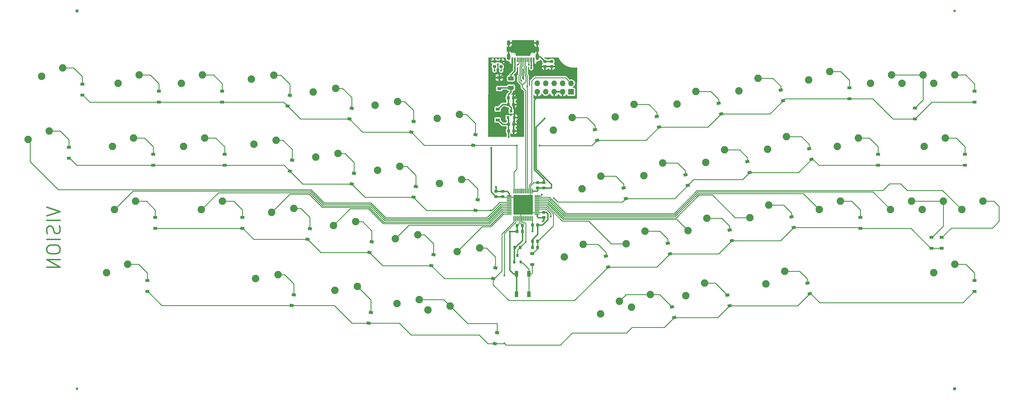
<source format=gbr>
%TF.GenerationSoftware,KiCad,Pcbnew,(6.0.11-0)*%
%TF.CreationDate,2023-07-09T00:15:19+09:00*%
%TF.ProjectId,Vision,56697369-6f6e-42e6-9b69-6361645f7063,rev?*%
%TF.SameCoordinates,Original*%
%TF.FileFunction,Copper,L2,Bot*%
%TF.FilePolarity,Positive*%
%FSLAX46Y46*%
G04 Gerber Fmt 4.6, Leading zero omitted, Abs format (unit mm)*
G04 Created by KiCad (PCBNEW (6.0.11-0)) date 2023-07-09 00:15:19*
%MOMM*%
%LPD*%
G01*
G04 APERTURE LIST*
G04 Aperture macros list*
%AMRoundRect*
0 Rectangle with rounded corners*
0 $1 Rounding radius*
0 $2 $3 $4 $5 $6 $7 $8 $9 X,Y pos of 4 corners*
0 Add a 4 corners polygon primitive as box body*
4,1,4,$2,$3,$4,$5,$6,$7,$8,$9,$2,$3,0*
0 Add four circle primitives for the rounded corners*
1,1,$1+$1,$2,$3*
1,1,$1+$1,$4,$5*
1,1,$1+$1,$6,$7*
1,1,$1+$1,$8,$9*
0 Add four rect primitives between the rounded corners*
20,1,$1+$1,$2,$3,$4,$5,0*
20,1,$1+$1,$4,$5,$6,$7,0*
20,1,$1+$1,$6,$7,$8,$9,0*
20,1,$1+$1,$8,$9,$2,$3,0*%
%AMRotRect*
0 Rectangle, with rotation*
0 The origin of the aperture is its center*
0 $1 length*
0 $2 width*
0 $3 Rotation angle, in degrees counterclockwise*
0 Add horizontal line*
21,1,$1,$2,0,0,$3*%
G04 Aperture macros list end*
%ADD10C,0.400000*%
%TA.AperFunction,NonConductor*%
%ADD11C,0.400000*%
%TD*%
%TA.AperFunction,ComponentPad*%
%ADD12C,2.250000*%
%TD*%
%TA.AperFunction,SMDPad,CuDef*%
%ADD13R,1.200000X0.900000*%
%TD*%
%TA.AperFunction,SMDPad,CuDef*%
%ADD14RotRect,0.900000X1.200000X78.000000*%
%TD*%
%TA.AperFunction,SMDPad,CuDef*%
%ADD15RotRect,0.900000X1.200000X102.000000*%
%TD*%
%TA.AperFunction,SMDPad,CuDef*%
%ADD16RoundRect,0.250000X0.625000X-0.375000X0.625000X0.375000X-0.625000X0.375000X-0.625000X-0.375000X0*%
%TD*%
%TA.AperFunction,SMDPad,CuDef*%
%ADD17RoundRect,0.218750X0.218750X0.256250X-0.218750X0.256250X-0.218750X-0.256250X0.218750X-0.256250X0*%
%TD*%
%TA.AperFunction,SMDPad,CuDef*%
%ADD18R,0.600000X1.450000*%
%TD*%
%TA.AperFunction,SMDPad,CuDef*%
%ADD19R,0.300000X1.450000*%
%TD*%
%TA.AperFunction,ComponentPad*%
%ADD20O,1.000000X1.600000*%
%TD*%
%TA.AperFunction,ComponentPad*%
%ADD21O,1.000000X2.100000*%
%TD*%
%TA.AperFunction,SMDPad,CuDef*%
%ADD22RoundRect,0.218750X-0.218750X-0.256250X0.218750X-0.256250X0.218750X0.256250X-0.218750X0.256250X0*%
%TD*%
%TA.AperFunction,SMDPad,CuDef*%
%ADD23RoundRect,0.218750X-0.256250X0.218750X-0.256250X-0.218750X0.256250X-0.218750X0.256250X0.218750X0*%
%TD*%
%TA.AperFunction,SMDPad,CuDef*%
%ADD24RoundRect,0.218750X0.256250X-0.218750X0.256250X0.218750X-0.256250X0.218750X-0.256250X-0.218750X0*%
%TD*%
%TA.AperFunction,SMDPad,CuDef*%
%ADD25R,0.800000X0.900000*%
%TD*%
%TA.AperFunction,SMDPad,CuDef*%
%ADD26RoundRect,0.050000X0.050000X-0.232500X0.050000X0.232500X-0.050000X0.232500X-0.050000X-0.232500X0*%
%TD*%
%TA.AperFunction,SMDPad,CuDef*%
%ADD27RoundRect,0.100000X0.100000X-0.182500X0.100000X0.182500X-0.100000X0.182500X-0.100000X-0.182500X0*%
%TD*%
%TA.AperFunction,ComponentPad*%
%ADD28R,1.700000X1.700000*%
%TD*%
%TA.AperFunction,ComponentPad*%
%ADD29O,1.700000X1.700000*%
%TD*%
%TA.AperFunction,SMDPad,CuDef*%
%ADD30R,1.100000X1.800000*%
%TD*%
%TA.AperFunction,SMDPad,CuDef*%
%ADD31C,0.750000*%
%TD*%
%TA.AperFunction,SMDPad,CuDef*%
%ADD32C,1.000000*%
%TD*%
%TA.AperFunction,SMDPad,CuDef*%
%ADD33RoundRect,0.075000X0.075000X-0.662500X0.075000X0.662500X-0.075000X0.662500X-0.075000X-0.662500X0*%
%TD*%
%TA.AperFunction,SMDPad,CuDef*%
%ADD34RoundRect,0.075000X0.662500X-0.075000X0.662500X0.075000X-0.662500X0.075000X-0.662500X-0.075000X0*%
%TD*%
%TA.AperFunction,ViaPad*%
%ADD35C,0.600000*%
%TD*%
%TA.AperFunction,Conductor*%
%ADD36C,0.381000*%
%TD*%
%TA.AperFunction,Conductor*%
%ADD37C,0.254000*%
%TD*%
G04 APERTURE END LIST*
D10*
%TO.C,H1*%
D11*
X66559523Y-132166666D02*
X70559523Y-133500000D01*
X66559523Y-134833333D01*
X70559523Y-136166666D02*
X66559523Y-136166666D01*
X70369047Y-137880952D02*
X70559523Y-138452380D01*
X70559523Y-139404761D01*
X70369047Y-139785714D01*
X70178571Y-139976190D01*
X69797619Y-140166666D01*
X69416666Y-140166666D01*
X69035714Y-139976190D01*
X68845238Y-139785714D01*
X68654761Y-139404761D01*
X68464285Y-138642857D01*
X68273809Y-138261904D01*
X68083333Y-138071428D01*
X67702380Y-137880952D01*
X67321428Y-137880952D01*
X66940476Y-138071428D01*
X66750000Y-138261904D01*
X66559523Y-138642857D01*
X66559523Y-139595238D01*
X66750000Y-140166666D01*
X70559523Y-141880952D02*
X66559523Y-141880952D01*
X66559523Y-144547619D02*
X66559523Y-145309523D01*
X66750000Y-145690476D01*
X67130952Y-146071428D01*
X67892857Y-146261904D01*
X69226190Y-146261904D01*
X69988095Y-146071428D01*
X70369047Y-145690476D01*
X70559523Y-145309523D01*
X70559523Y-144547619D01*
X70369047Y-144166666D01*
X69988095Y-143785714D01*
X69226190Y-143595238D01*
X67892857Y-143595238D01*
X67130952Y-143785714D01*
X66750000Y-144166666D01*
X66559523Y-144547619D01*
X70559523Y-147976190D02*
X66559523Y-147976190D01*
X70559523Y-150261904D01*
X66559523Y-150261904D01*
%TD*%
D12*
%TO.P,K_\u002C1,1,COL*%
%TO.N,COL10*%
X278290163Y-135358240D03*
%TO.P,K_\u002C1,2,ROW*%
%TO.N,Net-(D37-Pad2)*%
X283973305Y-131553505D03*
%TD*%
%TO.P,K_;1,1,COL*%
%TO.N,COL11*%
X304595001Y-113900592D03*
%TO.P,K_;1,2,ROW*%
%TO.N,Net-(D26-Pad2)*%
X310945001Y-111360592D03*
%TD*%
%TO.P,K_A1,1,COL*%
%TO.N,COL2*%
X107795002Y-113900593D03*
%TO.P,K_A1,2,ROW*%
%TO.N,Net-(D17-Pad2)*%
X114145002Y-111360593D03*
%TD*%
%TO.P,K_ALT1,1,COL*%
%TO.N,COL3*%
X129446353Y-153763955D03*
%TO.P,K_ALT1,2,ROW*%
%TO.N,Net-(D42-Pad2)*%
X136185686Y-152599699D03*
%TD*%
%TO.P,K_B1,1,COL*%
%TO.N,COL6*%
X190157489Y-145656107D03*
%TO.P,K_B1,2,ROW*%
%TO.N,Net-(D33-Pad2)*%
X196896822Y-144491851D03*
%TD*%
%TO.P,K_C1,1,COL*%
%TO.N,COL4*%
X152890065Y-137734671D03*
%TO.P,K_C1,2,ROW*%
%TO.N,Net-(D31-Pad2)*%
X159629398Y-136570415D03*
%TD*%
%TO.P,K_CTRL1,1,COL*%
%TO.N,COL1*%
X84570001Y-152000592D03*
%TO.P,K_CTRL1,2,ROW*%
%TO.N,Net-(D41-Pad2)*%
X90920001Y-149460592D03*
%TD*%
%TO.P,K_D1,1,COL*%
%TO.N,COL4*%
X147540065Y-117124672D03*
%TO.P,K_D1,2,ROW*%
%TO.N,Net-(D19-Pad2)*%
X154279398Y-115960416D03*
%TD*%
%TO.P,K_E1,1,COL*%
%TO.N,COL4*%
X146840065Y-97494672D03*
%TO.P,K_E1,2,ROW*%
%TO.N,Net-(D5-Pad2)*%
X153579398Y-96330416D03*
%TD*%
%TO.P,K_F1,1,COL*%
%TO.N,COL5*%
X166173777Y-121085390D03*
%TO.P,K_F1,2,ROW*%
%TO.N,Net-(D20-Pad2)*%
X172913110Y-119921134D03*
%TD*%
%TO.P,K_G1,1,COL*%
%TO.N,COL6*%
X184807489Y-125046107D03*
%TO.P,K_G1,2,ROW*%
%TO.N,Net-(D21-Pad2)*%
X191546822Y-123881851D03*
%TD*%
%TO.P,K_H1,1,COL*%
%TO.N,COL7*%
X227749027Y-126630393D03*
%TO.P,K_H1,2,ROW*%
%TO.N,Net-(D22-Pad2)*%
X233432169Y-122825658D03*
%TD*%
%TO.P,K_I1,1,COL*%
%TO.N,COL9*%
X256396451Y-101058960D03*
%TO.P,K_I1,2,ROW*%
%TO.N,Net-(D10-Pad2)*%
X262079593Y-97254225D03*
%TD*%
%TO.P,K_J1,1,COL*%
%TO.N,COL8*%
X246382739Y-122669677D03*
%TO.P,K_J1,2,ROW*%
%TO.N,Net-(D23-Pad2)*%
X252065881Y-118864942D03*
%TD*%
%TO.P,K_K1,1,COL*%
%TO.N,COL9*%
X265016451Y-118708959D03*
%TO.P,K_K1,2,ROW*%
%TO.N,Net-(D24-Pad2)*%
X270699593Y-114904224D03*
%TD*%
%TO.P,K_L1,1,COL*%
%TO.N,COL10*%
X283650162Y-114748242D03*
%TO.P,K_L1,2,ROW*%
%TO.N,Net-(D25-Pad2)*%
X289333304Y-110943507D03*
%TD*%
%TO.P,K_M1,1,COL*%
%TO.N,COL9*%
X259656450Y-139318958D03*
%TO.P,K_M1,2,ROW*%
%TO.N,Net-(D36-Pad2)*%
X265339592Y-135514223D03*
%TD*%
%TO.P,K_N1,1,COL*%
%TO.N,COL8*%
X241022739Y-143279676D03*
%TO.P,K_N1,2,ROW*%
%TO.N,Net-(D35-Pad2)*%
X246705881Y-139474941D03*
%TD*%
%TO.P,K_O1,1,COL*%
%TO.N,COL10*%
X275030163Y-97098242D03*
%TO.P,K_O1,2,ROW*%
%TO.N,Net-(D11-Pad2)*%
X280713305Y-93293507D03*
%TD*%
%TO.P,K_P1,1,COL*%
%TO.N,COL11*%
X295975001Y-93790593D03*
%TO.P,K_P1,2,ROW*%
%TO.N,Net-(D12-Pad2)*%
X302325001Y-91250593D03*
%TD*%
%TO.P,K_Q1,1,COL*%
%TO.N,COL2*%
X107095000Y-94850592D03*
%TO.P,K_Q1,2,ROW*%
%TO.N,Net-(D3-Pad2)*%
X113445000Y-92310592D03*
%TD*%
%TO.P,K_R1,1,COL*%
%TO.N,COL5*%
X165473777Y-101455390D03*
%TO.P,K_R1,2,ROW*%
%TO.N,Net-(D6-Pad2)*%
X172213110Y-100291134D03*
%TD*%
%TO.P,K_S1,1,COL*%
%TO.N,COL3*%
X128906352Y-113163955D03*
%TO.P,K_S1,2,ROW*%
%TO.N,Net-(D18-Pad2)*%
X135645685Y-111999699D03*
%TD*%
%TO.P,K_SHIFT1,1,COL*%
%TO.N,COL1*%
X86951251Y-132950592D03*
%TO.P,K_SHIFT1,2,ROW*%
%TO.N,Net-(D28-Pad2)*%
X93301251Y-130410592D03*
%TD*%
%TO.P,K_SHIFT2,1,COL*%
%TO.N,COL12*%
X320666250Y-132950592D03*
%TO.P,K_SHIFT2,2,ROW*%
%TO.N,Net-(D39-Pad2)*%
X327016250Y-130410592D03*
%TD*%
%TO.P,K_T1,1,COL*%
%TO.N,COL6*%
X184107489Y-105416108D03*
%TO.P,K_T1,2,ROW*%
%TO.N,Net-(D7-Pad2)*%
X190846822Y-104251852D03*
%TD*%
%TO.P,K_TAB1,1,COL*%
%TO.N,COL1*%
X86363751Y-113900593D03*
%TO.P,K_TAB1,2,ROW*%
%TO.N,Net-(D16-Pad2)*%
X92713751Y-111360593D03*
%TD*%
%TO.P,K_U1,1,COL*%
%TO.N,COL8*%
X237762738Y-105019677D03*
%TO.P,K_U1,2,ROW*%
%TO.N,Net-(D9-Pad2)*%
X243445880Y-101214942D03*
%TD*%
%TO.P,K_V1,1,COL*%
%TO.N,COL5*%
X171523777Y-141695389D03*
%TO.P,K_V1,2,ROW*%
%TO.N,Net-(D32-Pad2)*%
X178263110Y-140531133D03*
%TD*%
%TO.P,K_W1,1,COL*%
%TO.N,COL3*%
X128206354Y-93533954D03*
%TO.P,K_W1,2,ROW*%
%TO.N,Net-(D4-Pad2)*%
X134945687Y-92369698D03*
%TD*%
%TO.P,K_WIN1,1,COL*%
%TO.N,COL5*%
X153367951Y-157311838D03*
%TO.P,K_WIN1,2,ROW*%
%TO.N,Net-(D43-Pad2)*%
X160107284Y-156147582D03*
%TD*%
%TO.P,K_X1,1,COL*%
%TO.N,COL3*%
X134256353Y-133773954D03*
%TO.P,K_X1,2,ROW*%
%TO.N,Net-(D30-Pad2)*%
X140995686Y-132609698D03*
%TD*%
%TO.P,K_Z1,1,COL*%
%TO.N,COL2*%
X113145000Y-132950592D03*
%TO.P,K_Z1,2,ROW*%
%TO.N,Net-(D29-Pad2)*%
X119495000Y-130410592D03*
%TD*%
%TO.P,K_ENTER1,1,COL*%
%TO.N,COL13*%
X330788751Y-113900593D03*
%TO.P,K_ENTER1,2,ROW*%
%TO.N,Net-(D27-Pad2)*%
X337138751Y-111360593D03*
%TD*%
%TO.P,K_.1,1,COL*%
%TO.N,COL11*%
X299235001Y-132950592D03*
%TO.P,K_.1,2,ROW*%
%TO.N,Net-(D38-Pad2)*%
X305585001Y-130410592D03*
%TD*%
%TO.P,K_ALT2,1,COL*%
%TO.N,COL10*%
X283100163Y-155348240D03*
%TO.P,K_ALT2,2,ROW*%
%TO.N,Net-(D47-Pad2)*%
X288783305Y-151543505D03*
%TD*%
%TO.P,K_B2,1,COL*%
%TO.N,COL7*%
X222389027Y-147240394D03*
%TO.P,K_B2,2,ROW*%
%TO.N,Net-(D34-Pad2)*%
X228072169Y-143435659D03*
%TD*%
%TO.P,K_CTRL2,1,COL*%
%TO.N,COL13*%
X333654500Y-152000592D03*
%TO.P,K_CTRL2,2,ROW*%
%TO.N,Net-(D48-Pad2)*%
X340004500Y-149460592D03*
%TD*%
%TO.P,K_DEL1,1,COL*%
%TO.N,COL13*%
X333655001Y-94850593D03*
%TO.P,K_DEL1,2,ROW*%
%TO.N,Net-(D14-Pad2)*%
X340005001Y-92310593D03*
%TD*%
%TO.P,K_ESC1,1,COL*%
%TO.N,COL1*%
X88045001Y-94850593D03*
%TO.P,K_ESC1,2,ROW*%
%TO.N,Net-(D2-Pad2)*%
X94395001Y-92310593D03*
%TD*%
%TO.P,K_FN1,1,COL*%
%TO.N,COL13*%
X342097501Y-132950592D03*
%TO.P,K_FN1,2,ROW*%
%TO.N,Net-(D40-Pad2)*%
X348447501Y-130410592D03*
%TD*%
%TO.P,K_BSPC1,1,COL*%
%TO.N,COL12*%
X314605001Y-94850592D03*
%TO.P,K_BSPC1,2,ROW*%
%TO.N,Net-(D13-Pad2)*%
X320955001Y-92310592D03*
%TD*%
%TO.P,K_PGDN1,1,COL*%
%TO.N,COL0*%
X60955000Y-111760593D03*
%TO.P,K_PGDN1,2,ROW*%
%TO.N,Net-(D15-Pad2)*%
X67305000Y-109220593D03*
%TD*%
%TO.P,K_PGUP1,1,COL*%
%TO.N,COL0*%
X65025002Y-92710593D03*
%TO.P,K_PGUP1,2,ROW*%
%TO.N,Net-(D1-Pad2)*%
X71375002Y-90170593D03*
%TD*%
%TO.P,K_SPC1,1,COL*%
%TO.N,COL6*%
X181318515Y-163252912D03*
%TO.P,K_SPC1,2,ROW*%
%TO.N,Net-(D44-Pad2)*%
X188057848Y-162088656D03*
%TD*%
%TO.P,K_SPC2,1,COL*%
%TO.N,COL7*%
X233337387Y-164388836D03*
%TO.P,K_SPC2,2,ROW*%
%TO.N,Net-(D45-Pad2)*%
X239020529Y-160584101D03*
%TD*%
%TO.P,K_WIN2,1,COL*%
%TO.N,COL9*%
X258958740Y-158942849D03*
%TO.P,K_WIN2,2,ROW*%
%TO.N,Net-(D46-Pad2)*%
X264641882Y-155138114D03*
%TD*%
%TO.P,K_Y1,1,COL*%
%TO.N,COL7*%
X219129027Y-108980395D03*
%TO.P,K_Y1,2,ROW*%
%TO.N,Net-(D8-Pad2)*%
X224812169Y-105175660D03*
%TD*%
%TO.P,K_SHIFT3,1,COL*%
%TO.N,COL12*%
X330191251Y-132950592D03*
%TO.P,K_SHIFT3,2,ROW*%
%TO.N,Net-(D39-Pad2)*%
X336541251Y-130410592D03*
%TD*%
%TO.P,K_SPC3,1,COL*%
%TO.N,COL6*%
X172001658Y-161272553D03*
%TO.P,K_SPC3,2,ROW*%
%TO.N,Net-(D44-Pad2)*%
X178740991Y-160108297D03*
%TD*%
%TO.P,K_SPC4,1,COL*%
%TO.N,COL7*%
X242654243Y-162408477D03*
%TO.P,K_SPC4,2,ROW*%
%TO.N,Net-(D45-Pad2)*%
X248337385Y-158603742D03*
%TD*%
%TO.P,K_BSPC2,1,COL*%
%TO.N,COL12*%
X324130001Y-94850593D03*
%TO.P,K_BSPC2,2,ROW*%
%TO.N,Net-(D13-Pad2)*%
X330480001Y-92310593D03*
%TD*%
D13*
%TO.P,D16,1,K*%
%TO.N,ROW1*%
X98673751Y-119590592D03*
%TO.P,D16,2,A*%
%TO.N,Net-(D16-Pad2)*%
X98673751Y-116290592D03*
%TD*%
%TO.P,D17,1,K*%
%TO.N,ROW1*%
X120105001Y-119590593D03*
%TO.P,D17,2,A*%
%TO.N,Net-(D17-Pad2)*%
X120105001Y-116290593D03*
%TD*%
D14*
%TO.P,D18,1,K*%
%TO.N,ROW1*%
X139764333Y-121289006D03*
%TO.P,D18,2,A*%
%TO.N,Net-(D18-Pad2)*%
X140450441Y-118061118D03*
%TD*%
%TO.P,D19,1,K*%
%TO.N,ROW1*%
X158398045Y-125249724D03*
%TO.P,D19,2,A*%
%TO.N,Net-(D19-Pad2)*%
X159084153Y-122021836D03*
%TD*%
%TO.P,D20,1,K*%
%TO.N,ROW1*%
X177031756Y-129210442D03*
%TO.P,D20,2,A*%
%TO.N,Net-(D20-Pad2)*%
X177717864Y-125982554D03*
%TD*%
%TO.P,D21,1,K*%
%TO.N,ROW1*%
X195665469Y-133171159D03*
%TO.P,D21,2,A*%
%TO.N,Net-(D21-Pad2)*%
X196351577Y-129943271D03*
%TD*%
D15*
%TO.P,D22,1,K*%
%TO.N,ROW1*%
X240973041Y-129636661D03*
%TO.P,D22,2,A*%
%TO.N,Net-(D22-Pad2)*%
X240286933Y-126408773D03*
%TD*%
%TO.P,D23,1,K*%
%TO.N,ROW1*%
X259606753Y-125675944D03*
%TO.P,D23,2,A*%
%TO.N,Net-(D23-Pad2)*%
X258920645Y-122448056D03*
%TD*%
%TO.P,D24,1,K*%
%TO.N,ROW1*%
X278240465Y-121715226D03*
%TO.P,D24,2,A*%
%TO.N,Net-(D24-Pad2)*%
X277554357Y-118487338D03*
%TD*%
%TO.P,D25,1,K*%
%TO.N,ROW1*%
X296874176Y-117754509D03*
%TO.P,D25,2,A*%
%TO.N,Net-(D25-Pad2)*%
X296188068Y-114526621D03*
%TD*%
D13*
%TO.P,D26,1,K*%
%TO.N,ROW1*%
X316905001Y-119590592D03*
%TO.P,D26,2,A*%
%TO.N,Net-(D26-Pad2)*%
X316905001Y-116290592D03*
%TD*%
%TO.P,D27,1,K*%
%TO.N,ROW1*%
X343098751Y-119590593D03*
%TO.P,D27,2,A*%
%TO.N,Net-(D27-Pad2)*%
X343098751Y-116290593D03*
%TD*%
D14*
%TO.P,D31,1,K*%
%TO.N,ROW2*%
X163748045Y-145859723D03*
%TO.P,D31,2,A*%
%TO.N,Net-(D31-Pad2)*%
X164434153Y-142631835D03*
%TD*%
%TO.P,D32,1,K*%
%TO.N,ROW2*%
X182381757Y-149820441D03*
%TO.P,D32,2,A*%
%TO.N,Net-(D32-Pad2)*%
X183067865Y-146592553D03*
%TD*%
%TO.P,D33,1,K*%
%TO.N,ROW2*%
X201015469Y-153781159D03*
%TO.P,D33,2,A*%
%TO.N,Net-(D33-Pad2)*%
X201701577Y-150553271D03*
%TD*%
D15*
%TO.P,D34,1,K*%
%TO.N,ROW2*%
X235613041Y-150246661D03*
%TO.P,D34,2,A*%
%TO.N,Net-(D34-Pad2)*%
X234926933Y-147018773D03*
%TD*%
%TO.P,D35,1,K*%
%TO.N,ROW2*%
X254246753Y-146285943D03*
%TO.P,D35,2,A*%
%TO.N,Net-(D35-Pad2)*%
X253560645Y-143058055D03*
%TD*%
%TO.P,D36,1,K*%
%TO.N,ROW2*%
X272880465Y-142325225D03*
%TO.P,D36,2,A*%
%TO.N,Net-(D36-Pad2)*%
X272194357Y-139097337D03*
%TD*%
%TO.P,D37,1,K*%
%TO.N,ROW2*%
X291514177Y-138364507D03*
%TO.P,D37,2,A*%
%TO.N,Net-(D37-Pad2)*%
X290828069Y-135136619D03*
%TD*%
D13*
%TO.P,D38,1,K*%
%TO.N,ROW2*%
X311545001Y-138640592D03*
%TO.P,D38,2,A*%
%TO.N,Net-(D38-Pad2)*%
X311545001Y-135340592D03*
%TD*%
%TO.P,D39,1,K*%
%TO.N,ROW2*%
X332976251Y-144640592D03*
%TO.P,D39,2,A*%
%TO.N,Net-(D39-Pad2)*%
X332976251Y-141340592D03*
%TD*%
D14*
%TO.P,D42,1,K*%
%TO.N,ROW3*%
X140304334Y-161889006D03*
%TO.P,D42,2,A*%
%TO.N,Net-(D42-Pad2)*%
X140990442Y-158661118D03*
%TD*%
D16*
%TO.P,F1,1*%
%TO.N,+5V*%
X206335002Y-96150593D03*
%TO.P,F1,2*%
%TO.N,VCC*%
X206335002Y-93350593D03*
%TD*%
D17*
%TO.P,R1,1*%
%TO.N,GND*%
X207122503Y-99250593D03*
%TO.P,R1,2*%
%TO.N,+5V*%
X205547503Y-99250593D03*
%TD*%
D18*
%TO.P,USB1,1,GND*%
%TO.N,GND*%
X206775000Y-87695000D03*
%TO.P,USB1,2,VBUS*%
%TO.N,VCC*%
X207550000Y-87695000D03*
D19*
%TO.P,USB1,3,SBU2*%
%TO.N,unconnected-(USB1-Pad3)*%
X208250000Y-87695000D03*
%TO.P,USB1,4,CC1*%
%TO.N,Net-(R3-Pad2)*%
X208750000Y-87695000D03*
%TO.P,USB1,5,DN2*%
%TO.N,D-*%
X209250000Y-87695000D03*
%TO.P,USB1,6,DP1*%
%TO.N,D+*%
X209750000Y-87695000D03*
%TO.P,USB1,7,DN1*%
%TO.N,D-*%
X210250000Y-87695000D03*
%TO.P,USB1,8,DP2*%
%TO.N,D+*%
X210750000Y-87695000D03*
%TO.P,USB1,9,SBU1*%
%TO.N,unconnected-(USB1-Pad9)*%
X211250000Y-87695000D03*
%TO.P,USB1,10,CC2*%
%TO.N,Net-(R5-Pad2)*%
X211750000Y-87695000D03*
D18*
%TO.P,USB1,11,VBUS*%
%TO.N,VCC*%
X212450000Y-87695000D03*
%TO.P,USB1,12,GND*%
%TO.N,GND*%
X213225000Y-87695000D03*
D20*
%TO.P,USB1,13,SHIELD*%
%TO.N,Net-(C3-Pad2)*%
X205680000Y-82600000D03*
D21*
X214320000Y-86780000D03*
D20*
X214320000Y-82600000D03*
D21*
X205680000Y-86780000D03*
%TD*%
D13*
%TO.P,D41,1,K*%
%TO.N,ROW3*%
X96880001Y-157690592D03*
%TO.P,D41,2,A*%
%TO.N,Net-(D41-Pad2)*%
X96880001Y-154390592D03*
%TD*%
D22*
%TO.P,C1,1*%
%TO.N,+5V*%
X205547502Y-101250593D03*
%TO.P,C1,2*%
%TO.N,GND*%
X207122502Y-101250593D03*
%TD*%
D17*
%TO.P,C5,1*%
%TO.N,NRST*%
X209087500Y-144400000D03*
%TO.P,C5,2*%
%TO.N,GND*%
X207512500Y-144400000D03*
%TD*%
D22*
%TO.P,C10,1*%
%TO.N,+3V3*%
X208212500Y-139500000D03*
%TO.P,C10,2*%
%TO.N,GND*%
X209787500Y-139500000D03*
%TD*%
D23*
%TO.P,C11,1*%
%TO.N,+3V3*%
X201835002Y-127463093D03*
%TO.P,C11,2*%
%TO.N,GND*%
X201835002Y-129038093D03*
%TD*%
D24*
%TO.P,C12,1*%
%TO.N,+3V3*%
X216200000Y-126387500D03*
%TO.P,C12,2*%
%TO.N,GND*%
X216200000Y-124812500D03*
%TD*%
D25*
%TO.P,Q1,1,B*%
%TO.N,Net-(D51-Pad2)*%
X209250000Y-148800000D03*
%TO.P,Q1,2,E*%
%TO.N,GND*%
X207350000Y-148800000D03*
%TO.P,Q1,3,C*%
%TO.N,NRST*%
X208300000Y-146800000D03*
%TD*%
D17*
%TO.P,R2,1*%
%TO.N,GND*%
X207187500Y-109200000D03*
%TO.P,R2,2*%
%TO.N,+3V3*%
X205612500Y-109200000D03*
%TD*%
D26*
%TO.P,U3,1,D1+*%
%TO.N,D+*%
X211000000Y-91456573D03*
%TO.P,U3,2,D1-*%
%TO.N,D-*%
X210500000Y-91456573D03*
D27*
%TO.P,U3,3,GND*%
%TO.N,GND*%
X210000000Y-91456573D03*
D26*
%TO.P,U3,4,D2+*%
%TO.N,D+*%
X209500000Y-91456573D03*
%TO.P,U3,5,D2-*%
%TO.N,D-*%
X209000000Y-91456573D03*
%TO.P,U3,6,NC*%
X209000000Y-90621573D03*
%TO.P,U3,7,NC*%
%TO.N,D+*%
X209500000Y-90621573D03*
D27*
%TO.P,U3,8,GND*%
%TO.N,GND*%
X210000000Y-90621573D03*
D26*
%TO.P,U3,9,NC*%
%TO.N,D-*%
X210500000Y-90621573D03*
%TO.P,U3,10,NC*%
%TO.N,D+*%
X211000000Y-90621573D03*
%TD*%
D22*
%TO.P,C2,1*%
%TO.N,+3V3*%
X205612500Y-107200000D03*
%TO.P,C2,2*%
%TO.N,GND*%
X207187500Y-107200000D03*
%TD*%
D17*
%TO.P,C4,1*%
%TO.N,BOOT0*%
X214387500Y-144400000D03*
%TO.P,C4,2*%
%TO.N,GND*%
X212812500Y-144400000D03*
%TD*%
D22*
%TO.P,C6,1*%
%TO.N,+3V3*%
X208212500Y-137750000D03*
%TO.P,C6,2*%
%TO.N,GND*%
X209787500Y-137750000D03*
%TD*%
D23*
%TO.P,C7,1*%
%TO.N,+3V3*%
X203835003Y-127463093D03*
%TO.P,C7,2*%
%TO.N,GND*%
X203835003Y-129038093D03*
%TD*%
D13*
%TO.P,D2,1,K*%
%TO.N,ROW0*%
X100355001Y-100540593D03*
%TO.P,D2,2,A*%
%TO.N,Net-(D2-Pad2)*%
X100355001Y-97240593D03*
%TD*%
%TO.P,D3,1,K*%
%TO.N,ROW0*%
X119405000Y-100540592D03*
%TO.P,D3,2,A*%
%TO.N,Net-(D3-Pad2)*%
X119405000Y-97240592D03*
%TD*%
D14*
%TO.P,D4,1,K*%
%TO.N,ROW0*%
X139064334Y-101659006D03*
%TO.P,D4,2,A*%
%TO.N,Net-(D4-Pad2)*%
X139750442Y-98431118D03*
%TD*%
%TO.P,D5,1,K*%
%TO.N,ROW0*%
X157698045Y-105619724D03*
%TO.P,D5,2,A*%
%TO.N,Net-(D5-Pad2)*%
X158384153Y-102391836D03*
%TD*%
%TO.P,D6,1,K*%
%TO.N,ROW0*%
X176331757Y-109580442D03*
%TO.P,D6,2,A*%
%TO.N,Net-(D6-Pad2)*%
X177017865Y-106352554D03*
%TD*%
%TO.P,D7,1,K*%
%TO.N,ROW0*%
X194965469Y-113541160D03*
%TO.P,D7,2,A*%
%TO.N,Net-(D7-Pad2)*%
X195651577Y-110313272D03*
%TD*%
D15*
%TO.P,D8,1,K*%
%TO.N,ROW0*%
X232353041Y-111986662D03*
%TO.P,D8,2,A*%
%TO.N,Net-(D8-Pad2)*%
X231666933Y-108758774D03*
%TD*%
%TO.P,D9,1,K*%
%TO.N,ROW0*%
X250986753Y-108025944D03*
%TO.P,D9,2,A*%
%TO.N,Net-(D9-Pad2)*%
X250300645Y-104798056D03*
%TD*%
%TO.P,D10,1,K*%
%TO.N,ROW0*%
X269620465Y-104065227D03*
%TO.P,D10,2,A*%
%TO.N,Net-(D10-Pad2)*%
X268934357Y-100837339D03*
%TD*%
%TO.P,D11,1,K*%
%TO.N,ROW0*%
X288254177Y-100104509D03*
%TO.P,D11,2,A*%
%TO.N,Net-(D11-Pad2)*%
X287568069Y-96876621D03*
%TD*%
D13*
%TO.P,D12,1,K*%
%TO.N,ROW0*%
X308285001Y-99480593D03*
%TO.P,D12,2,A*%
%TO.N,Net-(D12-Pad2)*%
X308285001Y-96180593D03*
%TD*%
%TO.P,D13,1,K*%
%TO.N,ROW0*%
X328000000Y-105600000D03*
%TO.P,D13,2,A*%
%TO.N,Net-(D13-Pad2)*%
X328000000Y-102300000D03*
%TD*%
%TO.P,D14,1,K*%
%TO.N,ROW0*%
X345965001Y-100540593D03*
%TO.P,D14,2,A*%
%TO.N,Net-(D14-Pad2)*%
X345965001Y-97240593D03*
%TD*%
%TO.P,D15,1,K*%
%TO.N,ROW1*%
X73265001Y-117450593D03*
%TO.P,D15,2,A*%
%TO.N,Net-(D15-Pad2)*%
X73265001Y-114150593D03*
%TD*%
%TO.P,D28,1,K*%
%TO.N,ROW2*%
X99261251Y-138640592D03*
%TO.P,D28,2,A*%
%TO.N,Net-(D28-Pad2)*%
X99261251Y-135340592D03*
%TD*%
%TO.P,D29,1,K*%
%TO.N,ROW2*%
X125455000Y-138640592D03*
%TO.P,D29,2,A*%
%TO.N,Net-(D29-Pad2)*%
X125455000Y-135340592D03*
%TD*%
D14*
%TO.P,D30,1,K*%
%TO.N,ROW2*%
X145114333Y-141899007D03*
%TO.P,D30,2,A*%
%TO.N,Net-(D30-Pad2)*%
X145800441Y-138671119D03*
%TD*%
%TO.P,D43,1,K*%
%TO.N,ROW3*%
X163456946Y-167213944D03*
%TO.P,D43,2,A*%
%TO.N,Net-(D43-Pad2)*%
X164143054Y-163986056D03*
%TD*%
D28*
%TO.P,J1,1,VTref*%
%TO.N,+3V3*%
X224475000Y-97400000D03*
D29*
%TO.P,J1,2,SWDIO/TMS*%
%TO.N,SWDIO*%
X224475000Y-94860000D03*
%TO.P,J1,3,GND*%
%TO.N,GND*%
X221935000Y-97400000D03*
%TO.P,J1,4,SWDCLK/TCK*%
%TO.N,SWCLK*%
X221935000Y-94860000D03*
%TO.P,J1,5,GND*%
%TO.N,GND*%
X219395000Y-97400000D03*
%TO.P,J1,6,SWO/TDO*%
%TO.N,unconnected-(J1-Pad6)*%
X219395000Y-94860000D03*
%TO.P,J1,7,KEY*%
%TO.N,unconnected-(J1-Pad7)*%
X216855000Y-97400000D03*
%TO.P,J1,8,NC/TDI*%
%TO.N,unconnected-(J1-Pad8)*%
X216855000Y-94860000D03*
%TO.P,J1,9,GNDDetect*%
%TO.N,GND*%
X214315000Y-97400000D03*
%TO.P,J1,10,~{RESET}*%
%TO.N,NRST*%
X214315000Y-94860000D03*
%TD*%
D30*
%TO.P,SW1,1,1*%
%TO.N,+3V3*%
X208050000Y-158500000D03*
X208050000Y-152300000D03*
%TO.P,SW1,2,2*%
%TO.N,Net-(D51-Pad2)*%
X211750000Y-152300000D03*
X211750000Y-158500000D03*
%TD*%
D25*
%TO.P,U1,1,GND*%
%TO.N,GND*%
X207350000Y-105200000D03*
%TO.P,U1,2,VO*%
%TO.N,+3V3*%
X205450000Y-105200000D03*
%TO.P,U1,3,VI*%
%TO.N,+5V*%
X206400000Y-103200000D03*
%TD*%
D24*
%TO.P,R4,1*%
%TO.N,GND*%
X216600000Y-89787500D03*
%TO.P,R4,2*%
%TO.N,Net-(C3-Pad2)*%
X216600000Y-88212500D03*
%TD*%
D23*
%TO.P,R5,1*%
%TO.N,GND*%
X201400000Y-88212500D03*
%TO.P,R5,2*%
%TO.N,Net-(R5-Pad2)*%
X201400000Y-89787500D03*
%TD*%
D22*
%TO.P,R6,1*%
%TO.N,GND*%
X212812500Y-142500000D03*
%TO.P,R6,2*%
%TO.N,BOOT0*%
X214387500Y-142500000D03*
%TD*%
D13*
%TO.P,D1,1,K*%
%TO.N,ROW0*%
X77335002Y-98400593D03*
%TO.P,D1,2,A*%
%TO.N,Net-(D1-Pad2)*%
X77335002Y-95100593D03*
%TD*%
%TO.P,D49,1,K*%
%TO.N,+5V*%
X202335002Y-102600593D03*
%TO.P,D49,2,A*%
%TO.N,+3V3*%
X202335002Y-105900593D03*
%TD*%
D14*
%TO.P,D44,1,K*%
%TO.N,ROW3*%
X201493355Y-173358325D03*
%TO.P,D44,2,A*%
%TO.N,Net-(D44-Pad2)*%
X202179463Y-170130437D03*
%TD*%
D15*
%TO.P,D46,1,K*%
%TO.N,ROW3*%
X272182754Y-161949115D03*
%TO.P,D46,2,A*%
%TO.N,Net-(D46-Pad2)*%
X271496646Y-158721227D03*
%TD*%
%TO.P,D47,1,K*%
%TO.N,ROW3*%
X296324177Y-158354507D03*
%TO.P,D47,2,A*%
%TO.N,Net-(D47-Pad2)*%
X295638069Y-155126619D03*
%TD*%
%TO.P,D45,1,K*%
%TO.N,ROW3*%
X255491845Y-165496878D03*
%TO.P,D45,2,A*%
%TO.N,Net-(D45-Pad2)*%
X254805737Y-162268990D03*
%TD*%
D13*
%TO.P,D50,1,A1*%
%TO.N,+5V*%
X202835002Y-96400592D03*
%TO.P,D50,2,A2*%
%TO.N,GND*%
X202835002Y-93100592D03*
%TD*%
%TO.P,D48,1,K*%
%TO.N,ROW3*%
X345964500Y-157690592D03*
%TO.P,D48,2,A*%
%TO.N,Net-(D48-Pad2)*%
X345964500Y-154390592D03*
%TD*%
D24*
%TO.P,C3,1*%
%TO.N,GND*%
X218600000Y-89787500D03*
%TO.P,C3,2*%
%TO.N,Net-(C3-Pad2)*%
X218600000Y-88212500D03*
%TD*%
%TO.P,C8,1*%
%TO.N,+3V3*%
X214400000Y-126387500D03*
%TO.P,C8,2*%
%TO.N,GND*%
X214400000Y-124812500D03*
%TD*%
D23*
%TO.P,R3,1*%
%TO.N,GND*%
X203399999Y-88212500D03*
%TO.P,R3,2*%
%TO.N,Net-(R3-Pad2)*%
X203399999Y-89787500D03*
%TD*%
D31*
%TO.P,H3,*%
%TO.N,*%
X339957502Y-73000000D03*
%TD*%
%TO.P,H4,*%
%TO.N,*%
X75715001Y-187040592D03*
%TD*%
D32*
%TO.P,H5,*%
%TO.N,*%
X75715001Y-73000000D03*
%TD*%
%TO.P,H6,*%
%TO.N,*%
X339957500Y-187040592D03*
%TD*%
D22*
%TO.P,C13,1*%
%TO.N,+3V3*%
X212812500Y-137600000D03*
%TO.P,C13,2*%
%TO.N,GND*%
X214387500Y-137600000D03*
%TD*%
D24*
%TO.P,C9,1*%
%TO.N,+3V3*%
X216200000Y-135337500D03*
%TO.P,C9,2*%
%TO.N,GND*%
X216200000Y-133762500D03*
%TD*%
D13*
%TO.P,D40,1,K*%
%TO.N,ROW2*%
X336000000Y-144640592D03*
%TO.P,D40,2,A*%
%TO.N,Net-(D40-Pad2)*%
X336000000Y-141340592D03*
%TD*%
D33*
%TO.P,U2,1,VBAT*%
%TO.N,+3V3*%
X212750001Y-135653613D03*
%TO.P,U2,2,PC13*%
%TO.N,unconnected-(U2-Pad2)*%
X212250001Y-135653613D03*
%TO.P,U2,3,PC14*%
%TO.N,unconnected-(U2-Pad3)*%
X211750001Y-135653613D03*
%TO.P,U2,4,PC15*%
%TO.N,unconnected-(U2-Pad4)*%
X211250001Y-135653613D03*
%TO.P,U2,5,PF0*%
%TO.N,unconnected-(U2-Pad5)*%
X210750001Y-135653613D03*
%TO.P,U2,6,PF1*%
%TO.N,unconnected-(U2-Pad6)*%
X210250001Y-135653613D03*
%TO.P,U2,7,NRST*%
%TO.N,NRST*%
X209750001Y-135653613D03*
%TO.P,U2,8,VSSA*%
%TO.N,GND*%
X209250001Y-135653613D03*
%TO.P,U2,9,VDDA*%
%TO.N,+3V3*%
X208750001Y-135653613D03*
%TO.P,U2,10,PA0*%
%TO.N,unconnected-(U2-Pad10)*%
X208250001Y-135653613D03*
%TO.P,U2,11,PA1*%
%TO.N,ROW3*%
X207750001Y-135653613D03*
%TO.P,U2,12,PA2*%
%TO.N,ROW2*%
X207250001Y-135653613D03*
D34*
%TO.P,U2,13,PA3*%
%TO.N,COL6*%
X205837501Y-134241113D03*
%TO.P,U2,14,PA4*%
%TO.N,COL5*%
X205837501Y-133741113D03*
%TO.P,U2,15,PA5*%
%TO.N,COL4*%
X205837501Y-133241113D03*
%TO.P,U2,16,PA6*%
%TO.N,COL3*%
X205837501Y-132741113D03*
%TO.P,U2,17,PA7*%
%TO.N,COL2*%
X205837501Y-132241113D03*
%TO.P,U2,18,PB0*%
%TO.N,COL1*%
X205837501Y-131741113D03*
%TO.P,U2,19,PB1*%
%TO.N,COL0*%
X205837501Y-131241113D03*
%TO.P,U2,20,PB2*%
%TO.N,ROW1*%
X205837501Y-130741113D03*
%TO.P,U2,21,PB10*%
%TO.N,unconnected-(U2-Pad21)*%
X205837501Y-130241113D03*
%TO.P,U2,22,PB11*%
%TO.N,unconnected-(U2-Pad22)*%
X205837501Y-129741113D03*
%TO.P,U2,23,VSS*%
%TO.N,GND*%
X205837501Y-129241113D03*
%TO.P,U2,24,VDD*%
%TO.N,+3V3*%
X205837501Y-128741113D03*
D33*
%TO.P,U2,25,PB12*%
%TO.N,ROW0*%
X207250001Y-127328613D03*
%TO.P,U2,26,PB13*%
%TO.N,unconnected-(U2-Pad26)*%
X207750001Y-127328613D03*
%TO.P,U2,27,PB14*%
%TO.N,unconnected-(U2-Pad27)*%
X208250001Y-127328613D03*
%TO.P,U2,28,PB15*%
%TO.N,unconnected-(U2-Pad28)*%
X208750001Y-127328613D03*
%TO.P,U2,29,PA8*%
%TO.N,unconnected-(U2-Pad29)*%
X209250001Y-127328613D03*
%TO.P,U2,30,PA9*%
%TO.N,unconnected-(U2-Pad30)*%
X209750001Y-127328613D03*
%TO.P,U2,31,PA10*%
%TO.N,unconnected-(U2-Pad31)*%
X210250001Y-127328613D03*
%TO.P,U2,32,PA11*%
%TO.N,D-*%
X210750001Y-127328613D03*
%TO.P,U2,33,PA12*%
%TO.N,D+*%
X211250001Y-127328613D03*
%TO.P,U2,34,PA13*%
%TO.N,SWDIO*%
X211750001Y-127328613D03*
%TO.P,U2,35,VSS*%
%TO.N,GND*%
X212250001Y-127328613D03*
%TO.P,U2,36,VDDIO2*%
%TO.N,+3V3*%
X212750001Y-127328613D03*
D34*
%TO.P,U2,37,PA14*%
%TO.N,SWCLK*%
X214162501Y-128741113D03*
%TO.P,U2,38,PA15*%
%TO.N,COL13*%
X214162501Y-129241113D03*
%TO.P,U2,39,PB3*%
%TO.N,COL12*%
X214162501Y-129741113D03*
%TO.P,U2,40,PB4*%
%TO.N,COL11*%
X214162501Y-130241113D03*
%TO.P,U2,41,PB5*%
%TO.N,COL10*%
X214162501Y-130741113D03*
%TO.P,U2,42,PB6*%
%TO.N,COL9*%
X214162501Y-131241113D03*
%TO.P,U2,43,PB7*%
%TO.N,COL8*%
X214162501Y-131741113D03*
%TO.P,U2,44,BOOT0*%
%TO.N,BOOT0*%
X214162501Y-132241113D03*
%TO.P,U2,45,PB8*%
%TO.N,COL7*%
X214162501Y-132741113D03*
%TO.P,U2,46,PB9*%
%TO.N,unconnected-(U2-Pad46)*%
X214162501Y-133241113D03*
%TO.P,U2,47,VSS*%
%TO.N,GND*%
X214162501Y-133741113D03*
%TO.P,U2,48,VDD*%
%TO.N,+3V3*%
X214162501Y-134241113D03*
%TD*%
D13*
%TO.P,D51,1,K*%
%TO.N,BOOT0*%
X212800001Y-146250000D03*
%TO.P,D51,2,A*%
%TO.N,Net-(D51-Pad2)*%
X212800001Y-149550000D03*
%TD*%
D35*
%TO.N,GND*%
X213225000Y-89400000D03*
X210000000Y-93250000D03*
X202100000Y-109400000D03*
X209275041Y-102424959D03*
X205550000Y-90450000D03*
X200400000Y-114300000D03*
%TO.N,ROW3*%
X204400000Y-152800000D03*
X204400000Y-173349999D03*
%TO.N,ROW0*%
X208100000Y-113600000D03*
X215000000Y-113600000D03*
%TO.N,ROW1*%
X219300000Y-129525000D03*
X200200000Y-133200000D03*
%TO.N,VCC*%
X207549992Y-90250000D03*
X212450000Y-90250000D03*
%TO.N,COL7*%
X218375000Y-135025002D03*
%TO.N,D+*%
X209500000Y-94099996D03*
X211250000Y-95800006D03*
%TO.N,+3V3*%
X218500000Y-126400000D03*
X215900000Y-136462500D03*
X205612500Y-111050000D03*
X206000000Y-139550000D03*
X212812500Y-139550000D03*
X216500000Y-105400000D03*
X201800000Y-126100000D03*
%TO.N,SWCLK*%
X215650000Y-128450000D03*
%TO.N,NRST*%
X210800000Y-142687500D03*
%TO.N,Net-(R3-Pad2)*%
X203400000Y-91000000D03*
X208400000Y-89200000D03*
%TO.N,Net-(R5-Pad2)*%
X201400000Y-91000000D03*
X211750000Y-89199999D03*
%TD*%
D36*
%TO.N,+5V*%
X202399407Y-102600593D02*
X203749407Y-101250593D01*
X206335002Y-96150593D02*
X206335002Y-97464998D01*
X206335002Y-96150593D02*
X203085002Y-96150593D01*
X206335002Y-97464998D02*
X205547502Y-98252499D01*
X205547502Y-99250593D02*
X205547502Y-101250593D01*
X205547502Y-98252499D02*
X205547502Y-99250593D01*
X202335003Y-102600593D02*
X202399407Y-102600593D01*
X206400000Y-103200000D02*
X206400000Y-102103090D01*
X203749407Y-101250593D02*
X205547502Y-101250593D01*
X203085002Y-96150593D02*
X202835002Y-96400593D01*
X206400000Y-102103090D02*
X205547502Y-101250593D01*
%TO.N,GND*%
X205200000Y-94700000D02*
X207600000Y-94700000D01*
D37*
X209250000Y-133875000D02*
X209249999Y-135653613D01*
D36*
X209787500Y-138412500D02*
X209787500Y-137750000D01*
D37*
X204091113Y-129241113D02*
X203850001Y-129000000D01*
X209250000Y-133850000D02*
X209850000Y-133250000D01*
D36*
X207187500Y-109200001D02*
X207187500Y-107200000D01*
X217400000Y-134200000D02*
X217400000Y-135989178D01*
D37*
X216178613Y-133741113D02*
X216200000Y-133762500D01*
D36*
X203400000Y-88212500D02*
X203400000Y-88300000D01*
X200400000Y-127603091D02*
X200400000Y-127369243D01*
D37*
X214162500Y-133741113D02*
X212741113Y-133741113D01*
D36*
X207350000Y-101550000D02*
X207350000Y-104369000D01*
X216200000Y-124812500D02*
X216200000Y-123800000D01*
X208100000Y-98273095D02*
X207584114Y-98788981D01*
X207122502Y-99250593D02*
X207122502Y-101250593D01*
X212812500Y-141925000D02*
X214387500Y-140350000D01*
X212812500Y-142500000D02*
X212812500Y-141925000D01*
X213225000Y-87695000D02*
X213225000Y-87925001D01*
X207350000Y-144562500D02*
X207512500Y-144400000D01*
X216200000Y-133762500D02*
X216962500Y-133762500D01*
X214300000Y-98900000D02*
X214300000Y-97415000D01*
X201835002Y-129038093D02*
X203835002Y-129038093D01*
X213315792Y-99884208D02*
X214300000Y-98900000D01*
X213225000Y-87695000D02*
X213225000Y-89400000D01*
X207350000Y-107037500D02*
X207187500Y-107200000D01*
X207584114Y-98788981D02*
X207122502Y-99250593D01*
X217400000Y-135989178D02*
X215789178Y-137600000D01*
D37*
X208049999Y-129750000D02*
X208050000Y-132675000D01*
D36*
X213315792Y-120915792D02*
X213315792Y-99884208D01*
X205550000Y-90450000D02*
X206775001Y-89225000D01*
D37*
X213187500Y-124812500D02*
X214400000Y-124812500D01*
D36*
X207512500Y-144400000D02*
X207600000Y-144400000D01*
X214387500Y-140350000D02*
X214387500Y-138175000D01*
X209787500Y-137750000D02*
X209787500Y-137624000D01*
X212812500Y-144400000D02*
X212812500Y-142500000D01*
X207350000Y-149000000D02*
X207350000Y-144562500D01*
D37*
X212250000Y-127328613D02*
X212250000Y-125750000D01*
D36*
X207600000Y-94700000D02*
X208100000Y-95200000D01*
X207350000Y-104369000D02*
X207350000Y-105200001D01*
D37*
X214162500Y-133741113D02*
X216178613Y-133741113D01*
D36*
X202835002Y-93100593D02*
X202835002Y-93931593D01*
X216200000Y-124812500D02*
X214400000Y-124812500D01*
X218600000Y-89787500D02*
X216600000Y-89787499D01*
X202835002Y-93931593D02*
X203603409Y-94700000D01*
X201835002Y-129038093D02*
X200400000Y-127603091D01*
X200400000Y-127369243D02*
X200400000Y-114300000D01*
D37*
X209250000Y-137212500D02*
X209787500Y-137750000D01*
D36*
X214300000Y-97415000D02*
X214315000Y-97400000D01*
D37*
X208050000Y-132675000D02*
X209250000Y-133875000D01*
D36*
X213612500Y-89787500D02*
X213225000Y-89400000D01*
X201400000Y-88212500D02*
X203400000Y-88212500D01*
X216962500Y-133762500D02*
X217400000Y-134200000D01*
X209787500Y-142212501D02*
X209787500Y-139500000D01*
X202835002Y-93100593D02*
X202899406Y-93100593D01*
X206775000Y-87925000D02*
X206775000Y-87695000D01*
X214387500Y-138175000D02*
X214387500Y-137600000D01*
D37*
X207541113Y-129241113D02*
X208049999Y-129750000D01*
X212741113Y-133741113D02*
X212250000Y-133250000D01*
X209249999Y-135653613D02*
X209250000Y-133850000D01*
D36*
X216600000Y-89787499D02*
X213612500Y-89787500D01*
X208100000Y-95200000D02*
X208100000Y-98273095D01*
X210000000Y-90621573D02*
X210000000Y-91456574D01*
X203400000Y-88300000D02*
X205550000Y-90450000D01*
X207122502Y-101250593D02*
X207122502Y-101322502D01*
X207600000Y-144400000D02*
X209787500Y-142212501D01*
D37*
X205837500Y-129241113D02*
X207541113Y-129241113D01*
D36*
X214925000Y-137600000D02*
X214387500Y-137600000D01*
X207122502Y-101322502D02*
X207350000Y-101550000D01*
X203603409Y-94700000D02*
X205200000Y-94700000D01*
X209787500Y-139500000D02*
X209787500Y-138412500D01*
X202899406Y-93100593D02*
X205550000Y-90450000D01*
D37*
X212250000Y-127328613D02*
X212250000Y-133250000D01*
D36*
X215789178Y-137600000D02*
X214925000Y-137600000D01*
D37*
X209249999Y-135653613D02*
X209250000Y-137212500D01*
D36*
X206775001Y-89225000D02*
X206775000Y-87695000D01*
X207350000Y-105200001D02*
X207350000Y-107037500D01*
X210000000Y-91456574D02*
X210000000Y-93250000D01*
D37*
X205837500Y-129241113D02*
X204091113Y-129241113D01*
D36*
X216200000Y-123800000D02*
X213315792Y-120915792D01*
D37*
X212250000Y-125750000D02*
X213187500Y-124812500D01*
X209850000Y-133250000D02*
X212250000Y-133250000D01*
%TO.N,Net-(D1-Pad2)*%
X71375003Y-90170593D02*
X74670593Y-90170593D01*
X74670593Y-90170593D02*
X74775000Y-90275000D01*
X77335002Y-94396593D02*
X77335002Y-95100593D01*
X74677002Y-90177002D02*
X74775000Y-90275000D01*
X74677002Y-90170593D02*
X74677002Y-90177002D01*
X74775000Y-90275000D02*
X77335001Y-92835002D01*
X77335001Y-92835002D02*
X77335002Y-94396593D01*
%TO.N,ROW3*%
X224800000Y-170200000D02*
X221200000Y-173800000D01*
X139590930Y-161889006D02*
X140304334Y-161889006D01*
X196800000Y-170800000D02*
X199358325Y-173358325D01*
X299300000Y-161000000D02*
X342499999Y-161000000D01*
X140304334Y-161889006D02*
X153189006Y-161889006D01*
X221200000Y-173800000D02*
X204850000Y-173799999D01*
X242847912Y-168452088D02*
X241100000Y-170200000D01*
X252536635Y-168452088D02*
X242847912Y-168452088D01*
X268634991Y-165496878D02*
X255491845Y-165496878D01*
X296654507Y-158354507D02*
X299300000Y-161000000D01*
X342499999Y-161000000D02*
X345809409Y-157690591D01*
X272182754Y-161949115D02*
X268634991Y-165496878D01*
X158513944Y-167213944D02*
X163456946Y-167213944D01*
X101189006Y-161889005D02*
X139590930Y-161889006D01*
X199358325Y-173358325D02*
X201493355Y-173358325D01*
X163456946Y-167213944D02*
X172713944Y-167213944D01*
X241100000Y-170200000D02*
X224800000Y-170200000D01*
X96880001Y-157690592D02*
X96990592Y-157690592D01*
X96990592Y-157690592D02*
X101189006Y-161889005D01*
X207750000Y-135653613D02*
X207750000Y-136796592D01*
X201493355Y-173358325D02*
X204391674Y-173358325D01*
X292729568Y-161949116D02*
X296324177Y-158354507D01*
X176300000Y-170800000D02*
X196800000Y-170800000D01*
X207750000Y-136796592D02*
X204400000Y-140146592D01*
X255491845Y-165496878D02*
X252536635Y-168452088D01*
X153189006Y-161889006D02*
X158513944Y-167213944D01*
X345809409Y-157690591D02*
X345964500Y-157690591D01*
X204850000Y-173799999D02*
X204400000Y-173349999D01*
X204400000Y-140146592D02*
X204400000Y-152375736D01*
X296324177Y-158354507D02*
X296654507Y-158354507D01*
X172713944Y-167213944D02*
X176300000Y-170800000D01*
X204391674Y-173358325D02*
X204400000Y-173349999D01*
X204400000Y-152375736D02*
X204400000Y-152800000D01*
X272182754Y-161949116D02*
X292729568Y-161949116D01*
%TO.N,Net-(D16-Pad2)*%
X98673751Y-113998751D02*
X98673751Y-115586593D01*
X96035593Y-111360593D02*
X98673751Y-113998751D01*
X98673751Y-115586593D02*
X98673751Y-116290593D01*
X92713751Y-111360593D02*
X94304741Y-111360593D01*
X96015751Y-111360593D02*
X96035593Y-111360593D01*
X94304741Y-111360593D02*
X96035593Y-111360593D01*
%TO.N,ROW0*%
X215424264Y-113600000D02*
X215000000Y-113600000D01*
X288254177Y-100145823D02*
X284334774Y-104065226D01*
X270333869Y-104065226D02*
X269620465Y-104065226D01*
X77400593Y-98400593D02*
X79540593Y-100540593D01*
X180292475Y-113541160D02*
X194965469Y-113541160D01*
X308285001Y-99480593D02*
X288878093Y-99480593D01*
X345965001Y-100540593D02*
X333059407Y-100540593D01*
X208100000Y-120725000D02*
X207249999Y-121575000D01*
X207250000Y-126491113D02*
X207250000Y-127328613D01*
X251012697Y-108000000D02*
X265685691Y-108000000D01*
X77335002Y-98400593D02*
X77400593Y-98400593D01*
X288254177Y-100104509D02*
X288254177Y-100145823D01*
X100355001Y-100540593D02*
X101209002Y-100540592D01*
X250986753Y-108025944D02*
X251012697Y-108000000D01*
X143025052Y-105619724D02*
X157698045Y-105619724D01*
X315280593Y-99480594D02*
X321400000Y-105600000D01*
X232353041Y-111986662D02*
X247026035Y-111986662D01*
X119405000Y-100540592D02*
X137945920Y-100540592D01*
X321400000Y-105600000D02*
X327999999Y-105600000D01*
X333059407Y-100540593D02*
X327999999Y-105600000D01*
X137945920Y-100540592D02*
X139064334Y-101659006D01*
X176331757Y-109580442D02*
X180292475Y-113541160D01*
X247026035Y-111986662D02*
X250986753Y-108025944D01*
X288878093Y-99480593D02*
X288254177Y-100104509D01*
X79540593Y-100540593D02*
X99501001Y-100540593D01*
X265685691Y-108000000D02*
X269043879Y-104641812D01*
X194965469Y-113541160D02*
X208041160Y-113541160D01*
X99501001Y-100540593D02*
X100355001Y-100540593D01*
X269043879Y-104641812D02*
X269620465Y-104065226D01*
X101209002Y-100540592D02*
X119405000Y-100540592D01*
X161658763Y-109580442D02*
X176331757Y-109580442D01*
X308285001Y-99480593D02*
X315280593Y-99480594D01*
X284334774Y-104065226D02*
X270333869Y-104065226D01*
X207249999Y-121575000D02*
X207250000Y-126491113D01*
X208100000Y-113600000D02*
X208100000Y-120725000D01*
X232353041Y-111986662D02*
X230739703Y-113600000D01*
X157698045Y-105619724D02*
X161658763Y-109580442D01*
X208041160Y-113541160D02*
X208100000Y-113600000D01*
X230739703Y-113600000D02*
X215424264Y-113600000D01*
X139064334Y-101659006D02*
X143025052Y-105619724D01*
%TO.N,Net-(D17-Pad2)*%
X120105001Y-114005001D02*
X120105001Y-116290593D01*
X114145001Y-111360593D02*
X117460593Y-111360593D01*
X117460593Y-111360593D02*
X120105001Y-114005001D01*
X117447001Y-111360593D02*
X117460593Y-111360593D01*
%TO.N,Net-(D18-Pad2)*%
X140450441Y-118061119D02*
X140450441Y-114750441D01*
X137699699Y-111999699D02*
X135645686Y-111999699D01*
X140450441Y-114750441D02*
X137699699Y-111999699D01*
%TO.N,Net-(D19-Pad2)*%
X156360416Y-115960416D02*
X154279398Y-115960416D01*
X159084153Y-118684153D02*
X156360416Y-115960416D01*
X159084153Y-122021836D02*
X159084153Y-118684153D01*
%TO.N,Net-(D20-Pad2)*%
X177717865Y-122617865D02*
X175021134Y-119921134D01*
X177717865Y-125982554D02*
X177717865Y-122617865D01*
X175021134Y-119921134D02*
X172913110Y-119921133D01*
%TO.N,Net-(D21-Pad2)*%
X196351577Y-126651578D02*
X193581850Y-123881850D01*
X193581850Y-123881850D02*
X191546822Y-123881850D01*
X196351577Y-129943271D02*
X196351577Y-126651578D01*
%TO.N,Net-(D22-Pad2)*%
X237925658Y-122825659D02*
X233432169Y-122825658D01*
X240286933Y-126408774D02*
X240286933Y-125186933D01*
X240286933Y-125186933D02*
X237925658Y-122825659D01*
%TO.N,Net-(D23-Pad2)*%
X258920645Y-121220645D02*
X258920645Y-122448056D01*
X256564942Y-118864942D02*
X258920645Y-121220645D01*
X252065881Y-118864942D02*
X256564942Y-118864942D01*
%TO.N,Net-(D24-Pad2)*%
X270699593Y-114904224D02*
X275204224Y-114904224D01*
X277554357Y-117254357D02*
X277554357Y-118487338D01*
X275204224Y-114904224D02*
X277554357Y-117254357D01*
%TO.N,Net-(D25-Pad2)*%
X289333304Y-110943507D02*
X293843506Y-110943507D01*
X296188068Y-113288068D02*
X296188067Y-114526621D01*
X293843506Y-110943507D02*
X296188068Y-113288068D01*
%TO.N,Net-(D26-Pad2)*%
X316905001Y-113993593D02*
X314272001Y-111360593D01*
X310945002Y-111360593D02*
X314247001Y-111360593D01*
X314272001Y-111360593D02*
X310945002Y-111360593D01*
X316905001Y-116290593D02*
X316905001Y-113993593D01*
%TO.N,Net-(D27-Pad2)*%
X343098751Y-116290593D02*
X343098751Y-113993593D01*
X343098751Y-113993593D02*
X340465751Y-111360593D01*
X340465751Y-111360593D02*
X337138751Y-111360593D01*
X337138751Y-111360593D02*
X340440751Y-111360593D01*
%TO.N,ROW1*%
X342244751Y-119590592D02*
X316905001Y-119590593D01*
X278240465Y-121715226D02*
X292913459Y-121715226D01*
X120105001Y-119590593D02*
X138065919Y-119590593D01*
X180921158Y-133171159D02*
X194952065Y-133171159D01*
X157684641Y-125249724D02*
X158398045Y-125249724D01*
X73265001Y-117450593D02*
X73450593Y-117450593D01*
X292913459Y-121715226D02*
X296874176Y-117754509D01*
X194952065Y-133171159D02*
X195665469Y-133171159D01*
X203050000Y-130750000D02*
X205828613Y-130750000D01*
X219599999Y-129824999D02*
X219300000Y-129525000D01*
X177031757Y-129210442D02*
X177031757Y-129281757D01*
X276052324Y-123903367D02*
X277663879Y-122291812D01*
X139764333Y-121314333D02*
X143700000Y-125250000D01*
X200171159Y-133171160D02*
X200200000Y-133200000D01*
X200200000Y-133200000D02*
X200600000Y-133200000D01*
X177031757Y-129281757D02*
X180921158Y-133171159D01*
X98673751Y-119590593D02*
X120105001Y-119590593D01*
X73450593Y-117450593D02*
X75590593Y-119590593D01*
X240973041Y-129636661D02*
X239959704Y-130649999D01*
X157442634Y-125250000D02*
X157442911Y-125249724D01*
X75590593Y-119590593D02*
X97819751Y-119590593D01*
X138065919Y-119590593D02*
X139764334Y-121289007D01*
X255646036Y-129636662D02*
X259606753Y-125675944D01*
X277663879Y-122291812D02*
X278240465Y-121715226D01*
X239959704Y-130649999D02*
X220424999Y-130649999D01*
X143700000Y-125250000D02*
X157442634Y-125250000D01*
X157442911Y-125249724D02*
X157684641Y-125249724D01*
X259606753Y-125675944D02*
X261379330Y-123903367D01*
X240973041Y-129636661D02*
X255646036Y-129636662D01*
X297254509Y-117754509D02*
X299090594Y-119590593D01*
X200600000Y-133200000D02*
X203050000Y-130750000D01*
X176318353Y-129210442D02*
X177031757Y-129210442D01*
X139764334Y-121289007D02*
X139764333Y-121314333D01*
X97819751Y-119590593D02*
X98673751Y-119590593D01*
X261379330Y-123903367D02*
X276052324Y-123903367D01*
X343098752Y-119590593D02*
X342244751Y-119590592D01*
X296874176Y-117754509D02*
X297254509Y-117754509D01*
X162358763Y-129210442D02*
X176318353Y-129210442D01*
X220424999Y-130649999D02*
X219599999Y-129824999D01*
X205828613Y-130750000D02*
X205837500Y-130741113D01*
X299090594Y-119590593D02*
X316905001Y-119590593D01*
X158398045Y-125249724D02*
X162358763Y-129210442D01*
X195665469Y-133171159D02*
X200171159Y-133171160D01*
%TO.N,Net-(D31-Pad2)*%
X164434153Y-142631835D02*
X164434153Y-139334153D01*
X164434153Y-139334153D02*
X161670415Y-136570414D01*
X161670415Y-136570414D02*
X159629398Y-136570415D01*
%TO.N,Net-(D32-Pad2)*%
X183067864Y-146592553D02*
X183067865Y-143267865D01*
X183067865Y-143267865D02*
X180331133Y-140531133D01*
X180331133Y-140531133D02*
X178263110Y-140531133D01*
%TO.N,Net-(D33-Pad2)*%
X201701577Y-150553271D02*
X201701577Y-147201576D01*
X198991852Y-144491851D02*
X196896822Y-144491851D01*
X201701577Y-147201576D02*
X198991852Y-144491851D01*
%TO.N,Net-(D34-Pad2)*%
X234926933Y-147018773D02*
X234926933Y-145826932D01*
X232535659Y-143435659D02*
X228072169Y-143435659D01*
X234926933Y-145826932D02*
X232535659Y-143435659D01*
%TO.N,Net-(D35-Pad2)*%
X251174941Y-139474941D02*
X246705881Y-139474941D01*
X253560645Y-141860645D02*
X251174941Y-139474941D01*
X253560645Y-143058055D02*
X253560645Y-141860645D01*
%TO.N,Net-(D36-Pad2)*%
X272194357Y-137894357D02*
X269814223Y-135514223D01*
X272194357Y-139097336D02*
X272194357Y-137894357D01*
X269814223Y-135514223D02*
X265339592Y-135514223D01*
%TO.N,Net-(D37-Pad2)*%
X290828069Y-133928069D02*
X288453505Y-131553505D01*
X288453505Y-131553505D02*
X283973305Y-131553505D01*
X290828069Y-135136619D02*
X290828069Y-133928069D01*
%TO.N,Net-(D38-Pad2)*%
X311545001Y-133043592D02*
X308912001Y-130410592D01*
X308912001Y-130410592D02*
X305585001Y-130410592D01*
X305585001Y-130410592D02*
X308887001Y-130410592D01*
X311545002Y-135340592D02*
X311545001Y-133043592D01*
%TO.N,Net-(D39-Pad2)*%
X336541251Y-130410592D02*
X336541251Y-137925592D01*
X333126251Y-141340592D02*
X332976250Y-141340592D01*
X327016251Y-130410592D02*
X336541251Y-130410592D01*
X336541251Y-137925592D02*
X333126251Y-141340592D01*
%TO.N,Net-(D40-Pad2)*%
X338975000Y-138475000D02*
X351325000Y-138475000D01*
X353350000Y-136450000D02*
X353350000Y-132000000D01*
X348447501Y-130410592D02*
X351760592Y-130410592D01*
X351325000Y-138475000D02*
X353350000Y-136450000D01*
X351760592Y-130410592D02*
X353300000Y-131950000D01*
X336150000Y-141300000D02*
X338975000Y-138475000D01*
%TO.N,Net-(D41-Pad2)*%
X96880001Y-153686592D02*
X96880001Y-154390592D01*
X94222001Y-149460592D02*
X94260593Y-149460592D01*
X90920001Y-149460592D02*
X94260593Y-149460592D01*
X94260593Y-149460592D02*
X96880001Y-152080001D01*
X96880001Y-152080001D02*
X96880001Y-153686592D01*
%TO.N,Net-(D42-Pad2)*%
X140990442Y-155390442D02*
X138199698Y-152599698D01*
X140990442Y-158661118D02*
X140990442Y-155390442D01*
X138199698Y-152599698D02*
X136185687Y-152599698D01*
%TO.N,Net-(D44-Pad2)*%
X186077489Y-160108297D02*
X178740991Y-160108297D01*
X193269192Y-167300000D02*
X188057848Y-162088656D01*
X202200000Y-167300000D02*
X193269192Y-167300000D01*
X202179463Y-170130437D02*
X202179463Y-167320537D01*
X188057848Y-162088656D02*
X186077489Y-160108297D01*
X202179463Y-167320537D02*
X202200000Y-167300000D01*
%TO.N,ROW2*%
X272880465Y-142325224D02*
X287553459Y-142325224D01*
X125455000Y-138640592D02*
X125640592Y-138640593D01*
X205700000Y-160400000D02*
X225459702Y-160400000D01*
X201015468Y-153781159D02*
X201015469Y-155715469D01*
X268919747Y-146285942D02*
X272880465Y-142325224D01*
X163748045Y-145859723D02*
X167708763Y-149820441D01*
X291514177Y-138364507D02*
X311268916Y-138364507D01*
X235613041Y-150246661D02*
X250286035Y-150246661D01*
X232229850Y-153629851D02*
X235613041Y-150246661D01*
X201318841Y-153781159D02*
X203600000Y-151500000D01*
X167708763Y-149820441D02*
X182381757Y-149820441D01*
X232078543Y-153781159D02*
X232229850Y-153629851D01*
X287553459Y-142325224D02*
X291514177Y-138364507D01*
X311268916Y-138364507D02*
X311545001Y-138640592D01*
X254246753Y-146285942D02*
X268919747Y-146285942D01*
X225459702Y-160400000D02*
X232229850Y-153629851D01*
X250286035Y-150246661D02*
X254246753Y-146285942D01*
X332976251Y-144640592D02*
X336000000Y-144640592D01*
X128899006Y-141899006D02*
X144400929Y-141899006D01*
X125640592Y-138640593D02*
X128899006Y-141899006D01*
X149075050Y-145859723D02*
X163748045Y-145859723D01*
X203600000Y-140300000D02*
X207250000Y-136650000D01*
X201015468Y-153781159D02*
X186342475Y-153781159D01*
X203600000Y-151500000D02*
X203600000Y-140300000D01*
X201015468Y-153781159D02*
X201318841Y-153781159D01*
X201015469Y-155715469D02*
X205700000Y-160400000D01*
X311545001Y-138640592D02*
X326790592Y-138640592D01*
X145114333Y-141899006D02*
X149075050Y-145859723D01*
X144400929Y-141899006D02*
X145114333Y-141899006D01*
X326790592Y-138640592D02*
X333000000Y-144850000D01*
X186342475Y-153781159D02*
X182381757Y-149820441D01*
X99261251Y-138640592D02*
X125455000Y-138640592D01*
X207250000Y-136650000D02*
X207250000Y-135653613D01*
%TO.N,Net-(D45-Pad2)*%
X241000888Y-158603742D02*
X239020529Y-160584101D01*
X248337385Y-158603742D02*
X241000888Y-158603742D01*
X251140489Y-158603742D02*
X248337385Y-158603742D01*
X254805737Y-162268990D02*
X251140489Y-158603742D01*
%TO.N,Net-(D46-Pad2)*%
X267913533Y-155138114D02*
X264641882Y-155138114D01*
X271496646Y-158721227D02*
X267913533Y-155138114D01*
%TO.N,Net-(D47-Pad2)*%
X295638069Y-153938069D02*
X293243505Y-151543505D01*
X295638070Y-155126619D02*
X295638069Y-153938069D01*
X293243505Y-151543505D02*
X288783305Y-151543505D01*
%TO.N,Net-(D48-Pad2)*%
X345964500Y-154390591D02*
X345964500Y-152093591D01*
X343331500Y-149460591D02*
X340004500Y-149460591D01*
X345964500Y-152093591D02*
X343331500Y-149460591D01*
X340004500Y-149460591D02*
X343306499Y-149460591D01*
%TO.N,Net-(D51-Pad2)*%
X211750000Y-152300000D02*
X211749999Y-158500000D01*
X209899999Y-149000000D02*
X209250001Y-149000000D01*
X211750000Y-152300000D02*
X212554000Y-152300000D01*
X212800000Y-150254000D02*
X212800000Y-149550000D01*
X211750000Y-150850000D02*
X209899999Y-149000000D01*
X211750000Y-152300000D02*
X211750000Y-150850000D01*
X212554000Y-152300000D02*
X212800000Y-152054000D01*
X212800000Y-152054000D02*
X212800000Y-150254000D01*
D36*
%TO.N,VCC*%
X206335003Y-93350593D02*
X206335002Y-92264999D01*
X207550000Y-87695000D02*
X207550000Y-90249992D01*
X207549992Y-91050008D02*
X207549992Y-90250000D01*
X207550000Y-90249992D02*
X207549992Y-90250000D01*
X206335002Y-92264999D02*
X207549992Y-91050008D01*
X212450001Y-87695000D02*
X212450000Y-90250000D01*
D37*
%TO.N,COL9*%
X256241336Y-135903844D02*
X222043622Y-135903844D01*
X217380891Y-131241113D02*
X214999999Y-131241113D01*
X222043622Y-135903844D02*
X217380891Y-131241113D01*
X214999999Y-131241113D02*
X214162500Y-131241113D01*
X259656450Y-139318958D02*
X256241336Y-135903844D01*
%TO.N,COL11*%
X222422386Y-134989422D02*
X217674077Y-130241113D01*
X294373831Y-128089422D02*
X262785578Y-128089422D01*
X255885578Y-134989422D02*
X222422386Y-134989422D01*
X217674077Y-130241113D02*
X215000000Y-130241113D01*
X299235001Y-132950592D02*
X294373831Y-128089422D01*
X215000000Y-130241113D02*
X214162501Y-130241113D01*
X262785578Y-128089422D02*
X255885578Y-134989422D01*
%TO.N,COL1*%
X168467352Y-135813945D02*
X199346277Y-135813945D01*
X88076250Y-131823750D02*
X92542789Y-127357211D01*
X163981774Y-131328367D02*
X168467352Y-135813945D01*
X92542789Y-127357211D02*
X145950397Y-127357211D01*
X199346277Y-135813945D02*
X202419109Y-132741113D01*
X145950397Y-127357211D02*
X149921552Y-131328366D01*
X88076251Y-131825593D02*
X88076250Y-131823750D01*
X205837500Y-131741113D02*
X203419109Y-131741112D01*
X203419109Y-131741112D02*
X202419109Y-132741113D01*
X149921552Y-131328366D02*
X163981774Y-131328367D01*
X86951251Y-132950592D02*
X88076251Y-131825593D01*
%TO.N,COL2*%
X149732170Y-131785579D02*
X163792392Y-131785578D01*
X163792392Y-131785578D02*
X168277970Y-136271156D01*
X204958887Y-132241113D02*
X205837500Y-132241113D01*
X204916097Y-132283903D02*
X204958887Y-132241113D01*
X199535658Y-136271156D02*
X203522911Y-132283903D01*
X203522911Y-132283903D02*
X204916097Y-132283903D01*
X118281170Y-127814422D02*
X145761015Y-127814422D01*
X145761015Y-127814422D02*
X149732170Y-131785579D01*
X113145000Y-132950592D02*
X118281170Y-127814422D01*
X168277970Y-136271156D02*
X199535658Y-136271156D01*
%TO.N,COL6*%
X190157489Y-145656107D02*
X197713596Y-138100000D01*
X197713596Y-138100000D02*
X200300000Y-138100000D01*
X204158887Y-134241113D02*
X205837500Y-134241113D01*
X200300000Y-138100000D02*
X204158887Y-134241113D01*
%TO.N,COL4*%
X152890065Y-137734671D02*
X157924736Y-132700001D01*
X157924736Y-132700001D02*
X163413628Y-132700000D01*
X199914422Y-137185577D02*
X203858887Y-133241113D01*
X203858887Y-133241113D02*
X205837500Y-133241113D01*
X167899206Y-137185578D02*
X199914422Y-137185577D01*
X163413628Y-132700000D02*
X167899206Y-137185578D01*
%TO.N,COL0*%
X146139780Y-126900001D02*
X150110934Y-130871156D01*
X61550000Y-118450000D02*
X70000000Y-126900000D01*
X164171156Y-130871156D02*
X168656734Y-135356734D01*
X203272515Y-131241114D02*
X205837500Y-131241113D01*
X168656734Y-135356734D02*
X199156894Y-135356734D01*
X199156894Y-135356734D02*
X203272515Y-131241114D01*
X61550000Y-112355593D02*
X61550000Y-118450000D01*
X150110934Y-130871156D02*
X164171156Y-130871156D01*
X60955000Y-111760593D02*
X61550000Y-112355593D01*
X70000000Y-126900000D02*
X146139780Y-126900001D01*
%TO.N,COL3*%
X168088588Y-136728367D02*
X199725041Y-136728367D01*
X163603010Y-132242789D02*
X168088588Y-136728367D01*
X145571632Y-128271633D02*
X149542789Y-132242789D01*
X134256353Y-133773954D02*
X139758674Y-128271633D01*
X139778367Y-128271632D02*
X145571632Y-128271633D01*
X199725041Y-136728367D02*
X203712295Y-132741114D01*
X149542789Y-132242789D02*
X163603010Y-132242789D01*
X139758674Y-128271633D02*
X139778367Y-128271632D01*
X203712295Y-132741114D02*
X205837500Y-132741113D01*
%TO.N,COL5*%
X205837500Y-133741113D02*
X204012295Y-133741113D01*
X204012295Y-133741113D02*
X200110619Y-137642789D01*
X175576377Y-137642789D02*
X171523777Y-141695389D01*
X200110619Y-137642789D02*
X175576377Y-137642789D01*
%TO.N,COL8*%
X241022739Y-143279677D02*
X236579676Y-143279676D01*
X221854240Y-136361055D02*
X217234298Y-131741113D01*
X215000000Y-131741113D02*
X214162500Y-131741113D01*
X229661054Y-136361055D02*
X221854240Y-136361055D01*
X236579676Y-143279676D02*
X229661054Y-136361055D01*
X217234298Y-131741113D02*
X215000000Y-131741113D01*
%TO.N,COL7*%
X216941112Y-132741113D02*
X218375000Y-134175000D01*
X214162500Y-132741113D02*
X216941112Y-132741113D01*
X218375000Y-134175000D02*
X218374999Y-134600737D01*
X218374999Y-134600737D02*
X218375000Y-135025002D01*
%TO.N,D-*%
X208700000Y-92550000D02*
X209000000Y-92250000D01*
X209780794Y-95219206D02*
X209730794Y-95219206D01*
X210250000Y-89750000D02*
X210530210Y-90030210D01*
X209000000Y-92250000D02*
X209000000Y-90450000D01*
X210530210Y-91456574D02*
X210530209Y-92426802D01*
X210792789Y-92689381D02*
X210792789Y-94207211D01*
X208700000Y-94200000D02*
X208700000Y-92550000D01*
X210530209Y-92426802D02*
X210792789Y-92689381D01*
X209000000Y-89835595D02*
X209000000Y-90950000D01*
X209250000Y-87695000D02*
X209250000Y-89585595D01*
X210792789Y-94207211D02*
X209780794Y-95219206D01*
X209750000Y-96050000D02*
X209750000Y-95250000D01*
X210530210Y-90030210D02*
X210530210Y-91590593D01*
X210750000Y-97050000D02*
X209750000Y-96050000D01*
X210250000Y-87695000D02*
X210250000Y-89750000D01*
X210750000Y-127328613D02*
X210750000Y-97050000D01*
X209730795Y-95230794D02*
X208700000Y-94200000D01*
X209250000Y-89585595D02*
X209000000Y-89835595D01*
%TO.N,D+*%
X211250000Y-97450000D02*
X211250000Y-95800006D01*
X210750000Y-89593998D02*
X211000000Y-89843998D01*
X211000000Y-90621573D02*
X210999999Y-91456573D01*
X211000000Y-92250000D02*
X211250000Y-92500000D01*
X211249999Y-95375742D02*
X211250000Y-95800006D01*
X210999999Y-91456573D02*
X211000000Y-92250000D01*
X209457211Y-90042789D02*
X209457211Y-92439382D01*
X211000001Y-90239073D02*
X211000000Y-90621573D01*
X209457211Y-92439382D02*
X209200001Y-92696592D01*
X211250000Y-92500000D02*
X211249999Y-95375742D01*
X211250000Y-127328613D02*
X211250000Y-97450000D01*
X209750000Y-87695000D02*
X209750000Y-89750000D01*
X210750000Y-87695000D02*
X210750000Y-89593998D01*
X209200001Y-92696592D02*
X209200001Y-93799997D01*
X209750000Y-89750000D02*
X209457211Y-90042789D01*
X209200001Y-93799997D02*
X209500000Y-94099996D01*
X211000000Y-89843998D02*
X211000001Y-90239073D01*
D36*
%TO.N,+3V3*%
X216200000Y-135337500D02*
X216200000Y-136162500D01*
X206000000Y-139550000D02*
X208162500Y-139550000D01*
X202335002Y-105900593D02*
X202500594Y-105900593D01*
X218487499Y-126387500D02*
X218500000Y-126400000D01*
X213900004Y-107974997D02*
X213925003Y-107974997D01*
X208162500Y-139550000D02*
X208212500Y-139500000D01*
X216199999Y-126387500D02*
X218487499Y-126387500D01*
X218499999Y-125273801D02*
X213900003Y-120673806D01*
X214400000Y-127100002D02*
X214171387Y-127328614D01*
X214400000Y-126387500D02*
X216199999Y-126387500D01*
X205600000Y-105350000D02*
X205599999Y-109187500D01*
X205599999Y-109187500D02*
X205612500Y-109199999D01*
X205837500Y-128087500D02*
X205837500Y-128697403D01*
X207119000Y-152300000D02*
X208050000Y-152300000D01*
X213925003Y-107974997D02*
X216500000Y-105400000D01*
X214400000Y-126387500D02*
X214400000Y-127100002D01*
X213900003Y-120673806D02*
X213900004Y-107974997D01*
X216187500Y-135350000D02*
X214550000Y-135349999D01*
D37*
X208750001Y-137212500D02*
X208212500Y-137750000D01*
X212750000Y-135653613D02*
X212750000Y-137537500D01*
D36*
X201800000Y-127428091D02*
X201835002Y-127463093D01*
X216200000Y-136162500D02*
X215900000Y-136462500D01*
X208050000Y-152300000D02*
X208050000Y-158499999D01*
X208212500Y-137750000D02*
X208212500Y-137687500D01*
X205612500Y-109199999D02*
X205612500Y-111012500D01*
X218500000Y-126400000D02*
X218499999Y-125273801D01*
X212812500Y-137600000D02*
X212812500Y-139550000D01*
X214162500Y-134962500D02*
X214162500Y-134284823D01*
X205612500Y-111012500D02*
X205650000Y-111050000D01*
X206000000Y-151181000D02*
X207119000Y-152300000D01*
X201835002Y-127463093D02*
X203835002Y-127463093D01*
X205450000Y-105199999D02*
X205600000Y-105350000D01*
X205213093Y-127463093D02*
X205837500Y-128087500D01*
X201800000Y-126100000D02*
X201800000Y-127428091D01*
D37*
X212750000Y-137537500D02*
X212812500Y-137600000D01*
D36*
X203800000Y-107200000D02*
X205612500Y-107200000D01*
D37*
X208750000Y-135653613D02*
X208750001Y-137212500D01*
D36*
X203835002Y-127463093D02*
X205213093Y-127463093D01*
X214171387Y-127328614D02*
X213221387Y-127328613D01*
X206000000Y-139550000D02*
X206000000Y-151181000D01*
X202500594Y-105900593D02*
X203800000Y-107200000D01*
X213221387Y-127328613D02*
X212793710Y-127328613D01*
X208212500Y-139500000D02*
X208212500Y-137750000D01*
X214550000Y-135349999D02*
X214162500Y-134962500D01*
X216200000Y-135337500D02*
X216187500Y-135350000D01*
D37*
%TO.N,SWCLK*%
X214162500Y-128741113D02*
X214178613Y-128725000D01*
X215358887Y-128741113D02*
X215650000Y-128450000D01*
X214162500Y-128741113D02*
X215358887Y-128741113D01*
%TO.N,SWDIO*%
X213600000Y-93100000D02*
X222715000Y-93100000D01*
X211792791Y-125560617D02*
X212600000Y-124753408D01*
X212600000Y-124753408D02*
X212600000Y-94100000D01*
X211769789Y-126498267D02*
X211792790Y-126475267D01*
X222715000Y-93100000D02*
X223625001Y-94010001D01*
X211792790Y-126475267D02*
X211792791Y-125560617D01*
X211750000Y-127328613D02*
X211769790Y-127308823D01*
X223625001Y-94010001D02*
X224475000Y-94860000D01*
X212600000Y-94100000D02*
X213600000Y-93100000D01*
X211769790Y-127308823D02*
X211769789Y-126498267D01*
D36*
%TO.N,Net-(C3-Pad2)*%
X214320000Y-85349000D02*
X214320000Y-82600000D01*
X216600000Y-88212500D02*
X218600000Y-88212500D01*
X215167500Y-86780001D02*
X216600000Y-88212500D01*
X214320000Y-86780000D02*
X214320000Y-85349000D01*
X205680000Y-86780000D02*
X205680000Y-82600000D01*
X214320000Y-86780000D02*
X215167500Y-86780001D01*
D37*
%TO.N,BOOT0*%
X214849112Y-142038388D02*
X214387500Y-142500000D01*
X212800000Y-146250000D02*
X212950000Y-146250000D01*
X214387499Y-144812500D02*
X214387500Y-144400000D01*
X212950000Y-146250000D02*
X214387499Y-144812500D01*
X219075000Y-137812501D02*
X214849112Y-142038388D01*
X217087706Y-132241113D02*
X219075000Y-134228407D01*
X219075000Y-134228407D02*
X219075000Y-137812501D01*
X214387500Y-144400000D02*
X214387500Y-142500000D01*
X214162500Y-132241113D02*
X217087706Y-132241113D01*
%TO.N,NRST*%
X210000000Y-136900000D02*
X210600000Y-136900000D01*
X208300000Y-146600000D02*
X208300000Y-145187500D01*
X209750000Y-135653613D02*
X209750000Y-136650000D01*
X209549112Y-143938388D02*
X209087500Y-144400000D01*
X210800000Y-142687500D02*
X209549112Y-143938388D01*
X210799999Y-137100000D02*
X210800000Y-142687500D01*
X210600000Y-136900000D02*
X210799999Y-137100000D01*
X209750000Y-136650000D02*
X210000000Y-136900000D01*
X208300000Y-145187500D02*
X209087500Y-144400000D01*
%TO.N,Net-(D2-Pad2)*%
X95985991Y-92310593D02*
X97710594Y-92310593D01*
X94395001Y-92310593D02*
X95985991Y-92310593D01*
X100355001Y-94955000D02*
X100355001Y-96536593D01*
X97697001Y-92310593D02*
X97710594Y-92310593D01*
X100355001Y-96536593D02*
X100355001Y-97240593D01*
X97710594Y-92310593D02*
X100355001Y-94955000D01*
%TO.N,Net-(D3-Pad2)*%
X116810593Y-92310592D02*
X119405000Y-94905000D01*
X119405000Y-94905000D02*
X119405000Y-96536592D01*
X116747000Y-92310592D02*
X116810593Y-92310592D01*
X119405000Y-96536592D02*
X119405000Y-97240592D01*
X113445000Y-92310592D02*
X116810593Y-92310592D01*
%TO.N,Net-(D4-Pad2)*%
X137054353Y-92369698D02*
X139750442Y-95065787D01*
X139750442Y-95065787D02*
X139750442Y-98431118D01*
X134945687Y-92369698D02*
X137054353Y-92369698D01*
%TO.N,Net-(D5-Pad2)*%
X158384153Y-99084154D02*
X155630416Y-96330416D01*
X158384154Y-102391836D02*
X158384153Y-99084154D01*
X155630416Y-96330416D02*
X153579398Y-96330416D01*
%TO.N,Net-(D6-Pad2)*%
X177017865Y-103017865D02*
X174291134Y-100291134D01*
X174291134Y-100291134D02*
X172213110Y-100291134D01*
X177017865Y-106352554D02*
X177017865Y-103017865D01*
%TO.N,Net-(D7-Pad2)*%
X195651577Y-106951577D02*
X192951852Y-104251852D01*
X192951852Y-104251852D02*
X190846822Y-104251852D01*
X195651577Y-110313272D02*
X195651577Y-106951577D01*
%TO.N,Net-(D8-Pad2)*%
X229275660Y-105175660D02*
X224812169Y-105175660D01*
X231666933Y-108758774D02*
X231666933Y-107566933D01*
X231666933Y-107566933D02*
X229275660Y-105175660D01*
%TO.N,Net-(D9-Pad2)*%
X247914942Y-101214942D02*
X243445881Y-101214942D01*
X250300645Y-104798056D02*
X250300645Y-103600645D01*
X250300645Y-103600645D02*
X247914942Y-101214942D01*
%TO.N,Net-(D10-Pad2)*%
X268934357Y-100837338D02*
X268934357Y-99634357D01*
X268934357Y-99634357D02*
X266554224Y-97254224D01*
X266554224Y-97254224D02*
X262079593Y-97254224D01*
%TO.N,Net-(D11-Pad2)*%
X287568069Y-96876621D02*
X287568069Y-95699986D01*
X287568069Y-95699986D02*
X285161590Y-93293507D01*
X285161590Y-93293507D02*
X280713305Y-93293507D01*
%TO.N,Net-(D12-Pad2)*%
X305652002Y-91250593D02*
X302325001Y-91250592D01*
X308285001Y-93883593D02*
X305652002Y-91250593D01*
X308285001Y-96180593D02*
X308285001Y-93883593D01*
X302325001Y-91250592D02*
X305627001Y-91250593D01*
%TO.N,Net-(D13-Pad2)*%
X328000000Y-102300000D02*
X330480001Y-99819999D01*
X330480001Y-99819999D02*
X330480001Y-92310593D01*
X330480001Y-92310593D02*
X320955001Y-92310592D01*
%TO.N,Net-(D14-Pad2)*%
X345965001Y-94965002D02*
X345965001Y-97240593D01*
X340005001Y-92310592D02*
X343310593Y-92310593D01*
X343310593Y-92310593D02*
X345965001Y-94965002D01*
%TO.N,Net-(D15-Pad2)*%
X73265001Y-111865002D02*
X73265001Y-113446593D01*
X73265001Y-113446593D02*
X73265001Y-114150593D01*
X67305000Y-109220593D02*
X68895990Y-109220593D01*
X68895990Y-109220593D02*
X70620593Y-109220593D01*
X70607000Y-109220593D02*
X70620593Y-109220593D01*
X70620593Y-109220593D02*
X73265001Y-111865002D01*
%TO.N,Net-(D28-Pad2)*%
X99261251Y-133061251D02*
X99261251Y-135340592D01*
X93301250Y-130410592D02*
X96610592Y-130410592D01*
X96610592Y-130410592D02*
X99261251Y-133061251D01*
%TO.N,Net-(D29-Pad2)*%
X122810592Y-130410593D02*
X125455000Y-133055000D01*
X125455000Y-133055000D02*
X125455000Y-135340592D01*
X119495000Y-130410592D02*
X122810592Y-130410593D01*
X122797000Y-130410592D02*
X122810592Y-130410593D01*
%TO.N,Net-(D30-Pad2)*%
X145800000Y-135300000D02*
X145800000Y-138670678D01*
X145800000Y-138670678D02*
X145800441Y-138671118D01*
X140995687Y-132609698D02*
X143109698Y-132609698D01*
X143109698Y-132609698D02*
X145800000Y-135300000D01*
%TO.N,Net-(D43-Pad2)*%
X164143054Y-163986056D02*
X164143054Y-160183352D01*
X164143054Y-160183352D02*
X160107284Y-156147582D01*
%TO.N,COL10*%
X262971593Y-128550001D02*
X256074960Y-135446633D01*
X217527484Y-130741113D02*
X215000000Y-130741114D01*
X273833240Y-135358240D02*
X267025000Y-128550000D01*
X215000000Y-130741114D02*
X214162500Y-130741112D01*
X256074960Y-135446633D02*
X222233004Y-135446633D01*
X267025000Y-128550000D02*
X262971593Y-128550001D01*
X222233004Y-135446633D02*
X217527484Y-130741113D01*
X278290163Y-135358240D02*
X273833240Y-135358240D01*
%TO.N,COL13*%
X262406814Y-127175001D02*
X255506814Y-134075000D01*
X318375000Y-127175001D02*
X262406814Y-127175001D01*
X255506814Y-134075000D02*
X222801150Y-134075000D01*
X323693498Y-125175391D02*
X320374609Y-125175391D01*
X336321909Y-127175000D02*
X325693106Y-127175000D01*
X320374609Y-125175391D02*
X318375000Y-127175001D01*
X215000000Y-129241113D02*
X214162500Y-129241113D01*
X217967263Y-129241113D02*
X215000000Y-129241113D01*
X222801150Y-134075000D02*
X217967263Y-129241113D01*
X342097500Y-132950592D02*
X336321909Y-127175000D01*
X325693106Y-127175000D02*
X323693498Y-125175391D01*
%TO.N,COL12*%
X320666251Y-132950592D02*
X315347870Y-127632211D01*
X215000000Y-129741113D02*
X214162500Y-129741113D01*
X222611768Y-134532211D02*
X217820670Y-129741113D01*
X262596196Y-127632211D02*
X255696196Y-134532211D01*
X217820670Y-129741113D02*
X215000000Y-129741113D01*
X315347870Y-127632211D02*
X262596196Y-127632211D01*
X255696196Y-134532211D02*
X222611768Y-134532211D01*
%TO.N,Net-(R3-Pad2)*%
X208750000Y-88850000D02*
X208750000Y-87695000D01*
X208400000Y-89200000D02*
X208750000Y-88850000D01*
X203400000Y-89787500D02*
X203400000Y-91000000D01*
%TO.N,Net-(R5-Pad2)*%
X211800000Y-87745000D02*
X211750000Y-87695000D01*
X201400000Y-89787500D02*
X201400000Y-91000000D01*
X211750000Y-87695000D02*
X211750000Y-89199999D01*
%TD*%
%TA.AperFunction,Conductor*%
%TO.N,GND*%
G36*
X212309066Y-128437920D02*
G01*
X212326701Y-128449255D01*
X212350706Y-128467674D01*
X212392572Y-128525011D01*
X212394138Y-128533995D01*
X212394897Y-128533772D01*
X212404045Y-128564926D01*
X212417584Y-128566955D01*
X212469011Y-128560184D01*
X212484155Y-128556127D01*
X212533210Y-128552912D01*
X212633194Y-128566075D01*
X212637281Y-128566613D01*
X212798501Y-128566613D01*
X212866622Y-128586615D01*
X212913115Y-128640271D01*
X212924501Y-128692613D01*
X212924501Y-128853833D01*
X212938327Y-128958852D01*
X212939314Y-128966349D01*
X212938327Y-128966479D01*
X212938327Y-129015747D01*
X212939314Y-129015877D01*
X212924501Y-129128393D01*
X212924501Y-129353833D01*
X212938327Y-129458852D01*
X212939314Y-129466349D01*
X212938327Y-129466479D01*
X212938327Y-129515747D01*
X212939314Y-129515877D01*
X212924501Y-129628393D01*
X212924501Y-129853833D01*
X212938327Y-129958852D01*
X212939314Y-129966349D01*
X212938327Y-129966479D01*
X212938327Y-130015747D01*
X212939314Y-130015877D01*
X212924501Y-130128393D01*
X212924501Y-130353833D01*
X212938327Y-130458852D01*
X212939314Y-130466349D01*
X212938327Y-130466479D01*
X212938327Y-130515747D01*
X212939314Y-130515877D01*
X212924501Y-130628393D01*
X212924501Y-130853833D01*
X212938327Y-130958852D01*
X212939314Y-130966349D01*
X212938327Y-130966479D01*
X212938327Y-131015747D01*
X212939314Y-131015877D01*
X212924501Y-131128393D01*
X212924501Y-131353833D01*
X212938327Y-131458852D01*
X212939314Y-131466349D01*
X212938327Y-131466479D01*
X212938327Y-131515747D01*
X212939314Y-131515877D01*
X212924501Y-131628393D01*
X212924501Y-131853833D01*
X212938327Y-131958852D01*
X212939314Y-131966349D01*
X212938327Y-131966479D01*
X212938327Y-132015747D01*
X212939314Y-132015877D01*
X212924501Y-132128393D01*
X212924501Y-132353833D01*
X212938327Y-132458852D01*
X212939314Y-132466349D01*
X212938327Y-132466479D01*
X212938327Y-132515747D01*
X212939314Y-132515877D01*
X212924501Y-132628393D01*
X212924501Y-132853833D01*
X212938327Y-132958852D01*
X212939314Y-132966349D01*
X212938327Y-132966479D01*
X212938327Y-133015747D01*
X212939314Y-133015877D01*
X212924501Y-133128393D01*
X212924501Y-133353833D01*
X212925039Y-133357919D01*
X212925039Y-133357920D01*
X212938202Y-133457906D01*
X212934987Y-133506963D01*
X212930929Y-133522108D01*
X212924209Y-133573153D01*
X212926420Y-133587335D01*
X212956622Y-133596008D01*
X212955341Y-133600468D01*
X212991600Y-133611115D01*
X213023440Y-133640408D01*
X213026408Y-133644275D01*
X213041857Y-133664409D01*
X213067458Y-133730629D01*
X213053194Y-133800178D01*
X213041857Y-133817817D01*
X213023441Y-133841817D01*
X212966103Y-133883684D01*
X212957119Y-133885250D01*
X212957342Y-133886009D01*
X212926188Y-133895157D01*
X212924159Y-133908696D01*
X212930930Y-133960123D01*
X212934987Y-133975267D01*
X212938202Y-134024322D01*
X212924501Y-134128393D01*
X212924501Y-134289613D01*
X212904499Y-134357734D01*
X212850843Y-134404227D01*
X212798501Y-134415613D01*
X212637281Y-134415613D01*
X212524765Y-134430426D01*
X212524635Y-134429439D01*
X212475367Y-134429439D01*
X212475237Y-134430426D01*
X212467740Y-134429439D01*
X212362721Y-134415613D01*
X212137281Y-134415613D01*
X212024765Y-134430426D01*
X212024635Y-134429439D01*
X211975367Y-134429439D01*
X211975237Y-134430426D01*
X211967740Y-134429439D01*
X211862721Y-134415613D01*
X211637281Y-134415613D01*
X211524765Y-134430426D01*
X211524635Y-134429439D01*
X211475367Y-134429439D01*
X211475237Y-134430426D01*
X211467740Y-134429439D01*
X211362721Y-134415613D01*
X211137281Y-134415613D01*
X211024765Y-134430426D01*
X211024635Y-134429439D01*
X210975367Y-134429439D01*
X210975237Y-134430426D01*
X210967740Y-134429439D01*
X210862721Y-134415613D01*
X210637281Y-134415613D01*
X210524765Y-134430426D01*
X210524635Y-134429439D01*
X210475367Y-134429439D01*
X210475237Y-134430426D01*
X210467740Y-134429439D01*
X210362721Y-134415613D01*
X210137281Y-134415613D01*
X210024765Y-134430426D01*
X210024635Y-134429439D01*
X209975367Y-134429439D01*
X209975237Y-134430426D01*
X209967740Y-134429439D01*
X209862721Y-134415613D01*
X209637281Y-134415613D01*
X209633195Y-134416151D01*
X209633194Y-134416151D01*
X209533208Y-134429314D01*
X209484151Y-134426099D01*
X209469006Y-134422041D01*
X209417961Y-134415321D01*
X209403779Y-134417532D01*
X209395106Y-134447734D01*
X209390646Y-134446453D01*
X209379999Y-134482712D01*
X209350706Y-134514552D01*
X209326704Y-134532969D01*
X209260485Y-134558570D01*
X209190936Y-134544306D01*
X209173301Y-134532971D01*
X209149296Y-134514552D01*
X209107430Y-134457215D01*
X209105864Y-134448231D01*
X209105105Y-134448454D01*
X209095957Y-134417300D01*
X209082418Y-134415271D01*
X209030991Y-134422042D01*
X209015847Y-134426099D01*
X208966792Y-134429314D01*
X208866808Y-134416151D01*
X208866807Y-134416151D01*
X208862721Y-134415613D01*
X208637281Y-134415613D01*
X208524765Y-134430426D01*
X208524635Y-134429439D01*
X208475367Y-134429439D01*
X208475237Y-134430426D01*
X208467740Y-134429439D01*
X208362721Y-134415613D01*
X208137281Y-134415613D01*
X208024765Y-134430426D01*
X208024635Y-134429439D01*
X207975367Y-134429439D01*
X207975237Y-134430426D01*
X207967740Y-134429439D01*
X207862721Y-134415613D01*
X207637281Y-134415613D01*
X207524765Y-134430426D01*
X207524635Y-134429439D01*
X207475367Y-134429439D01*
X207475237Y-134430426D01*
X207467740Y-134429439D01*
X207362721Y-134415613D01*
X207201501Y-134415613D01*
X207133380Y-134395611D01*
X207086887Y-134341955D01*
X207075501Y-134289613D01*
X207075501Y-134128393D01*
X207060688Y-134015877D01*
X207061675Y-134015747D01*
X207061675Y-133966479D01*
X207060688Y-133966349D01*
X207061675Y-133958852D01*
X207075501Y-133853833D01*
X207075501Y-133628393D01*
X207060688Y-133515877D01*
X207061675Y-133515747D01*
X207061675Y-133466479D01*
X207060688Y-133466349D01*
X207061675Y-133458852D01*
X207075501Y-133353833D01*
X207075501Y-133128393D01*
X207060688Y-133015877D01*
X207061675Y-133015747D01*
X207061675Y-132966479D01*
X207060688Y-132966349D01*
X207061675Y-132958852D01*
X207075501Y-132853833D01*
X207075501Y-132628393D01*
X207060688Y-132515877D01*
X207061675Y-132515747D01*
X207061675Y-132466479D01*
X207060688Y-132466349D01*
X207061675Y-132458852D01*
X207075501Y-132353833D01*
X207075501Y-132128393D01*
X207060688Y-132015877D01*
X207061675Y-132015747D01*
X207061675Y-131966479D01*
X207060688Y-131966349D01*
X207061675Y-131958852D01*
X207075501Y-131853833D01*
X207075501Y-131628393D01*
X207060688Y-131515877D01*
X207061675Y-131515747D01*
X207061675Y-131466479D01*
X207060688Y-131466349D01*
X207061675Y-131458852D01*
X207075501Y-131353833D01*
X207075501Y-131128393D01*
X207060688Y-131015877D01*
X207061675Y-131015747D01*
X207061675Y-130966479D01*
X207060688Y-130966349D01*
X207061675Y-130958852D01*
X207075501Y-130853833D01*
X207075501Y-130628393D01*
X207060688Y-130515877D01*
X207061675Y-130515747D01*
X207061675Y-130466479D01*
X207060688Y-130466349D01*
X207061675Y-130458852D01*
X207075501Y-130353833D01*
X207075501Y-130128393D01*
X207060688Y-130015877D01*
X207061675Y-130015747D01*
X207061675Y-129966479D01*
X207060688Y-129966349D01*
X207061675Y-129958852D01*
X207075501Y-129853833D01*
X207075501Y-129628393D01*
X207061800Y-129524320D01*
X207065015Y-129475263D01*
X207069073Y-129460118D01*
X207075793Y-129409073D01*
X207073582Y-129394891D01*
X207043380Y-129386218D01*
X207044661Y-129381758D01*
X207008402Y-129371111D01*
X206976561Y-129341817D01*
X206958145Y-129317817D01*
X206932544Y-129251597D01*
X206946808Y-129182048D01*
X206958145Y-129164409D01*
X206976561Y-129140409D01*
X207033899Y-129098542D01*
X207042883Y-129096976D01*
X207042660Y-129096217D01*
X207073814Y-129087069D01*
X207075843Y-129073530D01*
X207069072Y-129022103D01*
X207065015Y-129006959D01*
X207061800Y-128957904D01*
X207074963Y-128857920D01*
X207074963Y-128857919D01*
X207075501Y-128853833D01*
X207075501Y-128692613D01*
X207095503Y-128624492D01*
X207149159Y-128577999D01*
X207201501Y-128566613D01*
X207362721Y-128566613D01*
X207475237Y-128551800D01*
X207475367Y-128552787D01*
X207524635Y-128552787D01*
X207524765Y-128551800D01*
X207532262Y-128552787D01*
X207637281Y-128566613D01*
X207862721Y-128566613D01*
X207975237Y-128551800D01*
X207975367Y-128552787D01*
X208024635Y-128552787D01*
X208024765Y-128551800D01*
X208032262Y-128552787D01*
X208137281Y-128566613D01*
X208362721Y-128566613D01*
X208475237Y-128551800D01*
X208475367Y-128552787D01*
X208524635Y-128552787D01*
X208524765Y-128551800D01*
X208532262Y-128552787D01*
X208637281Y-128566613D01*
X208862721Y-128566613D01*
X208975237Y-128551800D01*
X208975367Y-128552787D01*
X209024635Y-128552787D01*
X209024765Y-128551800D01*
X209032262Y-128552787D01*
X209137281Y-128566613D01*
X209362721Y-128566613D01*
X209475237Y-128551800D01*
X209475367Y-128552787D01*
X209524635Y-128552787D01*
X209524765Y-128551800D01*
X209532262Y-128552787D01*
X209637281Y-128566613D01*
X209862721Y-128566613D01*
X209975237Y-128551800D01*
X209975367Y-128552787D01*
X210024635Y-128552787D01*
X210024765Y-128551800D01*
X210032262Y-128552787D01*
X210137281Y-128566613D01*
X210362721Y-128566613D01*
X210475237Y-128551800D01*
X210475367Y-128552787D01*
X210524635Y-128552787D01*
X210524765Y-128551800D01*
X210532262Y-128552787D01*
X210637281Y-128566613D01*
X210862721Y-128566613D01*
X210975237Y-128551800D01*
X210975367Y-128552787D01*
X211024635Y-128552787D01*
X211024765Y-128551800D01*
X211032262Y-128552787D01*
X211137281Y-128566613D01*
X211362721Y-128566613D01*
X211475237Y-128551800D01*
X211475367Y-128552787D01*
X211524635Y-128552787D01*
X211524765Y-128551800D01*
X211532262Y-128552787D01*
X211637281Y-128566613D01*
X211862721Y-128566613D01*
X211866808Y-128566075D01*
X211966794Y-128552912D01*
X212015851Y-128556127D01*
X212030996Y-128560185D01*
X212082041Y-128566905D01*
X212096223Y-128564694D01*
X212104896Y-128534492D01*
X212109356Y-128535773D01*
X212120003Y-128499514D01*
X212149296Y-128467674D01*
X212173298Y-128449257D01*
X212239517Y-128423656D01*
X212309066Y-128437920D01*
G37*
%TD.AperFunction*%
%TD*%
%TA.AperFunction,Conductor*%
%TO.N,GND*%
G36*
X204766021Y-87020002D02*
G01*
X204812514Y-87073658D01*
X204823900Y-87126000D01*
X204823900Y-87376467D01*
X204838941Y-87514919D01*
X204898269Y-87691210D01*
X204901784Y-87697060D01*
X204901785Y-87697062D01*
X204945558Y-87769912D01*
X204994070Y-87850649D01*
X204998761Y-87855609D01*
X204998762Y-87855611D01*
X205096158Y-87958604D01*
X205121873Y-87985797D01*
X205127515Y-87989631D01*
X205212091Y-88047109D01*
X205275716Y-88090349D01*
X205282045Y-88092880D01*
X205282046Y-88092881D01*
X205442079Y-88156890D01*
X205442081Y-88156891D01*
X205448420Y-88159426D01*
X205540174Y-88174615D01*
X205625191Y-88188690D01*
X205625195Y-88188690D01*
X205631929Y-88189805D01*
X205638746Y-88189448D01*
X205638750Y-88189448D01*
X205757212Y-88183239D01*
X205817681Y-88180070D01*
X205821819Y-88178930D01*
X205891299Y-88187662D01*
X205945772Y-88233195D01*
X205967001Y-88303188D01*
X205967001Y-88464669D01*
X205967371Y-88471490D01*
X205972895Y-88522352D01*
X205976521Y-88537604D01*
X206021676Y-88658054D01*
X206030214Y-88673649D01*
X206106715Y-88775724D01*
X206119276Y-88788285D01*
X206221351Y-88864786D01*
X206236946Y-88873324D01*
X206357394Y-88918478D01*
X206372649Y-88922105D01*
X206423514Y-88927631D01*
X206430328Y-88928000D01*
X206502885Y-88928000D01*
X206518124Y-88923525D01*
X206519329Y-88922135D01*
X206521000Y-88914452D01*
X206521000Y-87567000D01*
X206541002Y-87498879D01*
X206594658Y-87452386D01*
X206647000Y-87441000D01*
X206767900Y-87441000D01*
X206836021Y-87461002D01*
X206882514Y-87514658D01*
X206893900Y-87567000D01*
X206893900Y-88453752D01*
X206894569Y-88458300D01*
X206894570Y-88458307D01*
X206902690Y-88513466D01*
X206904203Y-88523744D01*
X206908518Y-88532532D01*
X206908518Y-88532533D01*
X206951606Y-88620291D01*
X206956451Y-88630160D01*
X206963819Y-88637515D01*
X206963824Y-88637522D01*
X206966419Y-88640112D01*
X206968819Y-88644499D01*
X206969884Y-88645986D01*
X206969704Y-88646115D01*
X207000498Y-88702395D01*
X207003400Y-88729283D01*
X207003400Y-89846784D01*
X206980486Y-89919236D01*
X206967522Y-89937682D01*
X206942615Y-90001566D01*
X206912599Y-90078553D01*
X206909837Y-90085636D01*
X206908845Y-90093169D01*
X206908845Y-90093170D01*
X206896992Y-90183206D01*
X206889109Y-90243079D01*
X206895692Y-90302709D01*
X206901699Y-90357113D01*
X206906535Y-90400921D01*
X206909144Y-90408052D01*
X206909145Y-90408054D01*
X206930508Y-90466431D01*
X206961109Y-90550051D01*
X206981975Y-90581102D01*
X207003392Y-90651376D01*
X207003392Y-90771409D01*
X206983390Y-90839530D01*
X206966487Y-90860504D01*
X205959044Y-91867948D01*
X205955235Y-91871601D01*
X205909880Y-91913307D01*
X205887128Y-91950002D01*
X205880415Y-91959769D01*
X205854319Y-91994149D01*
X205848849Y-92007964D01*
X205838790Y-92027963D01*
X205830963Y-92040587D01*
X205828566Y-92048838D01*
X205818922Y-92082032D01*
X205815077Y-92093262D01*
X205799189Y-92133391D01*
X205798292Y-92141927D01*
X205798290Y-92141934D01*
X205797635Y-92148165D01*
X205793324Y-92170138D01*
X205791025Y-92178052D01*
X205791023Y-92178062D01*
X205789182Y-92184400D01*
X205788402Y-92195021D01*
X205788402Y-92229425D01*
X205787712Y-92242591D01*
X205786169Y-92257277D01*
X205759159Y-92322935D01*
X205700939Y-92363567D01*
X205670869Y-92369494D01*
X205670278Y-92369494D01*
X205595029Y-92379400D01*
X205559966Y-92384016D01*
X205559965Y-92384016D01*
X205551778Y-92385094D01*
X205404337Y-92446166D01*
X205277726Y-92543317D01*
X205272700Y-92549867D01*
X205219171Y-92619628D01*
X205180575Y-92669928D01*
X205119503Y-92817369D01*
X205103902Y-92935868D01*
X205103903Y-93765317D01*
X205104441Y-93769401D01*
X205104441Y-93769406D01*
X205111801Y-93825313D01*
X205119503Y-93883817D01*
X205180575Y-94031258D01*
X205277726Y-94157869D01*
X205284276Y-94162895D01*
X205293297Y-94169817D01*
X205404337Y-94255020D01*
X205551778Y-94316092D01*
X205670277Y-94331693D01*
X206334921Y-94331693D01*
X206999726Y-94331692D01*
X207003810Y-94331154D01*
X207003815Y-94331154D01*
X207110038Y-94317170D01*
X207110039Y-94317170D01*
X207118226Y-94316092D01*
X207265667Y-94255020D01*
X207376707Y-94169817D01*
X207385728Y-94162895D01*
X207392278Y-94157869D01*
X207489429Y-94031258D01*
X207550501Y-93883817D01*
X207566102Y-93765318D01*
X207566101Y-92935869D01*
X207560945Y-92896698D01*
X207551579Y-92825557D01*
X207551579Y-92825556D01*
X207550501Y-92817369D01*
X207489429Y-92669928D01*
X207450833Y-92619628D01*
X207397304Y-92549867D01*
X207392278Y-92543317D01*
X207265667Y-92446166D01*
X207200302Y-92419091D01*
X207145020Y-92374543D01*
X207122599Y-92307180D01*
X207140157Y-92238389D01*
X207159423Y-92213587D01*
X207925961Y-91447048D01*
X207929771Y-91443395D01*
X207968787Y-91407518D01*
X207975114Y-91401700D01*
X207997866Y-91365005D01*
X208004582Y-91355234D01*
X208025480Y-91327702D01*
X208030675Y-91320858D01*
X208036145Y-91307043D01*
X208046205Y-91287042D01*
X208049505Y-91281720D01*
X208054031Y-91274420D01*
X208066070Y-91232981D01*
X208069915Y-91221751D01*
X208082644Y-91189602D01*
X208082646Y-91189596D01*
X208085805Y-91181616D01*
X208086915Y-91171058D01*
X208087356Y-91166856D01*
X208091671Y-91144862D01*
X208093971Y-91136948D01*
X208093973Y-91136939D01*
X208095812Y-91130608D01*
X208096592Y-91119987D01*
X208096592Y-91085582D01*
X208097282Y-91072412D01*
X208100560Y-91041219D01*
X208101458Y-91032677D01*
X208100026Y-91024212D01*
X208100026Y-91024202D01*
X208098357Y-91014337D01*
X208096592Y-90993324D01*
X208096592Y-90654298D01*
X208120269Y-90580773D01*
X208124724Y-90574574D01*
X208124726Y-90574571D01*
X208129160Y-90568400D01*
X208188391Y-90421058D01*
X208210766Y-90263841D01*
X208210911Y-90250000D01*
X208210074Y-90243079D01*
X208192745Y-90099889D01*
X208191833Y-90092349D01*
X208165200Y-90021866D01*
X208159832Y-89951074D01*
X208193590Y-89888616D01*
X208255755Y-89854324D01*
X208300162Y-89852494D01*
X208302956Y-89852877D01*
X208310303Y-89854804D01*
X208392879Y-89856101D01*
X208460677Y-89877170D01*
X208506322Y-89931549D01*
X208516900Y-89982085D01*
X208516900Y-91997702D01*
X208496898Y-92065823D01*
X208479996Y-92086797D01*
X208406643Y-92160151D01*
X208397730Y-92167272D01*
X208398102Y-92167709D01*
X208391264Y-92173529D01*
X208383673Y-92178318D01*
X208377731Y-92185046D01*
X208349944Y-92216509D01*
X208344598Y-92222196D01*
X208333868Y-92232926D01*
X208331184Y-92236506D01*
X208331177Y-92236515D01*
X208328054Y-92240681D01*
X208321677Y-92248514D01*
X208292069Y-92282040D01*
X208288256Y-92290162D01*
X208285201Y-92294812D01*
X208279955Y-92303542D01*
X208277273Y-92308441D01*
X208271894Y-92315618D01*
X208268746Y-92324016D01*
X208268744Y-92324019D01*
X208256192Y-92357502D01*
X208252274Y-92366801D01*
X208233258Y-92407303D01*
X208231878Y-92416170D01*
X208230247Y-92421503D01*
X208227668Y-92431335D01*
X208226469Y-92436787D01*
X208223317Y-92445195D01*
X208222652Y-92454145D01*
X208220002Y-92489805D01*
X208218848Y-92499850D01*
X208216900Y-92512361D01*
X208216900Y-92526867D01*
X208216554Y-92536204D01*
X208213062Y-92583196D01*
X208214935Y-92591971D01*
X208215546Y-92600930D01*
X208215471Y-92600935D01*
X208216900Y-92614476D01*
X208216900Y-94131773D01*
X208215633Y-94143109D01*
X208216205Y-94143155D01*
X208215485Y-94152103D01*
X208213504Y-94160858D01*
X208214060Y-94169817D01*
X208216658Y-94211694D01*
X208216900Y-94219496D01*
X208216900Y-94234689D01*
X208218275Y-94244290D01*
X208219303Y-94254329D01*
X208222073Y-94298975D01*
X208225122Y-94307421D01*
X208226251Y-94312872D01*
X208228713Y-94322747D01*
X208230277Y-94328096D01*
X208231550Y-94336984D01*
X208235265Y-94345154D01*
X208250061Y-94377698D01*
X208253872Y-94387060D01*
X208269062Y-94429135D01*
X208274357Y-94436384D01*
X208276970Y-94441297D01*
X208282109Y-94450091D01*
X208285109Y-94454782D01*
X208288826Y-94462957D01*
X208294688Y-94469760D01*
X208318012Y-94496829D01*
X208324301Y-94504750D01*
X208328908Y-94511057D01*
X208328918Y-94511069D01*
X208331782Y-94514989D01*
X208342043Y-94525250D01*
X208348400Y-94532096D01*
X208379156Y-94567790D01*
X208386690Y-94572673D01*
X208393452Y-94578572D01*
X208393402Y-94578629D01*
X208403982Y-94587189D01*
X209229995Y-95413201D01*
X209264020Y-95475514D01*
X209266900Y-95502297D01*
X209266900Y-95981773D01*
X209265633Y-95993109D01*
X209266205Y-95993155D01*
X209265485Y-96002103D01*
X209263504Y-96010858D01*
X209266061Y-96052079D01*
X209266658Y-96061694D01*
X209266900Y-96069496D01*
X209266900Y-96084689D01*
X209267535Y-96089122D01*
X209268273Y-96094274D01*
X209269303Y-96104330D01*
X209271178Y-96134555D01*
X209272073Y-96148974D01*
X209275121Y-96157417D01*
X209276254Y-96162887D01*
X209278707Y-96172726D01*
X209280277Y-96178096D01*
X209281550Y-96186984D01*
X209285266Y-96195158D01*
X209285267Y-96195160D01*
X209300064Y-96227705D01*
X209303874Y-96237065D01*
X209319062Y-96279134D01*
X209324357Y-96286382D01*
X209326977Y-96291310D01*
X209332113Y-96300099D01*
X209335112Y-96304788D01*
X209338826Y-96312957D01*
X209344682Y-96319754D01*
X209344684Y-96319756D01*
X209348198Y-96323834D01*
X209368022Y-96346839D01*
X209374312Y-96354762D01*
X209378909Y-96361056D01*
X209378914Y-96361062D01*
X209381782Y-96364988D01*
X209392036Y-96375242D01*
X209398393Y-96382088D01*
X209429156Y-96417790D01*
X209436690Y-96422674D01*
X209443453Y-96428573D01*
X209443403Y-96428630D01*
X209453990Y-96437196D01*
X210229995Y-97213201D01*
X210264021Y-97275513D01*
X210266900Y-97302296D01*
X210266900Y-110874000D01*
X210246898Y-110942121D01*
X210193242Y-110988614D01*
X210140900Y-111000000D01*
X206378639Y-111000000D01*
X206310518Y-110979998D01*
X206264025Y-110926342D01*
X206256275Y-110904052D01*
X206255254Y-110899896D01*
X206254341Y-110892349D01*
X206198209Y-110743799D01*
X206181260Y-110719138D01*
X206159100Y-110647771D01*
X206159100Y-109991401D01*
X206179102Y-109923280D01*
X206208391Y-109891442D01*
X206208395Y-109891439D01*
X206217383Y-109884542D01*
X206283600Y-109858939D01*
X206353149Y-109873201D01*
X206392836Y-109906238D01*
X206400505Y-109915914D01*
X206510080Y-110025298D01*
X206521491Y-110034310D01*
X206653291Y-110115553D01*
X206666468Y-110121697D01*
X206813843Y-110170579D01*
X206827210Y-110173445D01*
X206916700Y-110182614D01*
X206930624Y-110178525D01*
X206931829Y-110177135D01*
X206933500Y-110169452D01*
X206933500Y-110164885D01*
X207441500Y-110164885D01*
X207445975Y-110180124D01*
X207447365Y-110181329D01*
X207454321Y-110182842D01*
X207457782Y-110182663D01*
X207549021Y-110173196D01*
X207562417Y-110170303D01*
X207709687Y-110121170D01*
X207722866Y-110114996D01*
X207854514Y-110033530D01*
X207865915Y-110024494D01*
X207975298Y-109914920D01*
X207984310Y-109903509D01*
X208065553Y-109771709D01*
X208071697Y-109758532D01*
X208120579Y-109611157D01*
X208123445Y-109597790D01*
X208132672Y-109507730D01*
X208133000Y-109501315D01*
X208133000Y-109472115D01*
X208128525Y-109456876D01*
X208127135Y-109455671D01*
X208119452Y-109454000D01*
X207459615Y-109454000D01*
X207444376Y-109458475D01*
X207443171Y-109459865D01*
X207441500Y-109467548D01*
X207441500Y-110164885D01*
X206933500Y-110164885D01*
X206933500Y-108217000D01*
X206933605Y-108217000D01*
X206932390Y-108183000D01*
X207441395Y-108183000D01*
X207442869Y-108224254D01*
X207441500Y-108230547D01*
X207441500Y-108927885D01*
X207445975Y-108943124D01*
X207447365Y-108944329D01*
X207455048Y-108946000D01*
X208114885Y-108946000D01*
X208130124Y-108941525D01*
X208131329Y-108940135D01*
X208133000Y-108932452D01*
X208133000Y-108898734D01*
X208132663Y-108892218D01*
X208123196Y-108800979D01*
X208120303Y-108787583D01*
X208071170Y-108640313D01*
X208064996Y-108627134D01*
X207983530Y-108495486D01*
X207974494Y-108484085D01*
X207864920Y-108374702D01*
X207853509Y-108365690D01*
X207758775Y-108307295D01*
X207711282Y-108254523D01*
X207699858Y-108184451D01*
X207728132Y-108119327D01*
X207758588Y-108092891D01*
X207854514Y-108033530D01*
X207865915Y-108024494D01*
X207975298Y-107914920D01*
X207984310Y-107903509D01*
X208065553Y-107771709D01*
X208071697Y-107758532D01*
X208120579Y-107611157D01*
X208123445Y-107597790D01*
X208132672Y-107507730D01*
X208133000Y-107501315D01*
X208133000Y-107472115D01*
X208128525Y-107456876D01*
X208127135Y-107455671D01*
X208119452Y-107454000D01*
X207459615Y-107454000D01*
X207444376Y-107458475D01*
X207443171Y-107459865D01*
X207441500Y-107467548D01*
X207441500Y-108183000D01*
X207441395Y-108183000D01*
X206932390Y-108183000D01*
X206932131Y-108175746D01*
X206933500Y-108169453D01*
X206933500Y-106927885D01*
X207441500Y-106927885D01*
X207445975Y-106943124D01*
X207447365Y-106944329D01*
X207455048Y-106946000D01*
X208114885Y-106946000D01*
X208130124Y-106941525D01*
X208131329Y-106940135D01*
X208133000Y-106932452D01*
X208133000Y-106898734D01*
X208132663Y-106892218D01*
X208123196Y-106800979D01*
X208120303Y-106787583D01*
X208071170Y-106640313D01*
X208064996Y-106627134D01*
X207983530Y-106495486D01*
X207974494Y-106484085D01*
X207864920Y-106374702D01*
X207847764Y-106361153D01*
X207849616Y-106358808D01*
X207811180Y-106316115D01*
X207799745Y-106246046D01*
X207828007Y-106180917D01*
X207880550Y-106143626D01*
X207988054Y-106103324D01*
X208003649Y-106094786D01*
X208105724Y-106018285D01*
X208118285Y-106005724D01*
X208194786Y-105903649D01*
X208203324Y-105888054D01*
X208248478Y-105767606D01*
X208252105Y-105752351D01*
X208257631Y-105701486D01*
X208258000Y-105694672D01*
X208258000Y-105472115D01*
X208253525Y-105456876D01*
X208252135Y-105455671D01*
X208244452Y-105454000D01*
X207622115Y-105454000D01*
X207606876Y-105458475D01*
X207605671Y-105459865D01*
X207604000Y-105467548D01*
X207604000Y-106092745D01*
X207583998Y-106160866D01*
X207530342Y-106207359D01*
X207465153Y-106218088D01*
X207458301Y-106217386D01*
X207444376Y-106221475D01*
X207443171Y-106222865D01*
X207441500Y-106230548D01*
X207441500Y-106927885D01*
X206933500Y-106927885D01*
X206933500Y-106284000D01*
X206953502Y-106215879D01*
X207007158Y-106169386D01*
X207059500Y-106158000D01*
X207077885Y-106158000D01*
X207093124Y-106153525D01*
X207094329Y-106152135D01*
X207096000Y-106144452D01*
X207096000Y-104927885D01*
X207604000Y-104927885D01*
X207608475Y-104943124D01*
X207609865Y-104944329D01*
X207617548Y-104946000D01*
X208239884Y-104946000D01*
X208255123Y-104941525D01*
X208256328Y-104940135D01*
X208257999Y-104932452D01*
X208257999Y-104705331D01*
X208257629Y-104698510D01*
X208252105Y-104647648D01*
X208248479Y-104632396D01*
X208203324Y-104511946D01*
X208194786Y-104496351D01*
X208118285Y-104394276D01*
X208105724Y-104381715D01*
X208003649Y-104305214D01*
X207988054Y-104296676D01*
X207867606Y-104251522D01*
X207852351Y-104247895D01*
X207801486Y-104242369D01*
X207794672Y-104242000D01*
X207622115Y-104242000D01*
X207606876Y-104246475D01*
X207605671Y-104247865D01*
X207604000Y-104255548D01*
X207604000Y-104927885D01*
X207096000Y-104927885D01*
X207096000Y-104260116D01*
X207091525Y-104244877D01*
X207090135Y-104243672D01*
X207082452Y-104242001D01*
X206936424Y-104242001D01*
X206874143Y-104223714D01*
X206836235Y-104250082D01*
X206711946Y-104296676D01*
X206696351Y-104305214D01*
X206594276Y-104381715D01*
X206581715Y-104394276D01*
X206505214Y-104496351D01*
X206496676Y-104511946D01*
X206451522Y-104632394D01*
X206447895Y-104647648D01*
X206447353Y-104652634D01*
X206420109Y-104718196D01*
X206361745Y-104758620D01*
X206290791Y-104761074D01*
X206229774Y-104724777D01*
X206201093Y-104664998D01*
X206200130Y-104665297D01*
X206198095Y-104658747D01*
X206197433Y-104657368D01*
X206197223Y-104655943D01*
X206195797Y-104646256D01*
X206188991Y-104632394D01*
X206148139Y-104549188D01*
X206148138Y-104549187D01*
X206143549Y-104539840D01*
X206076959Y-104473366D01*
X206067019Y-104463443D01*
X206067018Y-104463443D01*
X206059648Y-104456085D01*
X206029964Y-104441575D01*
X205961924Y-104408316D01*
X205961920Y-104408315D01*
X205953140Y-104404023D01*
X205905348Y-104397051D01*
X205888277Y-104394560D01*
X205888275Y-104394560D01*
X205883752Y-104393900D01*
X205016248Y-104393900D01*
X205011700Y-104394569D01*
X205011693Y-104394570D01*
X204955941Y-104402777D01*
X204955939Y-104402778D01*
X204946256Y-104404203D01*
X204937468Y-104408518D01*
X204937467Y-104408518D01*
X204849188Y-104451861D01*
X204849187Y-104451862D01*
X204839840Y-104456451D01*
X204756085Y-104540352D01*
X204751512Y-104549708D01*
X204751511Y-104549709D01*
X204708316Y-104638076D01*
X204708315Y-104638080D01*
X204704023Y-104646860D01*
X204693900Y-104716248D01*
X204693900Y-105683752D01*
X204694569Y-105688300D01*
X204694570Y-105688307D01*
X204702689Y-105743461D01*
X204704203Y-105753744D01*
X204708518Y-105762532D01*
X204708518Y-105762533D01*
X204749373Y-105845743D01*
X204756451Y-105860160D01*
X204840352Y-105943915D01*
X204946860Y-105995977D01*
X204956539Y-105997389D01*
X204964605Y-105999882D01*
X205023782Y-106039107D01*
X205052359Y-106104099D01*
X205053400Y-106120264D01*
X205053400Y-106418191D01*
X205033398Y-106486312D01*
X205004103Y-106518154D01*
X204983762Y-106533762D01*
X204978736Y-106540312D01*
X204978735Y-106540313D01*
X204929787Y-106604104D01*
X204872449Y-106645971D01*
X204829824Y-106653400D01*
X204078600Y-106653400D01*
X204010479Y-106633398D01*
X203989504Y-106616495D01*
X203328006Y-105954996D01*
X203293981Y-105892684D01*
X203291102Y-105865901D01*
X203291102Y-105416841D01*
X203290433Y-105412293D01*
X203290432Y-105412286D01*
X203282225Y-105356534D01*
X203282224Y-105356532D01*
X203280799Y-105346849D01*
X203244012Y-105271923D01*
X203233141Y-105249781D01*
X203233140Y-105249780D01*
X203228551Y-105240433D01*
X203186428Y-105198384D01*
X203152021Y-105164036D01*
X203152020Y-105164036D01*
X203144650Y-105156678D01*
X203135293Y-105152104D01*
X203046926Y-105108909D01*
X203046922Y-105108908D01*
X203038142Y-105104616D01*
X202990350Y-105097644D01*
X202973279Y-105095153D01*
X202973277Y-105095153D01*
X202968754Y-105094493D01*
X201701250Y-105094493D01*
X201696702Y-105095162D01*
X201696695Y-105095163D01*
X201640943Y-105103370D01*
X201640941Y-105103371D01*
X201631258Y-105104796D01*
X201622470Y-105109111D01*
X201622469Y-105109111D01*
X201534190Y-105152454D01*
X201534189Y-105152455D01*
X201524842Y-105157044D01*
X201441087Y-105240945D01*
X201436514Y-105250301D01*
X201436513Y-105250302D01*
X201393318Y-105338669D01*
X201393317Y-105338673D01*
X201389025Y-105347453D01*
X201387614Y-105357127D01*
X201379567Y-105412286D01*
X201378902Y-105416841D01*
X201378902Y-106384345D01*
X201379571Y-106388893D01*
X201379572Y-106388900D01*
X201380185Y-106393064D01*
X201389205Y-106454337D01*
X201393520Y-106463125D01*
X201393520Y-106463126D01*
X201419452Y-106515942D01*
X201441453Y-106560753D01*
X201448823Y-106568110D01*
X201514225Y-106633398D01*
X201525354Y-106644508D01*
X201534710Y-106649081D01*
X201534711Y-106649082D01*
X201623078Y-106692277D01*
X201623082Y-106692278D01*
X201631862Y-106696570D01*
X201679654Y-106703542D01*
X201696725Y-106706033D01*
X201696727Y-106706033D01*
X201701250Y-106706693D01*
X202481494Y-106706693D01*
X202549615Y-106726695D01*
X202570590Y-106743598D01*
X203402961Y-107575970D01*
X203406613Y-107579779D01*
X203448308Y-107625122D01*
X203484989Y-107647865D01*
X203494773Y-107654590D01*
X203522304Y-107675487D01*
X203522307Y-107675489D01*
X203529149Y-107680682D01*
X203537138Y-107683845D01*
X203542949Y-107686146D01*
X203562966Y-107696213D01*
X203568284Y-107699511D01*
X203568289Y-107699513D01*
X203575588Y-107704039D01*
X203583839Y-107706436D01*
X203583841Y-107706437D01*
X203617031Y-107716079D01*
X203628264Y-107719925D01*
X203668391Y-107735813D01*
X203676935Y-107736711D01*
X203676939Y-107736712D01*
X203683165Y-107737367D01*
X203705138Y-107741678D01*
X203713052Y-107743977D01*
X203713062Y-107743979D01*
X203719400Y-107745820D01*
X203727056Y-107746382D01*
X203727716Y-107746431D01*
X203727724Y-107746431D01*
X203730021Y-107746600D01*
X203764425Y-107746600D01*
X203777596Y-107747290D01*
X203817330Y-107751466D01*
X203825795Y-107750034D01*
X203825805Y-107750034D01*
X203835670Y-107748365D01*
X203856683Y-107746600D01*
X204829824Y-107746600D01*
X204897945Y-107766602D01*
X204929787Y-107795896D01*
X204983762Y-107866238D01*
X204990308Y-107871261D01*
X204990311Y-107871264D01*
X205004102Y-107881846D01*
X205045970Y-107939184D01*
X205053399Y-107981809D01*
X205053399Y-108418191D01*
X205033397Y-108486312D01*
X205004102Y-108518154D01*
X204990316Y-108528732D01*
X204990312Y-108528736D01*
X204983762Y-108533762D01*
X204891620Y-108653845D01*
X204833697Y-108793684D01*
X204832619Y-108801873D01*
X204819867Y-108898734D01*
X204818900Y-108906076D01*
X204818900Y-109493924D01*
X204833697Y-109606316D01*
X204891620Y-109746155D01*
X204983762Y-109866238D01*
X204990312Y-109871264D01*
X204990313Y-109871265D01*
X205016604Y-109891439D01*
X205058471Y-109948777D01*
X205065900Y-109991401D01*
X205065900Y-110646795D01*
X205042987Y-110719246D01*
X205030030Y-110737682D01*
X205027270Y-110744762D01*
X204976882Y-110874000D01*
X204972345Y-110885636D01*
X204971353Y-110893169D01*
X204969465Y-110900524D01*
X204967478Y-110900014D01*
X204942994Y-110955369D01*
X204883731Y-110994463D01*
X204846790Y-111000000D01*
X199626131Y-111000000D01*
X199558010Y-110979998D01*
X199511517Y-110926342D01*
X199500131Y-110873869D01*
X199500266Y-110744762D01*
X199508245Y-103084345D01*
X201378902Y-103084345D01*
X201379571Y-103088893D01*
X201379572Y-103088900D01*
X201387692Y-103144059D01*
X201389205Y-103154337D01*
X201393520Y-103163125D01*
X201393520Y-103163126D01*
X201436608Y-103250884D01*
X201441453Y-103260753D01*
X201448823Y-103268110D01*
X201517605Y-103336772D01*
X201525354Y-103344508D01*
X201534710Y-103349081D01*
X201534711Y-103349082D01*
X201623078Y-103392277D01*
X201623082Y-103392278D01*
X201631862Y-103396570D01*
X201679654Y-103403542D01*
X201696725Y-103406033D01*
X201696727Y-103406033D01*
X201701250Y-103406693D01*
X202968754Y-103406693D01*
X202973302Y-103406024D01*
X202973309Y-103406023D01*
X203029061Y-103397816D01*
X203029063Y-103397815D01*
X203038746Y-103396390D01*
X203047535Y-103392075D01*
X203135814Y-103348732D01*
X203135815Y-103348731D01*
X203145162Y-103344142D01*
X203228917Y-103260241D01*
X203276388Y-103163126D01*
X203276686Y-103162517D01*
X203276687Y-103162513D01*
X203280979Y-103153733D01*
X203287951Y-103105941D01*
X203290442Y-103088870D01*
X203290442Y-103088868D01*
X203291102Y-103084345D01*
X203291102Y-102534097D01*
X203311104Y-102465976D01*
X203328007Y-102445002D01*
X203938911Y-101834098D01*
X204001223Y-101800072D01*
X204028006Y-101797193D01*
X204764826Y-101797193D01*
X204832947Y-101817195D01*
X204864789Y-101846489D01*
X204918764Y-101916831D01*
X205038847Y-102008973D01*
X205178686Y-102066896D01*
X205291078Y-102081693D01*
X205553404Y-102081693D01*
X205621525Y-102101695D01*
X205642499Y-102118598D01*
X205797033Y-102273132D01*
X205831059Y-102335444D01*
X205825994Y-102406259D01*
X205788561Y-102455174D01*
X205789840Y-102456451D01*
X205706085Y-102540352D01*
X205701512Y-102549708D01*
X205701511Y-102549709D01*
X205658316Y-102638076D01*
X205658315Y-102638080D01*
X205654023Y-102646860D01*
X205652612Y-102656534D01*
X205644565Y-102711693D01*
X205643900Y-102716248D01*
X205643900Y-103683752D01*
X205644569Y-103688300D01*
X205644570Y-103688307D01*
X205652690Y-103743466D01*
X205654203Y-103753744D01*
X205658518Y-103762532D01*
X205658518Y-103762533D01*
X205701606Y-103850291D01*
X205706451Y-103860160D01*
X205713821Y-103867517D01*
X205782603Y-103936179D01*
X205790352Y-103943915D01*
X205799708Y-103948488D01*
X205799709Y-103948489D01*
X205888076Y-103991684D01*
X205888080Y-103991685D01*
X205896860Y-103995977D01*
X205944652Y-104002949D01*
X205961723Y-104005440D01*
X205961725Y-104005440D01*
X205966248Y-104006100D01*
X206792005Y-104006100D01*
X206854862Y-104024556D01*
X206897427Y-103996727D01*
X206903744Y-103995797D01*
X206912533Y-103991482D01*
X207000812Y-103948139D01*
X207000813Y-103948138D01*
X207010160Y-103943549D01*
X207093915Y-103859648D01*
X207141386Y-103762533D01*
X207141684Y-103761924D01*
X207141685Y-103761920D01*
X207145977Y-103753140D01*
X207152949Y-103705348D01*
X207155440Y-103688277D01*
X207155440Y-103688275D01*
X207156100Y-103683752D01*
X207156100Y-102716248D01*
X207155431Y-102711700D01*
X207155430Y-102711693D01*
X207147223Y-102655941D01*
X207147222Y-102655939D01*
X207145797Y-102646256D01*
X207141482Y-102637467D01*
X207098139Y-102549188D01*
X207098138Y-102549187D01*
X207093549Y-102539840D01*
X207009648Y-102456085D01*
X207000288Y-102451510D01*
X206999433Y-102450900D01*
X206955589Y-102395059D01*
X206946600Y-102348320D01*
X206946600Y-102215478D01*
X207376502Y-102215478D01*
X207380977Y-102230717D01*
X207382367Y-102231922D01*
X207389323Y-102233435D01*
X207392784Y-102233256D01*
X207484023Y-102223789D01*
X207497419Y-102220896D01*
X207644689Y-102171763D01*
X207657868Y-102165589D01*
X207789516Y-102084123D01*
X207800917Y-102075087D01*
X207910300Y-101965513D01*
X207919312Y-101954102D01*
X208000555Y-101822302D01*
X208006699Y-101809125D01*
X208055581Y-101661750D01*
X208058447Y-101648383D01*
X208067674Y-101558323D01*
X208068002Y-101551908D01*
X208068002Y-101522708D01*
X208063527Y-101507469D01*
X208062137Y-101506264D01*
X208054454Y-101504593D01*
X207394617Y-101504593D01*
X207379378Y-101509068D01*
X207378173Y-101510458D01*
X207376502Y-101518141D01*
X207376502Y-102215478D01*
X206946600Y-102215478D01*
X206946600Y-102118003D01*
X206946711Y-102112727D01*
X206948288Y-102075087D01*
X206949291Y-102051167D01*
X206939431Y-102009127D01*
X206937270Y-101997466D01*
X206932580Y-101963225D01*
X206932579Y-101963222D01*
X206931414Y-101954716D01*
X206925516Y-101941086D01*
X206918485Y-101919824D01*
X206917056Y-101913733D01*
X206917056Y-101913732D01*
X206915093Y-101905364D01*
X206894300Y-101867542D01*
X206889079Y-101856884D01*
X206878865Y-101833281D01*
X206868502Y-101783240D01*
X206868502Y-100267593D01*
X206868607Y-100267593D01*
X206867392Y-100233593D01*
X207376398Y-100233593D01*
X207377872Y-100274847D01*
X207376502Y-100281144D01*
X207376502Y-100978478D01*
X207380977Y-100993717D01*
X207382367Y-100994922D01*
X207390050Y-100996593D01*
X208049887Y-100996593D01*
X208065126Y-100992118D01*
X208066331Y-100990728D01*
X208068002Y-100983045D01*
X208068002Y-100949327D01*
X208067665Y-100942811D01*
X208058198Y-100851572D01*
X208055305Y-100838176D01*
X208006172Y-100690906D01*
X207999998Y-100677727D01*
X207918532Y-100546079D01*
X207909496Y-100534678D01*
X207799922Y-100425295D01*
X207788511Y-100416283D01*
X207693777Y-100357888D01*
X207646284Y-100305116D01*
X207634860Y-100235044D01*
X207663134Y-100169920D01*
X207693590Y-100143483D01*
X207789523Y-100084118D01*
X207800918Y-100075087D01*
X207910301Y-99965513D01*
X207919313Y-99954102D01*
X208000556Y-99822302D01*
X208006700Y-99809125D01*
X208055582Y-99661750D01*
X208058448Y-99648383D01*
X208067675Y-99558323D01*
X208068003Y-99551908D01*
X208068003Y-99522708D01*
X208063528Y-99507469D01*
X208062138Y-99506264D01*
X208054455Y-99504593D01*
X207394618Y-99504593D01*
X207379379Y-99509068D01*
X207378174Y-99510458D01*
X207376503Y-99518141D01*
X207376503Y-100233593D01*
X207376398Y-100233593D01*
X206867392Y-100233593D01*
X206867133Y-100226339D01*
X206868503Y-100220042D01*
X206868503Y-98978478D01*
X207376503Y-98978478D01*
X207380978Y-98993717D01*
X207382368Y-98994922D01*
X207390051Y-98996593D01*
X208049888Y-98996593D01*
X208065127Y-98992118D01*
X208066332Y-98990728D01*
X208068003Y-98983045D01*
X208068003Y-98949327D01*
X208067666Y-98942811D01*
X208058199Y-98851572D01*
X208055306Y-98838176D01*
X208006173Y-98690906D01*
X207999999Y-98677727D01*
X207918533Y-98546079D01*
X207909497Y-98534678D01*
X207799923Y-98425295D01*
X207788512Y-98416283D01*
X207656712Y-98335040D01*
X207643535Y-98328896D01*
X207496160Y-98280014D01*
X207482793Y-98277148D01*
X207393303Y-98267979D01*
X207379379Y-98272068D01*
X207378174Y-98273458D01*
X207376503Y-98281141D01*
X207376503Y-98978478D01*
X206868503Y-98978478D01*
X206868503Y-98285708D01*
X206864028Y-98270469D01*
X206862638Y-98269264D01*
X206855682Y-98267751D01*
X206852221Y-98267930D01*
X206760982Y-98277397D01*
X206747586Y-98280290D01*
X206600316Y-98329423D01*
X206580517Y-98338698D01*
X206579273Y-98336042D01*
X206523676Y-98351327D01*
X206455911Y-98330150D01*
X206410353Y-98275699D01*
X206401465Y-98205261D01*
X206436759Y-98136251D01*
X206710972Y-97862038D01*
X206714781Y-97858385D01*
X206753797Y-97822508D01*
X206760124Y-97816690D01*
X206782876Y-97779995D01*
X206789592Y-97770224D01*
X206810490Y-97742692D01*
X206815685Y-97735848D01*
X206821155Y-97722033D01*
X206831215Y-97702032D01*
X206834515Y-97696710D01*
X206839041Y-97689410D01*
X206851080Y-97647971D01*
X206854925Y-97636741D01*
X206867654Y-97604592D01*
X206867656Y-97604586D01*
X206870815Y-97596606D01*
X206872366Y-97581846D01*
X206876681Y-97559852D01*
X206878981Y-97551938D01*
X206878983Y-97551929D01*
X206880822Y-97545598D01*
X206881602Y-97534977D01*
X206881602Y-97500572D01*
X206882292Y-97487402D01*
X206885570Y-97456209D01*
X206886468Y-97447667D01*
X206885036Y-97439202D01*
X206885036Y-97439192D01*
X206883367Y-97429327D01*
X206881602Y-97408314D01*
X206881602Y-97257176D01*
X206901604Y-97189055D01*
X206955260Y-97142562D01*
X206998380Y-97131692D01*
X206999726Y-97131692D01*
X207092591Y-97119467D01*
X207110038Y-97117170D01*
X207110039Y-97117170D01*
X207118226Y-97116092D01*
X207265667Y-97055020D01*
X207392278Y-96957869D01*
X207489429Y-96831258D01*
X207550501Y-96683817D01*
X207566102Y-96565318D01*
X207566101Y-95735869D01*
X207564037Y-95720186D01*
X207551579Y-95625557D01*
X207551579Y-95625556D01*
X207550501Y-95617369D01*
X207489429Y-95469928D01*
X207392278Y-95343317D01*
X207265667Y-95246166D01*
X207118226Y-95185094D01*
X206999727Y-95169493D01*
X206335083Y-95169493D01*
X205670278Y-95169494D01*
X205666194Y-95170032D01*
X205666189Y-95170032D01*
X205559966Y-95184016D01*
X205559965Y-95184016D01*
X205551778Y-95185094D01*
X205404337Y-95246166D01*
X205277726Y-95343317D01*
X205180575Y-95469928D01*
X205164724Y-95508197D01*
X205157262Y-95526211D01*
X205112714Y-95581492D01*
X205040853Y-95603993D01*
X203543020Y-95603993D01*
X203524831Y-95602673D01*
X203473280Y-95595152D01*
X203473276Y-95595152D01*
X203468754Y-95594492D01*
X202201250Y-95594492D01*
X202196702Y-95595161D01*
X202196695Y-95595162D01*
X202140943Y-95603369D01*
X202140941Y-95603370D01*
X202131258Y-95604795D01*
X202122470Y-95609110D01*
X202122469Y-95609110D01*
X202034190Y-95652453D01*
X202034189Y-95652454D01*
X202024842Y-95657043D01*
X201941087Y-95740944D01*
X201936514Y-95750300D01*
X201936513Y-95750301D01*
X201893318Y-95838668D01*
X201893317Y-95838672D01*
X201889025Y-95847452D01*
X201887040Y-95861061D01*
X201881284Y-95900516D01*
X201878902Y-95916840D01*
X201878902Y-96884344D01*
X201879571Y-96888892D01*
X201879572Y-96888899D01*
X201887692Y-96944058D01*
X201889205Y-96954336D01*
X201893520Y-96963124D01*
X201893520Y-96963125D01*
X201936608Y-97050883D01*
X201941453Y-97060752D01*
X201948823Y-97068109D01*
X202017605Y-97136771D01*
X202025354Y-97144507D01*
X202034710Y-97149080D01*
X202034711Y-97149081D01*
X202123078Y-97192276D01*
X202123082Y-97192277D01*
X202131862Y-97196569D01*
X202179654Y-97203541D01*
X202196725Y-97206032D01*
X202196727Y-97206032D01*
X202201250Y-97206692D01*
X203468754Y-97206692D01*
X203473302Y-97206023D01*
X203473309Y-97206022D01*
X203529061Y-97197815D01*
X203529063Y-97197814D01*
X203538746Y-97196389D01*
X203553684Y-97189055D01*
X203635814Y-97148731D01*
X203635815Y-97148730D01*
X203645162Y-97144141D01*
X203728917Y-97060240D01*
X203733927Y-97049991D01*
X203776686Y-96962516D01*
X203776687Y-96962512D01*
X203780979Y-96953732D01*
X203788969Y-96898967D01*
X203790442Y-96888869D01*
X203790442Y-96888867D01*
X203791102Y-96884344D01*
X203791102Y-96823193D01*
X203811104Y-96755072D01*
X203864760Y-96708579D01*
X203917102Y-96697193D01*
X205040853Y-96697193D01*
X205108974Y-96717195D01*
X205157262Y-96774975D01*
X205180575Y-96831258D01*
X205277726Y-96957869D01*
X205404337Y-97055020D01*
X205551778Y-97116092D01*
X205615804Y-97124521D01*
X205680730Y-97153243D01*
X205719822Y-97212508D01*
X205720667Y-97283500D01*
X205688453Y-97338538D01*
X205171533Y-97855459D01*
X205167723Y-97859112D01*
X205131232Y-97892667D01*
X205122380Y-97900807D01*
X205099628Y-97937502D01*
X205092915Y-97947269D01*
X205066819Y-97981649D01*
X205061349Y-97995464D01*
X205051290Y-98015463D01*
X205043463Y-98028087D01*
X205041067Y-98036336D01*
X205031424Y-98069526D01*
X205027579Y-98080756D01*
X205014850Y-98112905D01*
X205014848Y-98112911D01*
X205011689Y-98120891D01*
X205010792Y-98129429D01*
X205010791Y-98129432D01*
X205010138Y-98135651D01*
X205005823Y-98157645D01*
X205003523Y-98165559D01*
X205003521Y-98165568D01*
X205001682Y-98171899D01*
X205000902Y-98182520D01*
X205000902Y-98216925D01*
X205000212Y-98230095D01*
X204996036Y-98269830D01*
X204997468Y-98278295D01*
X204997468Y-98278305D01*
X204999137Y-98288170D01*
X205000902Y-98309183D01*
X205000902Y-98459193D01*
X204980900Y-98527314D01*
X204951607Y-98559155D01*
X204918765Y-98584355D01*
X204913739Y-98590905D01*
X204907045Y-98599629D01*
X204826623Y-98704438D01*
X204768700Y-98844277D01*
X204767622Y-98852466D01*
X204754870Y-98949327D01*
X204753903Y-98956669D01*
X204753903Y-99544517D01*
X204768700Y-99656909D01*
X204826623Y-99796748D01*
X204918765Y-99916831D01*
X204951607Y-99942031D01*
X204993473Y-99999368D01*
X205000902Y-100041993D01*
X205000902Y-100459192D01*
X204980900Y-100527313D01*
X204951606Y-100559154D01*
X204925318Y-100579325D01*
X204925314Y-100579329D01*
X204918764Y-100584355D01*
X204913738Y-100590905D01*
X204913737Y-100590906D01*
X204864789Y-100654697D01*
X204807451Y-100696564D01*
X204764826Y-100703993D01*
X203764296Y-100703993D01*
X203759020Y-100703882D01*
X203754050Y-100703674D01*
X203697484Y-100701303D01*
X203657980Y-100710569D01*
X203655464Y-100711159D01*
X203643791Y-100713322D01*
X203609542Y-100718013D01*
X203609539Y-100718014D01*
X203601033Y-100719179D01*
X203593152Y-100722590D01*
X203593150Y-100722590D01*
X203587403Y-100725077D01*
X203566140Y-100732109D01*
X203560049Y-100733538D01*
X203560047Y-100733539D01*
X203551681Y-100735501D01*
X203544152Y-100739640D01*
X203544147Y-100739642D01*
X203513859Y-100756293D01*
X203503212Y-100761510D01*
X203463591Y-100778655D01*
X203456915Y-100784061D01*
X203452048Y-100788002D01*
X203433464Y-100800490D01*
X203420447Y-100807647D01*
X203412385Y-100814606D01*
X203388063Y-100838928D01*
X203378263Y-100847753D01*
X203347207Y-100872902D01*
X203342233Y-100879901D01*
X203342232Y-100879902D01*
X203336429Y-100888068D01*
X203322818Y-100904173D01*
X202469403Y-101757588D01*
X202407091Y-101791614D01*
X202380308Y-101794493D01*
X201701250Y-101794493D01*
X201696702Y-101795162D01*
X201696695Y-101795163D01*
X201640943Y-101803370D01*
X201640941Y-101803371D01*
X201631258Y-101804796D01*
X201622470Y-101809111D01*
X201622469Y-101809111D01*
X201534190Y-101852454D01*
X201534189Y-101852455D01*
X201524842Y-101857044D01*
X201441087Y-101940945D01*
X201436514Y-101950301D01*
X201436513Y-101950302D01*
X201393318Y-102038669D01*
X201393317Y-102038673D01*
X201389025Y-102047453D01*
X201378902Y-102116841D01*
X201378902Y-103084345D01*
X199508245Y-103084345D01*
X199518129Y-93595261D01*
X201727003Y-93595261D01*
X201727373Y-93602082D01*
X201732897Y-93652944D01*
X201736523Y-93668196D01*
X201781678Y-93788646D01*
X201790216Y-93804241D01*
X201866717Y-93906316D01*
X201879278Y-93918877D01*
X201981353Y-93995378D01*
X201996948Y-94003916D01*
X202117396Y-94049070D01*
X202132651Y-94052697D01*
X202183516Y-94058223D01*
X202190330Y-94058592D01*
X202562887Y-94058592D01*
X202578126Y-94054117D01*
X202579331Y-94052727D01*
X202581002Y-94045044D01*
X202581002Y-94040476D01*
X203089002Y-94040476D01*
X203093477Y-94055715D01*
X203094867Y-94056920D01*
X203102550Y-94058591D01*
X203479671Y-94058591D01*
X203486492Y-94058221D01*
X203537354Y-94052697D01*
X203552606Y-94049071D01*
X203673056Y-94003916D01*
X203688651Y-93995378D01*
X203790726Y-93918877D01*
X203803287Y-93906316D01*
X203879788Y-93804241D01*
X203888326Y-93788646D01*
X203933480Y-93668198D01*
X203937107Y-93652943D01*
X203942633Y-93602078D01*
X203943002Y-93595264D01*
X203943002Y-93372707D01*
X203938527Y-93357468D01*
X203937137Y-93356263D01*
X203929454Y-93354592D01*
X203107117Y-93354592D01*
X203091878Y-93359067D01*
X203090673Y-93360457D01*
X203089002Y-93368140D01*
X203089002Y-94040476D01*
X202581002Y-94040476D01*
X202581002Y-93372707D01*
X202576527Y-93357468D01*
X202575137Y-93356263D01*
X202567454Y-93354592D01*
X201745118Y-93354592D01*
X201729879Y-93359067D01*
X201728674Y-93360457D01*
X201727003Y-93368140D01*
X201727003Y-93595261D01*
X199518129Y-93595261D01*
X199518928Y-92828477D01*
X201727002Y-92828477D01*
X201731477Y-92843716D01*
X201732867Y-92844921D01*
X201740550Y-92846592D01*
X202562887Y-92846592D01*
X202578126Y-92842117D01*
X202579331Y-92840727D01*
X202581002Y-92833044D01*
X202581002Y-92828477D01*
X203089002Y-92828477D01*
X203093477Y-92843716D01*
X203094867Y-92844921D01*
X203102550Y-92846592D01*
X203924886Y-92846592D01*
X203940125Y-92842117D01*
X203941330Y-92840727D01*
X203943001Y-92833044D01*
X203943001Y-92605923D01*
X203942631Y-92599102D01*
X203937107Y-92548240D01*
X203933481Y-92532988D01*
X203888326Y-92412538D01*
X203879788Y-92396943D01*
X203803287Y-92294868D01*
X203790726Y-92282307D01*
X203688651Y-92205806D01*
X203673056Y-92197268D01*
X203552608Y-92152114D01*
X203537353Y-92148487D01*
X203486488Y-92142961D01*
X203479674Y-92142592D01*
X203107117Y-92142592D01*
X203091878Y-92147067D01*
X203090673Y-92148457D01*
X203089002Y-92156140D01*
X203089002Y-92828477D01*
X202581002Y-92828477D01*
X202581002Y-92160708D01*
X202576527Y-92145469D01*
X202575137Y-92144264D01*
X202567454Y-92142593D01*
X202190333Y-92142593D01*
X202183512Y-92142963D01*
X202132650Y-92148487D01*
X202117398Y-92152113D01*
X201996948Y-92197268D01*
X201981353Y-92205806D01*
X201879278Y-92282307D01*
X201866717Y-92294868D01*
X201790216Y-92396943D01*
X201781678Y-92412538D01*
X201736524Y-92532986D01*
X201732897Y-92548241D01*
X201727371Y-92599106D01*
X201727002Y-92605920D01*
X201727002Y-92828477D01*
X199518928Y-92828477D01*
X199520268Y-91542359D01*
X199523459Y-88479321D01*
X200417158Y-88479321D01*
X200417337Y-88482782D01*
X200426804Y-88574021D01*
X200429697Y-88587417D01*
X200478830Y-88734687D01*
X200485004Y-88747866D01*
X200566470Y-88879514D01*
X200575506Y-88890915D01*
X200685081Y-89000299D01*
X200693595Y-89007023D01*
X200734657Y-89064940D01*
X200737889Y-89135863D01*
X200715465Y-89182607D01*
X200662116Y-89252134D01*
X200641620Y-89278845D01*
X200583697Y-89418684D01*
X200582619Y-89426873D01*
X200570793Y-89516700D01*
X200568900Y-89531076D01*
X200568900Y-90043924D01*
X200583697Y-90156316D01*
X200641620Y-90296155D01*
X200646649Y-90302709D01*
X200689670Y-90358775D01*
X200733762Y-90416238D01*
X200816260Y-90479540D01*
X200858126Y-90536877D01*
X200862348Y-90607748D01*
X200842643Y-90651950D01*
X200817530Y-90687682D01*
X200814771Y-90694757D01*
X200814770Y-90694760D01*
X200772216Y-90803906D01*
X200759845Y-90835636D01*
X200758853Y-90843169D01*
X200758853Y-90843170D01*
X200750634Y-90905602D01*
X200739117Y-90993079D01*
X200756543Y-91150921D01*
X200811117Y-91300051D01*
X200815354Y-91306357D01*
X200815356Y-91306360D01*
X200851380Y-91359968D01*
X200899688Y-91431858D01*
X200905306Y-91436970D01*
X201011521Y-91533619D01*
X201011525Y-91533622D01*
X201017142Y-91538733D01*
X201023819Y-91542359D01*
X201023820Y-91542359D01*
X201150022Y-91610882D01*
X201150024Y-91610883D01*
X201156699Y-91614507D01*
X201164048Y-91616435D01*
X201302953Y-91652876D01*
X201302955Y-91652876D01*
X201310303Y-91654804D01*
X201391235Y-91656075D01*
X201461486Y-91657179D01*
X201461489Y-91657179D01*
X201469085Y-91657298D01*
X201476490Y-91655602D01*
X201476491Y-91655602D01*
X201533528Y-91642539D01*
X201623878Y-91621846D01*
X201765747Y-91550493D01*
X201794686Y-91525777D01*
X201880727Y-91452292D01*
X201880729Y-91452289D01*
X201886501Y-91447360D01*
X201979168Y-91318400D01*
X201986545Y-91300051D01*
X202035565Y-91178108D01*
X202035565Y-91178107D01*
X202038399Y-91171058D01*
X202058093Y-91032677D01*
X202060193Y-91017925D01*
X202060193Y-91017922D01*
X202060774Y-91013841D01*
X202060919Y-91000000D01*
X202060082Y-90993079D01*
X202049580Y-90906300D01*
X202041841Y-90842349D01*
X201985709Y-90693799D01*
X201956342Y-90651069D01*
X201934242Y-90583601D01*
X201952127Y-90514894D01*
X201983477Y-90479742D01*
X202066238Y-90416238D01*
X202110331Y-90358775D01*
X202153351Y-90302709D01*
X202158380Y-90296155D01*
X202216303Y-90156316D01*
X202231100Y-90043924D01*
X202231100Y-89531076D01*
X202229208Y-89516700D01*
X202217381Y-89426873D01*
X202216303Y-89418684D01*
X202158380Y-89278845D01*
X202084538Y-89182611D01*
X202058939Y-89116393D01*
X202073204Y-89046845D01*
X202106238Y-89007164D01*
X202115914Y-88999495D01*
X202225298Y-88889920D01*
X202234312Y-88878507D01*
X202292706Y-88783775D01*
X202345478Y-88736282D01*
X202415550Y-88724860D01*
X202480673Y-88753134D01*
X202507109Y-88783589D01*
X202566469Y-88879514D01*
X202575505Y-88890915D01*
X202685080Y-89000299D01*
X202693594Y-89007023D01*
X202734656Y-89064940D01*
X202737888Y-89135863D01*
X202715464Y-89182607D01*
X202662115Y-89252134D01*
X202641619Y-89278845D01*
X202583696Y-89418684D01*
X202582618Y-89426873D01*
X202570792Y-89516700D01*
X202568899Y-89531076D01*
X202568899Y-90043924D01*
X202583696Y-90156316D01*
X202641619Y-90296155D01*
X202646648Y-90302709D01*
X202689669Y-90358775D01*
X202733761Y-90416238D01*
X202816259Y-90479540D01*
X202858125Y-90536877D01*
X202862347Y-90607748D01*
X202842641Y-90651952D01*
X202829135Y-90671170D01*
X202817530Y-90687682D01*
X202814771Y-90694757D01*
X202814770Y-90694760D01*
X202772216Y-90803906D01*
X202759845Y-90835636D01*
X202758853Y-90843169D01*
X202758853Y-90843170D01*
X202750634Y-90905602D01*
X202739117Y-90993079D01*
X202756543Y-91150921D01*
X202811117Y-91300051D01*
X202815354Y-91306357D01*
X202815356Y-91306360D01*
X202851380Y-91359968D01*
X202899688Y-91431858D01*
X202905306Y-91436970D01*
X203011521Y-91533619D01*
X203011525Y-91533622D01*
X203017142Y-91538733D01*
X203023819Y-91542359D01*
X203023820Y-91542359D01*
X203150022Y-91610882D01*
X203150024Y-91610883D01*
X203156699Y-91614507D01*
X203164048Y-91616435D01*
X203302953Y-91652876D01*
X203302955Y-91652876D01*
X203310303Y-91654804D01*
X203391235Y-91656075D01*
X203461486Y-91657179D01*
X203461489Y-91657179D01*
X203469085Y-91657298D01*
X203476490Y-91655602D01*
X203476491Y-91655602D01*
X203533528Y-91642539D01*
X203623878Y-91621846D01*
X203765747Y-91550493D01*
X203794686Y-91525777D01*
X203880727Y-91452292D01*
X203880729Y-91452289D01*
X203886501Y-91447360D01*
X203979168Y-91318400D01*
X203986545Y-91300051D01*
X204035565Y-91178108D01*
X204035565Y-91178107D01*
X204038399Y-91171058D01*
X204058093Y-91032677D01*
X204060193Y-91017925D01*
X204060193Y-91017922D01*
X204060774Y-91013841D01*
X204060919Y-91000000D01*
X204060082Y-90993079D01*
X204049580Y-90906300D01*
X204041841Y-90842349D01*
X203985709Y-90693799D01*
X203956342Y-90651069D01*
X203934242Y-90583601D01*
X203952127Y-90514894D01*
X203983476Y-90479742D01*
X204066237Y-90416238D01*
X204110330Y-90358775D01*
X204153350Y-90302709D01*
X204158379Y-90296155D01*
X204216302Y-90156316D01*
X204231099Y-90043924D01*
X204231099Y-89531076D01*
X204229207Y-89516700D01*
X204217380Y-89426873D01*
X204216302Y-89418684D01*
X204158379Y-89278845D01*
X204084537Y-89182611D01*
X204058938Y-89116393D01*
X204073203Y-89046845D01*
X204106237Y-89007164D01*
X204115913Y-88999495D01*
X204225297Y-88889920D01*
X204234309Y-88878509D01*
X204315552Y-88746709D01*
X204321696Y-88733532D01*
X204370578Y-88586157D01*
X204373444Y-88572790D01*
X204382613Y-88483300D01*
X204378524Y-88469376D01*
X204377134Y-88468171D01*
X204369451Y-88466500D01*
X202416999Y-88466500D01*
X202416999Y-88466396D01*
X202375750Y-88467869D01*
X202369456Y-88466500D01*
X200435115Y-88466500D01*
X200419876Y-88470975D01*
X200418671Y-88472365D01*
X200417158Y-88479321D01*
X199523459Y-88479321D01*
X199524019Y-87941700D01*
X200417386Y-87941700D01*
X200421475Y-87955624D01*
X200422865Y-87956829D01*
X200430548Y-87958500D01*
X201127885Y-87958500D01*
X201143124Y-87954025D01*
X201144329Y-87952635D01*
X201146000Y-87944952D01*
X201146000Y-87940385D01*
X201654000Y-87940385D01*
X201658475Y-87955624D01*
X201659865Y-87956829D01*
X201667548Y-87958500D01*
X202383000Y-87958500D01*
X202383000Y-87958604D01*
X202424249Y-87957131D01*
X202430543Y-87958500D01*
X203127884Y-87958500D01*
X203143123Y-87954025D01*
X203144328Y-87952635D01*
X203145999Y-87944952D01*
X203145999Y-87940385D01*
X203653999Y-87940385D01*
X203658474Y-87955624D01*
X203659864Y-87956829D01*
X203667547Y-87958500D01*
X204364884Y-87958500D01*
X204380123Y-87954025D01*
X204381328Y-87952635D01*
X204382841Y-87945679D01*
X204382662Y-87942218D01*
X204373195Y-87850979D01*
X204370302Y-87837583D01*
X204321169Y-87690313D01*
X204314995Y-87677134D01*
X204233529Y-87545486D01*
X204224493Y-87534085D01*
X204114919Y-87424702D01*
X204103508Y-87415690D01*
X203971708Y-87334447D01*
X203958531Y-87328303D01*
X203811156Y-87279421D01*
X203797789Y-87276555D01*
X203707729Y-87267328D01*
X203701314Y-87267000D01*
X203672114Y-87267000D01*
X203656875Y-87271475D01*
X203655670Y-87272865D01*
X203653999Y-87280548D01*
X203653999Y-87940385D01*
X203145999Y-87940385D01*
X203145999Y-87285115D01*
X203141524Y-87269876D01*
X203140134Y-87268671D01*
X203132451Y-87267000D01*
X203098733Y-87267000D01*
X203092217Y-87267337D01*
X203000978Y-87276804D01*
X202987582Y-87279697D01*
X202840312Y-87328830D01*
X202827133Y-87335004D01*
X202695485Y-87416470D01*
X202684084Y-87425506D01*
X202574701Y-87535080D01*
X202565687Y-87546493D01*
X202507293Y-87641225D01*
X202454521Y-87688718D01*
X202384449Y-87700140D01*
X202319326Y-87671866D01*
X202292890Y-87641411D01*
X202233530Y-87545486D01*
X202224494Y-87534085D01*
X202114920Y-87424702D01*
X202103509Y-87415690D01*
X201971709Y-87334447D01*
X201958532Y-87328303D01*
X201811157Y-87279421D01*
X201797790Y-87276555D01*
X201707730Y-87267328D01*
X201701315Y-87267000D01*
X201672115Y-87267000D01*
X201656876Y-87271475D01*
X201655671Y-87272865D01*
X201654000Y-87280548D01*
X201654000Y-87940385D01*
X201146000Y-87940385D01*
X201146000Y-87285115D01*
X201141525Y-87269876D01*
X201140135Y-87268671D01*
X201132452Y-87267000D01*
X201098734Y-87267000D01*
X201092218Y-87267337D01*
X201000979Y-87276804D01*
X200987583Y-87279697D01*
X200840313Y-87328830D01*
X200827134Y-87335004D01*
X200695486Y-87416470D01*
X200684085Y-87425506D01*
X200574702Y-87535080D01*
X200565690Y-87546491D01*
X200484447Y-87678291D01*
X200478303Y-87691468D01*
X200429421Y-87838843D01*
X200426555Y-87852210D01*
X200417386Y-87941700D01*
X199524019Y-87941700D01*
X199524869Y-87125869D01*
X199544942Y-87057769D01*
X199598646Y-87011332D01*
X199650869Y-87000000D01*
X204697900Y-87000000D01*
X204766021Y-87020002D01*
G37*
%TD.AperFunction*%
%TA.AperFunction,Conductor*%
G36*
X220663746Y-87020001D02*
G01*
X220710239Y-87073657D01*
X220713291Y-87080934D01*
X220724086Y-87109127D01*
X220725258Y-87111542D01*
X220725260Y-87111547D01*
X220908150Y-87488459D01*
X220910442Y-87493183D01*
X221020170Y-87677134D01*
X221124604Y-87852210D01*
X221129128Y-87859795D01*
X221378522Y-88206249D01*
X221656778Y-88529979D01*
X221961837Y-88828588D01*
X221963930Y-88830311D01*
X221963936Y-88830316D01*
X222178636Y-89007023D01*
X222291438Y-89099864D01*
X222343770Y-89135863D01*
X222589057Y-89304594D01*
X222643142Y-89341799D01*
X222645506Y-89343142D01*
X222645510Y-89343144D01*
X222712963Y-89381450D01*
X223014343Y-89552601D01*
X223016798Y-89553728D01*
X223399831Y-89729579D01*
X223399837Y-89729581D01*
X223402293Y-89730709D01*
X223804119Y-89874805D01*
X224216845Y-89983821D01*
X224431188Y-90021091D01*
X224634741Y-90056485D01*
X224634744Y-90056485D01*
X224637416Y-90056950D01*
X225062717Y-90093650D01*
X225489599Y-90093650D01*
X225914900Y-90056950D01*
X225917572Y-90056485D01*
X225917575Y-90056485D01*
X225987214Y-90044376D01*
X226121127Y-90021091D01*
X226191665Y-90029127D01*
X226246662Y-90074025D01*
X226268709Y-90145478D01*
X226250252Y-99374252D01*
X226230113Y-99442333D01*
X226176365Y-99488718D01*
X226124252Y-99500000D01*
X213209100Y-99500000D01*
X213140979Y-99479998D01*
X213094486Y-99426342D01*
X213083100Y-99374000D01*
X213083100Y-98389969D01*
X213103102Y-98321848D01*
X213156758Y-98275355D01*
X213227032Y-98265251D01*
X213291612Y-98294745D01*
X213304337Y-98307471D01*
X213358218Y-98369673D01*
X213365580Y-98376883D01*
X213529434Y-98512916D01*
X213537881Y-98518831D01*
X213721756Y-98626279D01*
X213731042Y-98630729D01*
X213930001Y-98706703D01*
X213939899Y-98709579D01*
X214043250Y-98730606D01*
X214057299Y-98729410D01*
X214061000Y-98719065D01*
X214061000Y-97272000D01*
X214081002Y-97203879D01*
X214134658Y-97157386D01*
X214187000Y-97146000D01*
X214443000Y-97146000D01*
X214511121Y-97166002D01*
X214557614Y-97219658D01*
X214569000Y-97272000D01*
X214569000Y-98718517D01*
X214573064Y-98732359D01*
X214586478Y-98734393D01*
X214593184Y-98733534D01*
X214603262Y-98731392D01*
X214807255Y-98670191D01*
X214816842Y-98666433D01*
X215008095Y-98572739D01*
X215016945Y-98567464D01*
X215190328Y-98443792D01*
X215198200Y-98437139D01*
X215349052Y-98286812D01*
X215355730Y-98278965D01*
X215480003Y-98106020D01*
X215485313Y-98097183D01*
X215556164Y-97953828D01*
X215604278Y-97901621D01*
X215672979Y-97883714D01*
X215740455Y-97905793D01*
X215783546Y-97956903D01*
X215803591Y-98000383D01*
X215803594Y-98000389D01*
X215806012Y-98005633D01*
X215809345Y-98010349D01*
X215929394Y-98180215D01*
X215933945Y-98186655D01*
X216092725Y-98341331D01*
X216097529Y-98344541D01*
X216124456Y-98362533D01*
X216277033Y-98464482D01*
X216282336Y-98466760D01*
X216282339Y-98466762D01*
X216403534Y-98518831D01*
X216480698Y-98551983D01*
X216549114Y-98567464D01*
X216691261Y-98599629D01*
X216691267Y-98599630D01*
X216696898Y-98600904D01*
X216702669Y-98601131D01*
X216702671Y-98601131D01*
X216768740Y-98603727D01*
X216918393Y-98609607D01*
X217029589Y-98593485D01*
X217132044Y-98578630D01*
X217132049Y-98578629D01*
X217137765Y-98577800D01*
X217143237Y-98575942D01*
X217143239Y-98575942D01*
X217342203Y-98508402D01*
X217342205Y-98508401D01*
X217347667Y-98506547D01*
X217541069Y-98398237D01*
X217711495Y-98256495D01*
X217802693Y-98146842D01*
X217849546Y-98090507D01*
X217853237Y-98086069D01*
X217930716Y-97947720D01*
X217981452Y-97898059D01*
X218050984Y-97883711D01*
X218117235Y-97909233D01*
X218157393Y-97961883D01*
X218176770Y-98009603D01*
X218181413Y-98018794D01*
X218292694Y-98200388D01*
X218298777Y-98208699D01*
X218438213Y-98369667D01*
X218445580Y-98376883D01*
X218609434Y-98512916D01*
X218617881Y-98518831D01*
X218801756Y-98626279D01*
X218811042Y-98630729D01*
X219010001Y-98706703D01*
X219019899Y-98709579D01*
X219123250Y-98730606D01*
X219137299Y-98729410D01*
X219141000Y-98719065D01*
X219141000Y-98718517D01*
X219649000Y-98718517D01*
X219653064Y-98732359D01*
X219666478Y-98734393D01*
X219673184Y-98733534D01*
X219683262Y-98731392D01*
X219887255Y-98670191D01*
X219896842Y-98666433D01*
X220088095Y-98572739D01*
X220096945Y-98567464D01*
X220270328Y-98443792D01*
X220278200Y-98437139D01*
X220429052Y-98286812D01*
X220435730Y-98278965D01*
X220563022Y-98101819D01*
X220564147Y-98102627D01*
X220611669Y-98058876D01*
X220681607Y-98046661D01*
X220747046Y-98074197D01*
X220774870Y-98106028D01*
X220832690Y-98200383D01*
X220838777Y-98208699D01*
X220978213Y-98369667D01*
X220985580Y-98376883D01*
X221149434Y-98512916D01*
X221157881Y-98518831D01*
X221341756Y-98626279D01*
X221351042Y-98630729D01*
X221550001Y-98706703D01*
X221559899Y-98709579D01*
X221663250Y-98730606D01*
X221677299Y-98729410D01*
X221681000Y-98719065D01*
X221681000Y-97672115D01*
X221676525Y-97656876D01*
X221675135Y-97655671D01*
X221667452Y-97654000D01*
X219667115Y-97654000D01*
X219651876Y-97658475D01*
X219650671Y-97659865D01*
X219649000Y-97667548D01*
X219649000Y-98718517D01*
X219141000Y-98718517D01*
X219141000Y-97272000D01*
X219161002Y-97203879D01*
X219214658Y-97157386D01*
X219267000Y-97146000D01*
X222063000Y-97146000D01*
X222131121Y-97166002D01*
X222177614Y-97219658D01*
X222189000Y-97272000D01*
X222189000Y-98718517D01*
X222193064Y-98732359D01*
X222206478Y-98734393D01*
X222213184Y-98733534D01*
X222223262Y-98731392D01*
X222427255Y-98670191D01*
X222436842Y-98666433D01*
X222628095Y-98572739D01*
X222636945Y-98567464D01*
X222810328Y-98443792D01*
X222818200Y-98437139D01*
X222969052Y-98286812D01*
X222975730Y-98278965D01*
X223040578Y-98188719D01*
X223096572Y-98145071D01*
X223167276Y-98138625D01*
X223230240Y-98171428D01*
X223265474Y-98233064D01*
X223268900Y-98262245D01*
X223268900Y-98283752D01*
X223269569Y-98288300D01*
X223269570Y-98288307D01*
X223277690Y-98343466D01*
X223279203Y-98353744D01*
X223283518Y-98362532D01*
X223283518Y-98362533D01*
X223326606Y-98450291D01*
X223331451Y-98460160D01*
X223338821Y-98467517D01*
X223407603Y-98536179D01*
X223415352Y-98543915D01*
X223424708Y-98548488D01*
X223424709Y-98548489D01*
X223513076Y-98591684D01*
X223513080Y-98591685D01*
X223521860Y-98595977D01*
X223569652Y-98602949D01*
X223586723Y-98605440D01*
X223586725Y-98605440D01*
X223591248Y-98606100D01*
X225358752Y-98606100D01*
X225363300Y-98605431D01*
X225363307Y-98605430D01*
X225419059Y-98597223D01*
X225419061Y-98597222D01*
X225428744Y-98595797D01*
X225438708Y-98590905D01*
X225525812Y-98548139D01*
X225525813Y-98548138D01*
X225535160Y-98543549D01*
X225618915Y-98459648D01*
X225635707Y-98425295D01*
X225666684Y-98361924D01*
X225666685Y-98361920D01*
X225670977Y-98353140D01*
X225679496Y-98294745D01*
X225680440Y-98288277D01*
X225680440Y-98288275D01*
X225681100Y-98283752D01*
X225681100Y-96516248D01*
X225680431Y-96511700D01*
X225680430Y-96511693D01*
X225672223Y-96455941D01*
X225672222Y-96455939D01*
X225670797Y-96446256D01*
X225666349Y-96437196D01*
X225623139Y-96349188D01*
X225623138Y-96349187D01*
X225618549Y-96339840D01*
X225557737Y-96279134D01*
X225542019Y-96263443D01*
X225542018Y-96263443D01*
X225534648Y-96256085D01*
X225522273Y-96250036D01*
X225436924Y-96208316D01*
X225436920Y-96208315D01*
X225428140Y-96204023D01*
X225380348Y-96197051D01*
X225363277Y-96194560D01*
X225363275Y-96194560D01*
X225358752Y-96193900D01*
X225044557Y-96193900D01*
X224976436Y-96173898D01*
X224929943Y-96120242D01*
X224919839Y-96049968D01*
X224949333Y-95985388D01*
X224982991Y-95957965D01*
X224995559Y-95950927D01*
X225161069Y-95858237D01*
X225331495Y-95716495D01*
X225473237Y-95546069D01*
X225581547Y-95352667D01*
X225637359Y-95188254D01*
X225650942Y-95148239D01*
X225650942Y-95148237D01*
X225652800Y-95142765D01*
X225653629Y-95137049D01*
X225653630Y-95137044D01*
X225684074Y-94927067D01*
X225684607Y-94923393D01*
X225686267Y-94860000D01*
X225665984Y-94639264D01*
X225651298Y-94587189D01*
X225607383Y-94431480D01*
X225607382Y-94431478D01*
X225605815Y-94425921D01*
X225603238Y-94420694D01*
X225510330Y-94232296D01*
X225507775Y-94227115D01*
X225461001Y-94164476D01*
X225378600Y-94054128D01*
X225378599Y-94054127D01*
X225375147Y-94049504D01*
X225275405Y-93957303D01*
X225216613Y-93902956D01*
X225216610Y-93902954D01*
X225212373Y-93899037D01*
X225024904Y-93780753D01*
X224819018Y-93698613D01*
X224601612Y-93655368D01*
X224595838Y-93655292D01*
X224595834Y-93655292D01*
X224482915Y-93653814D01*
X224379965Y-93652467D01*
X224374268Y-93653446D01*
X224374267Y-93653446D01*
X224288416Y-93668198D01*
X224161501Y-93690006D01*
X224141226Y-93697486D01*
X224110585Y-93708790D01*
X224039752Y-93713602D01*
X223977879Y-93679673D01*
X223104849Y-92806643D01*
X223097726Y-92797728D01*
X223097289Y-92798100D01*
X223091474Y-92791267D01*
X223086682Y-92783673D01*
X223048490Y-92749943D01*
X223042804Y-92744598D01*
X223032074Y-92733868D01*
X223028494Y-92731184D01*
X223028485Y-92731177D01*
X223024319Y-92728054D01*
X223016486Y-92721677D01*
X222989687Y-92698010D01*
X222982960Y-92692069D01*
X222974838Y-92688256D01*
X222970188Y-92685201D01*
X222961458Y-92679955D01*
X222956559Y-92677273D01*
X222949382Y-92671894D01*
X222940984Y-92668746D01*
X222940981Y-92668744D01*
X222907498Y-92656192D01*
X222898199Y-92652274D01*
X222857697Y-92633258D01*
X222848830Y-92631878D01*
X222843497Y-92630247D01*
X222833665Y-92627668D01*
X222828213Y-92626469D01*
X222819805Y-92623317D01*
X222809568Y-92622556D01*
X222775195Y-92620002D01*
X222765150Y-92618848D01*
X222761456Y-92618273D01*
X222752639Y-92616900D01*
X222738133Y-92616900D01*
X222728796Y-92616554D01*
X222700832Y-92614476D01*
X222681804Y-92613062D01*
X222673029Y-92614935D01*
X222664070Y-92615546D01*
X222664065Y-92615471D01*
X222650524Y-92616900D01*
X213668227Y-92616900D01*
X213656891Y-92615633D01*
X213656845Y-92616205D01*
X213647897Y-92615485D01*
X213639142Y-92613504D01*
X213589982Y-92616554D01*
X213588306Y-92616658D01*
X213580504Y-92616900D01*
X213565311Y-92616900D01*
X213555718Y-92618274D01*
X213545670Y-92619303D01*
X213517109Y-92621075D01*
X213501026Y-92622073D01*
X213492577Y-92625123D01*
X213487098Y-92626258D01*
X213477262Y-92628710D01*
X213471901Y-92630278D01*
X213463016Y-92631550D01*
X213422292Y-92650066D01*
X213412944Y-92653871D01*
X213370866Y-92669061D01*
X213363616Y-92674357D01*
X213358702Y-92676970D01*
X213349904Y-92682112D01*
X213345218Y-92685109D01*
X213337043Y-92688826D01*
X213326385Y-92698010D01*
X213303166Y-92718017D01*
X213295241Y-92724309D01*
X213288955Y-92728901D01*
X213288950Y-92728905D01*
X213285012Y-92731782D01*
X213274758Y-92742036D01*
X213267912Y-92748393D01*
X213232210Y-92779156D01*
X213227326Y-92786690D01*
X213221427Y-92793453D01*
X213221370Y-92793403D01*
X213212804Y-92803990D01*
X212306643Y-93710151D01*
X212297728Y-93717274D01*
X212298100Y-93717711D01*
X212291267Y-93723526D01*
X212283673Y-93728318D01*
X212254638Y-93761194D01*
X212249944Y-93766509D01*
X212244598Y-93772196D01*
X212233868Y-93782926D01*
X212231184Y-93786506D01*
X212231177Y-93786515D01*
X212228054Y-93790681D01*
X212221677Y-93798514D01*
X212200686Y-93822282D01*
X212192069Y-93832040D01*
X212188256Y-93840162D01*
X212185201Y-93844812D01*
X212179955Y-93853542D01*
X212177273Y-93858441D01*
X212171894Y-93865618D01*
X212168746Y-93874016D01*
X212168744Y-93874019D01*
X212156192Y-93907502D01*
X212152274Y-93916801D01*
X212133258Y-93957303D01*
X212131878Y-93966170D01*
X212130247Y-93971503D01*
X212127668Y-93981335D01*
X212126469Y-93986787D01*
X212123317Y-93995195D01*
X212122652Y-94004145D01*
X212120002Y-94039805D01*
X212118848Y-94049850D01*
X212116900Y-94062361D01*
X212116900Y-94076867D01*
X212116554Y-94086204D01*
X212113062Y-94133196D01*
X212114935Y-94141971D01*
X212115546Y-94150930D01*
X212115471Y-94150935D01*
X212116900Y-94164476D01*
X212116900Y-95548045D01*
X212096898Y-95616166D01*
X212043242Y-95662659D01*
X211972968Y-95672763D01*
X211908388Y-95643269D01*
X211873034Y-95592583D01*
X211838393Y-95500908D01*
X211835709Y-95493805D01*
X211755259Y-95376749D01*
X211733099Y-95305382D01*
X211733100Y-93942345D01*
X211733100Y-92568227D01*
X211734367Y-92556891D01*
X211733795Y-92556845D01*
X211734515Y-92547897D01*
X211736496Y-92539142D01*
X211733342Y-92488304D01*
X211733100Y-92480503D01*
X211733100Y-92465311D01*
X211731725Y-92455710D01*
X211730697Y-92445671D01*
X211728483Y-92409987D01*
X211727927Y-92401025D01*
X211724878Y-92392579D01*
X211723749Y-92387128D01*
X211721287Y-92377253D01*
X211719723Y-92371904D01*
X211718450Y-92363016D01*
X211699938Y-92322299D01*
X211696128Y-92312940D01*
X211692735Y-92303542D01*
X211680938Y-92270865D01*
X211675643Y-92263616D01*
X211673030Y-92258703D01*
X211667891Y-92249909D01*
X211664891Y-92245218D01*
X211661174Y-92237043D01*
X211631988Y-92203171D01*
X211625699Y-92195250D01*
X211621092Y-92188943D01*
X211621082Y-92188931D01*
X211618218Y-92185011D01*
X211607958Y-92174751D01*
X211601600Y-92167904D01*
X211601055Y-92167272D01*
X211570844Y-92132210D01*
X211563310Y-92127327D01*
X211556548Y-92121428D01*
X211556598Y-92121371D01*
X211546015Y-92112808D01*
X211520005Y-92086798D01*
X211485979Y-92024486D01*
X211483100Y-91997703D01*
X211483099Y-91421883D01*
X211483100Y-90586885D01*
X211483101Y-90204385D01*
X211483101Y-90092349D01*
X211483100Y-89971633D01*
X211503102Y-89903513D01*
X211556758Y-89857020D01*
X211627031Y-89846916D01*
X211641067Y-89849757D01*
X211660303Y-89854803D01*
X211717117Y-89855695D01*
X211784914Y-89876764D01*
X211830559Y-89931142D01*
X211839559Y-90001566D01*
X211832531Y-90027448D01*
X211812606Y-90078553D01*
X211812605Y-90078556D01*
X211809845Y-90085636D01*
X211808853Y-90093169D01*
X211808853Y-90093170D01*
X211797000Y-90183206D01*
X211789117Y-90243079D01*
X211795700Y-90302709D01*
X211801707Y-90357113D01*
X211806543Y-90400921D01*
X211809152Y-90408052D01*
X211809153Y-90408054D01*
X211830516Y-90466431D01*
X211861117Y-90550051D01*
X211865354Y-90556357D01*
X211865356Y-90556360D01*
X211899888Y-90607748D01*
X211949688Y-90681858D01*
X211955306Y-90686970D01*
X212061521Y-90783619D01*
X212061525Y-90783622D01*
X212067142Y-90788733D01*
X212073819Y-90792359D01*
X212073820Y-90792359D01*
X212200022Y-90860882D01*
X212200024Y-90860883D01*
X212206699Y-90864507D01*
X212214048Y-90866435D01*
X212352953Y-90902876D01*
X212352955Y-90902876D01*
X212360303Y-90904804D01*
X212441235Y-90906075D01*
X212511486Y-90907179D01*
X212511489Y-90907179D01*
X212519085Y-90907298D01*
X212526490Y-90905602D01*
X212526491Y-90905602D01*
X212583528Y-90892539D01*
X212673878Y-90871846D01*
X212815747Y-90800493D01*
X212895156Y-90732672D01*
X212930727Y-90702292D01*
X212930729Y-90702289D01*
X212936501Y-90697360D01*
X213029168Y-90568400D01*
X213034011Y-90556354D01*
X213085565Y-90428108D01*
X213085565Y-90428107D01*
X213088399Y-90421058D01*
X213110774Y-90263841D01*
X213110919Y-90250000D01*
X213110082Y-90243079D01*
X213092753Y-90099889D01*
X213091841Y-90092349D01*
X213077472Y-90054321D01*
X215617158Y-90054321D01*
X215617337Y-90057782D01*
X215626804Y-90149021D01*
X215629697Y-90162417D01*
X215678830Y-90309687D01*
X215685004Y-90322866D01*
X215766470Y-90454514D01*
X215775506Y-90465915D01*
X215885080Y-90575298D01*
X215896491Y-90584310D01*
X216028291Y-90665553D01*
X216041468Y-90671697D01*
X216188843Y-90720579D01*
X216202210Y-90723445D01*
X216292270Y-90732672D01*
X216298685Y-90733000D01*
X216327885Y-90733000D01*
X216343124Y-90728525D01*
X216344329Y-90727135D01*
X216346000Y-90719452D01*
X216346000Y-90714885D01*
X216854000Y-90714885D01*
X216858475Y-90730124D01*
X216859865Y-90731329D01*
X216867548Y-90733000D01*
X216901266Y-90733000D01*
X216907782Y-90732663D01*
X216999021Y-90723196D01*
X217012417Y-90720303D01*
X217159687Y-90671170D01*
X217172866Y-90664996D01*
X217304514Y-90583530D01*
X217315915Y-90574494D01*
X217425298Y-90464920D01*
X217434310Y-90453509D01*
X217492705Y-90358775D01*
X217545477Y-90311282D01*
X217615549Y-90299858D01*
X217680673Y-90328132D01*
X217707109Y-90358588D01*
X217766470Y-90454514D01*
X217775506Y-90465915D01*
X217885080Y-90575298D01*
X217896491Y-90584310D01*
X218028291Y-90665553D01*
X218041468Y-90671697D01*
X218188843Y-90720579D01*
X218202210Y-90723445D01*
X218292270Y-90732672D01*
X218298685Y-90733000D01*
X218327885Y-90733000D01*
X218343124Y-90728525D01*
X218344329Y-90727135D01*
X218346000Y-90719452D01*
X218346000Y-90714885D01*
X218854000Y-90714885D01*
X218858475Y-90730124D01*
X218859865Y-90731329D01*
X218867548Y-90733000D01*
X218901266Y-90733000D01*
X218907782Y-90732663D01*
X218999021Y-90723196D01*
X219012417Y-90720303D01*
X219159687Y-90671170D01*
X219172866Y-90664996D01*
X219304514Y-90583530D01*
X219315915Y-90574494D01*
X219425298Y-90464920D01*
X219434310Y-90453509D01*
X219515553Y-90321709D01*
X219521697Y-90308532D01*
X219570579Y-90161157D01*
X219573445Y-90147790D01*
X219582614Y-90058300D01*
X219578525Y-90044376D01*
X219577135Y-90043171D01*
X219569452Y-90041500D01*
X218872115Y-90041500D01*
X218856876Y-90045975D01*
X218855671Y-90047365D01*
X218854000Y-90055048D01*
X218854000Y-90714885D01*
X218346000Y-90714885D01*
X218346000Y-90059615D01*
X218341525Y-90044376D01*
X218340135Y-90043171D01*
X218332452Y-90041500D01*
X217617000Y-90041500D01*
X217617000Y-90041395D01*
X217575746Y-90042869D01*
X217569453Y-90041500D01*
X216872115Y-90041500D01*
X216856876Y-90045975D01*
X216855671Y-90047365D01*
X216854000Y-90055048D01*
X216854000Y-90714885D01*
X216346000Y-90714885D01*
X216346000Y-90059615D01*
X216341525Y-90044376D01*
X216340135Y-90043171D01*
X216332452Y-90041500D01*
X215635115Y-90041500D01*
X215619876Y-90045975D01*
X215618671Y-90047365D01*
X215617158Y-90054321D01*
X213077472Y-90054321D01*
X213035709Y-89943799D01*
X213018760Y-89919138D01*
X212996600Y-89847771D01*
X212996601Y-88729170D01*
X213016603Y-88661049D01*
X213033423Y-88640158D01*
X213043915Y-88629648D01*
X213065174Y-88586157D01*
X213091684Y-88531924D01*
X213091685Y-88531920D01*
X213095977Y-88523140D01*
X213103996Y-88468171D01*
X213105440Y-88458277D01*
X213105440Y-88458275D01*
X213106100Y-88453752D01*
X213106100Y-87567000D01*
X213126102Y-87498879D01*
X213179758Y-87452386D01*
X213232100Y-87441000D01*
X213353000Y-87441000D01*
X213421121Y-87461002D01*
X213467614Y-87514658D01*
X213479000Y-87567000D01*
X213479000Y-88909884D01*
X213483475Y-88925123D01*
X213484865Y-88926328D01*
X213492548Y-88927999D01*
X213569669Y-88927999D01*
X213576490Y-88927629D01*
X213627352Y-88922105D01*
X213642604Y-88918479D01*
X213763054Y-88873324D01*
X213778649Y-88864786D01*
X213880724Y-88788285D01*
X213893285Y-88775724D01*
X213969786Y-88673649D01*
X213978324Y-88658054D01*
X214023478Y-88537606D01*
X214027105Y-88522351D01*
X214032631Y-88471486D01*
X214033000Y-88464672D01*
X214033000Y-88298825D01*
X214053002Y-88230704D01*
X214106658Y-88184211D01*
X214179578Y-88174517D01*
X214205506Y-88178809D01*
X214271929Y-88189805D01*
X214278746Y-88189448D01*
X214278750Y-88189448D01*
X214431790Y-88181427D01*
X214457681Y-88180070D01*
X214464254Y-88178259D01*
X214464257Y-88178259D01*
X214630428Y-88132488D01*
X214637010Y-88130675D01*
X214801548Y-88043924D01*
X214806761Y-88039519D01*
X214806765Y-88039516D01*
X214910348Y-87951980D01*
X214943619Y-87923864D01*
X214990920Y-87861998D01*
X215052449Y-87781521D01*
X215052450Y-87781520D01*
X215056595Y-87776098D01*
X215086761Y-87711407D01*
X215133678Y-87658122D01*
X215201956Y-87638661D01*
X215269916Y-87659203D01*
X215290051Y-87675561D01*
X215731995Y-88117504D01*
X215766020Y-88179817D01*
X215768900Y-88206600D01*
X215768900Y-88468924D01*
X215783697Y-88581316D01*
X215841620Y-88721155D01*
X215915462Y-88817389D01*
X215941061Y-88883607D01*
X215926796Y-88953155D01*
X215893762Y-88992836D01*
X215884086Y-89000505D01*
X215774702Y-89110080D01*
X215765690Y-89121491D01*
X215684447Y-89253291D01*
X215678303Y-89266468D01*
X215629421Y-89413843D01*
X215626555Y-89427210D01*
X215617386Y-89516700D01*
X215621475Y-89530624D01*
X215622865Y-89531829D01*
X215630548Y-89533500D01*
X217583000Y-89533500D01*
X217583000Y-89533605D01*
X217624254Y-89532131D01*
X217630547Y-89533500D01*
X219564885Y-89533500D01*
X219580124Y-89529025D01*
X219581329Y-89527635D01*
X219582842Y-89520679D01*
X219582663Y-89517218D01*
X219573196Y-89425979D01*
X219570303Y-89412583D01*
X219521170Y-89265313D01*
X219514996Y-89252134D01*
X219433530Y-89120486D01*
X219424494Y-89109085D01*
X219314919Y-88999701D01*
X219306405Y-88992977D01*
X219265343Y-88935060D01*
X219262111Y-88864137D01*
X219284535Y-88817393D01*
X219353351Y-88727709D01*
X219358380Y-88721155D01*
X219416303Y-88581316D01*
X219431100Y-88468924D01*
X219431100Y-87956076D01*
X219429636Y-87944952D01*
X219417381Y-87851873D01*
X219416303Y-87843684D01*
X219358380Y-87703845D01*
X219310473Y-87641411D01*
X219271264Y-87590312D01*
X219266238Y-87583762D01*
X219204740Y-87536573D01*
X219152709Y-87496649D01*
X219146155Y-87491620D01*
X219006316Y-87433697D01*
X218893924Y-87418900D01*
X218306076Y-87418900D01*
X218193684Y-87433697D01*
X218053845Y-87491620D01*
X218047291Y-87496649D01*
X217995261Y-87536573D01*
X217933762Y-87583762D01*
X217928736Y-87590312D01*
X217928735Y-87590313D01*
X217908561Y-87616604D01*
X217851223Y-87658471D01*
X217808599Y-87665900D01*
X217391401Y-87665900D01*
X217323280Y-87645898D01*
X217291439Y-87616604D01*
X217271265Y-87590313D01*
X217271264Y-87590312D01*
X217266238Y-87583762D01*
X217204740Y-87536573D01*
X217152709Y-87496649D01*
X217146155Y-87491620D01*
X217006316Y-87433697D01*
X216893924Y-87418900D01*
X216631599Y-87418900D01*
X216563478Y-87398898D01*
X216542504Y-87381995D01*
X216375603Y-87215094D01*
X216341577Y-87152782D01*
X216346642Y-87081967D01*
X216389189Y-87025131D01*
X216455709Y-87000320D01*
X216464692Y-86999999D01*
X220595625Y-86999999D01*
X220663746Y-87020001D01*
G37*
%TD.AperFunction*%
%TA.AperFunction,Conductor*%
G36*
X210072680Y-92628600D02*
G01*
X210097318Y-92657369D01*
X210099273Y-92655940D01*
X210103274Y-92661417D01*
X210112318Y-92676893D01*
X210115319Y-92681586D01*
X210119035Y-92689759D01*
X210124894Y-92696558D01*
X210124896Y-92696562D01*
X210148235Y-92723647D01*
X210154506Y-92731544D01*
X210161992Y-92741791D01*
X210172245Y-92752044D01*
X210178602Y-92758890D01*
X210209365Y-92794592D01*
X210216899Y-92799476D01*
X210223662Y-92805375D01*
X210223612Y-92805432D01*
X210234199Y-92813998D01*
X210272784Y-92852583D01*
X210306810Y-92914895D01*
X210309689Y-92941678D01*
X210309689Y-93713902D01*
X210289687Y-93782023D01*
X210236031Y-93828516D01*
X210165757Y-93838620D01*
X210101177Y-93809126D01*
X210079849Y-93785269D01*
X210076746Y-93780753D01*
X210030594Y-93713602D01*
X210000065Y-93669181D01*
X210000063Y-93669179D01*
X209995763Y-93662922D01*
X209988550Y-93656495D01*
X209882871Y-93562340D01*
X209877195Y-93557283D01*
X209750139Y-93490010D01*
X209699299Y-93440460D01*
X209683101Y-93378658D01*
X209683101Y-92948888D01*
X209703103Y-92880767D01*
X209720006Y-92859793D01*
X209750568Y-92829231D01*
X209759483Y-92822108D01*
X209759111Y-92821671D01*
X209765944Y-92815856D01*
X209773538Y-92811064D01*
X209807268Y-92772872D01*
X209812613Y-92767186D01*
X209823343Y-92756456D01*
X209829151Y-92748707D01*
X209835536Y-92740864D01*
X209840509Y-92735234D01*
X209865142Y-92707342D01*
X209868957Y-92699216D01*
X209872016Y-92694560D01*
X209877261Y-92685831D01*
X209879935Y-92680947D01*
X209885318Y-92673764D01*
X209887512Y-92667912D01*
X209936796Y-92618734D01*
X210006186Y-92603718D01*
X210072680Y-92628600D01*
G37*
%TD.AperFunction*%
%TD*%
%TA.AperFunction,Conductor*%
%TO.N,Net-(C3-Pad2)*%
G36*
X213330953Y-81776102D02*
G01*
X213377446Y-81829758D01*
X213387550Y-81900032D01*
X213382934Y-81920198D01*
X213331120Y-82083538D01*
X213328570Y-82095532D01*
X213312393Y-82239761D01*
X213312000Y-82246785D01*
X213312000Y-82327885D01*
X213316475Y-82343124D01*
X213317865Y-82344329D01*
X213325548Y-82346000D01*
X214448000Y-82346000D01*
X214516121Y-82366002D01*
X214562614Y-82419658D01*
X214574000Y-82472000D01*
X214574000Y-83857924D01*
X214577973Y-83871455D01*
X214585768Y-83872575D01*
X214673427Y-83846776D01*
X214744424Y-83846731D01*
X214804174Y-83885077D01*
X214833708Y-83949639D01*
X214835002Y-83967650D01*
X214835002Y-85163283D01*
X214815000Y-85231404D01*
X214761344Y-85277897D01*
X214691070Y-85288001D01*
X214671743Y-85283648D01*
X214591308Y-85258750D01*
X214577205Y-85258544D01*
X214574000Y-85265299D01*
X214574000Y-86500000D01*
X214066000Y-86500000D01*
X214066000Y-85272076D01*
X214062027Y-85258545D01*
X214054232Y-85257425D01*
X213946479Y-85289138D01*
X213935111Y-85293731D01*
X213770846Y-85379607D01*
X213760585Y-85386321D01*
X213616127Y-85502468D01*
X213607368Y-85511046D01*
X213488222Y-85653039D01*
X213477814Y-85668240D01*
X213476651Y-85667443D01*
X213431343Y-85712483D01*
X213361925Y-85727370D01*
X213298834Y-85704805D01*
X213220435Y-85649705D01*
X213220433Y-85649704D01*
X213214218Y-85645336D01*
X213137423Y-85615395D01*
X213067707Y-85588213D01*
X213067704Y-85588212D01*
X213060627Y-85585453D01*
X213053094Y-85584461D01*
X213053093Y-85584461D01*
X212938978Y-85569438D01*
X212938977Y-85569438D01*
X212934891Y-85568900D01*
X212848666Y-85568900D01*
X212726342Y-85583703D01*
X212572132Y-85641974D01*
X212565874Y-85646275D01*
X212447880Y-85727370D01*
X212436273Y-85735347D01*
X212431221Y-85741017D01*
X212431220Y-85741018D01*
X212428816Y-85743716D01*
X212326608Y-85858432D01*
X212249469Y-86004123D01*
X212209308Y-86164009D01*
X212208445Y-86328859D01*
X212210218Y-86336244D01*
X212212220Y-86344584D01*
X212208674Y-86415492D01*
X212167356Y-86473226D01*
X212101383Y-86499457D01*
X212089702Y-86500000D01*
X207911059Y-86500000D01*
X207842938Y-86479998D01*
X207796445Y-86426342D01*
X207786341Y-86356068D01*
X207788834Y-86343413D01*
X207788840Y-86343363D01*
X207790692Y-86335991D01*
X207791555Y-86171141D01*
X207753071Y-86010844D01*
X207677462Y-85864353D01*
X207569092Y-85740127D01*
X207461782Y-85664708D01*
X207440435Y-85649705D01*
X207440433Y-85649704D01*
X207434218Y-85645336D01*
X207357423Y-85615395D01*
X207287707Y-85588213D01*
X207287704Y-85588212D01*
X207280627Y-85585453D01*
X207273094Y-85584461D01*
X207273093Y-85584461D01*
X207158978Y-85569438D01*
X207158977Y-85569438D01*
X207154891Y-85568900D01*
X207068666Y-85568900D01*
X206946342Y-85583703D01*
X206792132Y-85641974D01*
X206785874Y-85646275D01*
X206700254Y-85705120D01*
X206632785Y-85727220D01*
X206564078Y-85709335D01*
X206523940Y-85671009D01*
X206519754Y-85664708D01*
X206402603Y-85521067D01*
X206393959Y-85512363D01*
X206251144Y-85394216D01*
X206240973Y-85387356D01*
X206077924Y-85299196D01*
X206066619Y-85294444D01*
X205951308Y-85258750D01*
X205937205Y-85258544D01*
X205934000Y-85265299D01*
X205934000Y-86500000D01*
X205426000Y-86500000D01*
X205426000Y-85272076D01*
X205422027Y-85258545D01*
X205414232Y-85257425D01*
X205306479Y-85289138D01*
X205295106Y-85293733D01*
X205269376Y-85307184D01*
X205199741Y-85321018D01*
X205133680Y-85295007D01*
X205092169Y-85237411D01*
X205085002Y-85195522D01*
X205085002Y-83935614D01*
X205105004Y-83867493D01*
X205158660Y-83821000D01*
X205228934Y-83810896D01*
X205270933Y-83824779D01*
X205282077Y-83830805D01*
X205293381Y-83835556D01*
X205408692Y-83871250D01*
X205422795Y-83871456D01*
X205426000Y-83864701D01*
X205426000Y-83857924D01*
X205934000Y-83857924D01*
X205937973Y-83871455D01*
X205945768Y-83872575D01*
X206053521Y-83840862D01*
X206064889Y-83836269D01*
X206229154Y-83750393D01*
X206239415Y-83743679D01*
X206383873Y-83627532D01*
X206392632Y-83618954D01*
X206511778Y-83476961D01*
X206518708Y-83466841D01*
X206608002Y-83304415D01*
X206612834Y-83293142D01*
X206668880Y-83116462D01*
X206671430Y-83104468D01*
X206687607Y-82960239D01*
X206688000Y-82953215D01*
X206688000Y-82946657D01*
X213312000Y-82946657D01*
X213312301Y-82952805D01*
X213325812Y-83090603D01*
X213328195Y-83102638D01*
X213381767Y-83280076D01*
X213386441Y-83291416D01*
X213473460Y-83455077D01*
X213480249Y-83465294D01*
X213597397Y-83608933D01*
X213606041Y-83617637D01*
X213748856Y-83735784D01*
X213759027Y-83742644D01*
X213922076Y-83830804D01*
X213933381Y-83835556D01*
X214048692Y-83871250D01*
X214062795Y-83871456D01*
X214066000Y-83864701D01*
X214066000Y-82872115D01*
X214061525Y-82856876D01*
X214060135Y-82855671D01*
X214052452Y-82854000D01*
X213330115Y-82854000D01*
X213314876Y-82858475D01*
X213313671Y-82859865D01*
X213312000Y-82867548D01*
X213312000Y-82946657D01*
X206688000Y-82946657D01*
X206688000Y-82872115D01*
X206683525Y-82856876D01*
X206682135Y-82855671D01*
X206674452Y-82854000D01*
X205952115Y-82854000D01*
X205936876Y-82858475D01*
X205935671Y-82859865D01*
X205934000Y-82867548D01*
X205934000Y-83857924D01*
X205426000Y-83857924D01*
X205426000Y-82472000D01*
X205446002Y-82403879D01*
X205499658Y-82357386D01*
X205552000Y-82346000D01*
X206669885Y-82346000D01*
X206685124Y-82341525D01*
X206686329Y-82340135D01*
X206688000Y-82332452D01*
X206688000Y-82253343D01*
X206687699Y-82247195D01*
X206674188Y-82109397D01*
X206671806Y-82097365D01*
X206617808Y-81918519D01*
X206617267Y-81847524D01*
X206655194Y-81787507D01*
X206719548Y-81757523D01*
X206738430Y-81756100D01*
X213262832Y-81756100D01*
X213330953Y-81776102D01*
G37*
%TD.AperFunction*%
%TD*%
M02*

</source>
